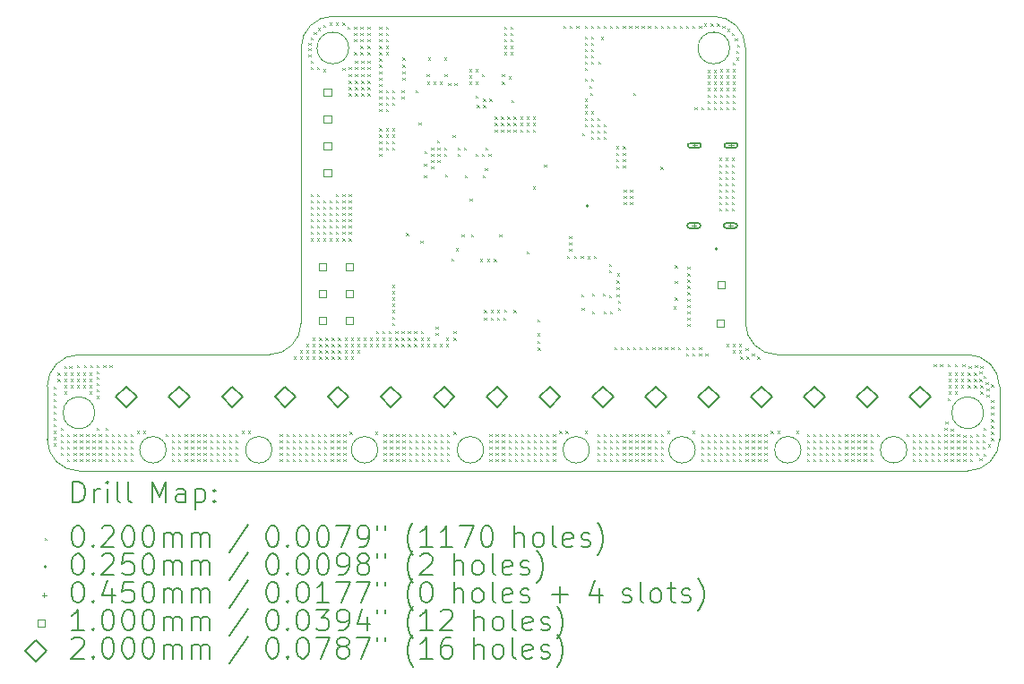
<source format=gbr>
%TF.GenerationSoftware,KiCad,Pcbnew,(7.0.0)*%
%TF.CreationDate,2024-08-27T08:05:36+05:30*%
%TF.ProjectId,Temperature Thing With Thermocouple 3V3,54656d70-6572-4617-9475-726520546869,v2.0.1*%
%TF.SameCoordinates,Original*%
%TF.FileFunction,Drillmap*%
%TF.FilePolarity,Positive*%
%FSLAX45Y45*%
G04 Gerber Fmt 4.5, Leading zero omitted, Abs format (unit mm)*
G04 Created by KiCad (PCBNEW (7.0.0)) date 2024-08-27 08:05:36*
%MOMM*%
%LPD*%
G01*
G04 APERTURE LIST*
%ADD10C,0.100000*%
%ADD11C,0.200000*%
%ADD12C,0.020000*%
%ADD13C,0.025000*%
%ADD14C,0.045000*%
G04 APERTURE END LIST*
D10*
X16525000Y-12100000D02*
G75*
G03*
X16525000Y-12100000I-125000J0D01*
G01*
X9400000Y-12000000D02*
G75*
G03*
X9700000Y-12300000I300000J0D01*
G01*
X18100000Y-12300000D02*
G75*
G03*
X18400000Y-12000000I0J300000D01*
G01*
X11500000Y-11200000D02*
X9700000Y-11200000D01*
X12250000Y-8300000D02*
G75*
G03*
X12250000Y-8300000I-150000J0D01*
G01*
X11500000Y-11200000D02*
G75*
G03*
X11800000Y-10900000I0J300000D01*
G01*
X9850000Y-11750000D02*
G75*
G03*
X9850000Y-11750000I-150000J0D01*
G01*
X16000000Y-8300000D02*
G75*
G03*
X15700000Y-8000000I-300000J0D01*
G01*
X15525000Y-12100000D02*
G75*
G03*
X15525000Y-12100000I-125000J0D01*
G01*
X11525000Y-12100000D02*
G75*
G03*
X11525000Y-12100000I-125000J0D01*
G01*
X9700000Y-11200000D02*
G75*
G03*
X9400000Y-11500000I0J-300000D01*
G01*
X9700000Y-12300000D02*
X18100000Y-12300000D01*
X12100000Y-8000000D02*
G75*
G03*
X11800000Y-8300000I0J-300000D01*
G01*
X10525000Y-12100000D02*
G75*
G03*
X10525000Y-12100000I-125000J0D01*
G01*
X12100000Y-8000000D02*
X15700000Y-8000000D01*
X12525000Y-12100000D02*
G75*
G03*
X12525000Y-12100000I-125000J0D01*
G01*
X13525000Y-12100000D02*
G75*
G03*
X13525000Y-12100000I-125000J0D01*
G01*
X15850000Y-8300000D02*
G75*
G03*
X15850000Y-8300000I-150000J0D01*
G01*
X18400000Y-11500000D02*
G75*
G03*
X18100000Y-11200000I-300000J0D01*
G01*
X18100000Y-11200000D02*
X16300000Y-11200000D01*
X9400000Y-11500000D02*
X9400000Y-12000000D01*
X16000000Y-10900000D02*
G75*
G03*
X16300000Y-11200000I300000J0D01*
G01*
X16000000Y-8300000D02*
X16000000Y-10900000D01*
X18250000Y-11750000D02*
G75*
G03*
X18250000Y-11750000I-150000J0D01*
G01*
X11800000Y-10900000D02*
X11800000Y-8300000D01*
X17525000Y-12100000D02*
G75*
G03*
X17525000Y-12100000I-125000J0D01*
G01*
X18400000Y-12000000D02*
X18400000Y-11500000D01*
X14525000Y-12100000D02*
G75*
G03*
X14525000Y-12100000I-125000J0D01*
G01*
D11*
D12*
X9460000Y-11500000D02*
X9480000Y-11520000D01*
X9480000Y-11500000D02*
X9460000Y-11520000D01*
X9460000Y-11560000D02*
X9480000Y-11580000D01*
X9480000Y-11560000D02*
X9460000Y-11580000D01*
X9460000Y-11620000D02*
X9480000Y-11640000D01*
X9480000Y-11620000D02*
X9460000Y-11640000D01*
X9460000Y-11680000D02*
X9480000Y-11700000D01*
X9480000Y-11680000D02*
X9460000Y-11700000D01*
X9460000Y-11740000D02*
X9480000Y-11760000D01*
X9480000Y-11740000D02*
X9460000Y-11760000D01*
X9460000Y-11800000D02*
X9480000Y-11820000D01*
X9480000Y-11800000D02*
X9460000Y-11820000D01*
X9460000Y-11860000D02*
X9480000Y-11880000D01*
X9480000Y-11860000D02*
X9460000Y-11880000D01*
X9460000Y-11920000D02*
X9480000Y-11940000D01*
X9480000Y-11920000D02*
X9460000Y-11940000D01*
X9460000Y-11980000D02*
X9480000Y-12000000D01*
X9480000Y-11980000D02*
X9460000Y-12000000D01*
X9460000Y-12040000D02*
X9480000Y-12060000D01*
X9480000Y-12040000D02*
X9460000Y-12060000D01*
X9500000Y-11370000D02*
X9520000Y-11390000D01*
X9520000Y-11370000D02*
X9500000Y-11390000D01*
X9500000Y-11430000D02*
X9520000Y-11450000D01*
X9520000Y-11430000D02*
X9500000Y-11450000D01*
X9530000Y-11890000D02*
X9550000Y-11910000D01*
X9550000Y-11890000D02*
X9530000Y-11910000D01*
X9530000Y-11950000D02*
X9550000Y-11970000D01*
X9550000Y-11950000D02*
X9530000Y-11970000D01*
X9530000Y-12010000D02*
X9550000Y-12030000D01*
X9550000Y-12010000D02*
X9530000Y-12030000D01*
X9530000Y-12070000D02*
X9550000Y-12090000D01*
X9550000Y-12070000D02*
X9530000Y-12090000D01*
X9530000Y-12130000D02*
X9550000Y-12150000D01*
X9550000Y-12130000D02*
X9530000Y-12150000D01*
X9560000Y-11310000D02*
X9580000Y-11330000D01*
X9580000Y-11310000D02*
X9560000Y-11330000D01*
X9560000Y-11370000D02*
X9580000Y-11390000D01*
X9580000Y-11370000D02*
X9560000Y-11390000D01*
X9560000Y-11430000D02*
X9580000Y-11450000D01*
X9580000Y-11430000D02*
X9560000Y-11450000D01*
X9560000Y-11490000D02*
X9580000Y-11510000D01*
X9580000Y-11490000D02*
X9560000Y-11510000D01*
X9560000Y-11550000D02*
X9580000Y-11570000D01*
X9580000Y-11550000D02*
X9560000Y-11570000D01*
X9590000Y-11950000D02*
X9610000Y-11970000D01*
X9610000Y-11950000D02*
X9590000Y-11970000D01*
X9590000Y-12010000D02*
X9610000Y-12030000D01*
X9610000Y-12010000D02*
X9590000Y-12030000D01*
X9590000Y-12070000D02*
X9610000Y-12090000D01*
X9610000Y-12070000D02*
X9590000Y-12090000D01*
X9590000Y-12130000D02*
X9610000Y-12150000D01*
X9610000Y-12130000D02*
X9590000Y-12150000D01*
X9590000Y-12190000D02*
X9610000Y-12210000D01*
X9610000Y-12190000D02*
X9590000Y-12210000D01*
X9610000Y-11310000D02*
X9630000Y-11330000D01*
X9630000Y-11310000D02*
X9610000Y-11330000D01*
X9620000Y-11370000D02*
X9640000Y-11390000D01*
X9640000Y-11370000D02*
X9620000Y-11390000D01*
X9620000Y-11430000D02*
X9640000Y-11450000D01*
X9640000Y-11430000D02*
X9620000Y-11450000D01*
X9620000Y-11490000D02*
X9640000Y-11510000D01*
X9640000Y-11490000D02*
X9620000Y-11510000D01*
X9650000Y-11950000D02*
X9670000Y-11970000D01*
X9670000Y-11950000D02*
X9650000Y-11970000D01*
X9650000Y-12010000D02*
X9670000Y-12030000D01*
X9670000Y-12010000D02*
X9650000Y-12030000D01*
X9650000Y-12070000D02*
X9670000Y-12090000D01*
X9670000Y-12070000D02*
X9650000Y-12090000D01*
X9650000Y-12130000D02*
X9670000Y-12150000D01*
X9670000Y-12130000D02*
X9650000Y-12150000D01*
X9650000Y-12190000D02*
X9670000Y-12210000D01*
X9670000Y-12190000D02*
X9650000Y-12210000D01*
X9680000Y-11300000D02*
X9700000Y-11320000D01*
X9700000Y-11300000D02*
X9680000Y-11320000D01*
X9680000Y-11370000D02*
X9700000Y-11390000D01*
X9700000Y-11370000D02*
X9680000Y-11390000D01*
X9680000Y-11430000D02*
X9700000Y-11450000D01*
X9700000Y-11430000D02*
X9680000Y-11450000D01*
X9680000Y-11490000D02*
X9700000Y-11510000D01*
X9700000Y-11490000D02*
X9680000Y-11510000D01*
X9710000Y-11950000D02*
X9730000Y-11970000D01*
X9730000Y-11950000D02*
X9710000Y-11970000D01*
X9710000Y-12010000D02*
X9730000Y-12030000D01*
X9730000Y-12010000D02*
X9710000Y-12030000D01*
X9710000Y-12070000D02*
X9730000Y-12090000D01*
X9730000Y-12070000D02*
X9710000Y-12090000D01*
X9710000Y-12130000D02*
X9730000Y-12150000D01*
X9730000Y-12130000D02*
X9710000Y-12150000D01*
X9710000Y-12190000D02*
X9730000Y-12210000D01*
X9730000Y-12190000D02*
X9710000Y-12210000D01*
X9740000Y-11370000D02*
X9760000Y-11390000D01*
X9760000Y-11370000D02*
X9740000Y-11390000D01*
X9740000Y-11430000D02*
X9760000Y-11450000D01*
X9760000Y-11430000D02*
X9740000Y-11450000D01*
X9740000Y-11490000D02*
X9760000Y-11510000D01*
X9760000Y-11490000D02*
X9740000Y-11510000D01*
X9750000Y-11300000D02*
X9770000Y-11320000D01*
X9770000Y-11300000D02*
X9750000Y-11320000D01*
X9770000Y-11950000D02*
X9790000Y-11970000D01*
X9790000Y-11950000D02*
X9770000Y-11970000D01*
X9770000Y-12010000D02*
X9790000Y-12030000D01*
X9790000Y-12010000D02*
X9770000Y-12030000D01*
X9770000Y-12070000D02*
X9790000Y-12090000D01*
X9790000Y-12070000D02*
X9770000Y-12090000D01*
X9770000Y-12130000D02*
X9790000Y-12150000D01*
X9790000Y-12130000D02*
X9770000Y-12150000D01*
X9770000Y-12190000D02*
X9790000Y-12210000D01*
X9790000Y-12190000D02*
X9770000Y-12210000D01*
X9800000Y-11370000D02*
X9820000Y-11390000D01*
X9820000Y-11370000D02*
X9800000Y-11390000D01*
X9800000Y-11430000D02*
X9820000Y-11450000D01*
X9820000Y-11430000D02*
X9800000Y-11450000D01*
X9800000Y-11490000D02*
X9820000Y-11510000D01*
X9820000Y-11490000D02*
X9800000Y-11510000D01*
X9800000Y-11550000D02*
X9820000Y-11570000D01*
X9820000Y-11550000D02*
X9800000Y-11570000D01*
X9810000Y-11300000D02*
X9830000Y-11320000D01*
X9830000Y-11300000D02*
X9810000Y-11320000D01*
X9830000Y-11950000D02*
X9850000Y-11970000D01*
X9850000Y-11950000D02*
X9830000Y-11970000D01*
X9830000Y-12010000D02*
X9850000Y-12030000D01*
X9850000Y-12010000D02*
X9830000Y-12030000D01*
X9830000Y-12070000D02*
X9850000Y-12090000D01*
X9850000Y-12070000D02*
X9830000Y-12090000D01*
X9830000Y-12130000D02*
X9850000Y-12150000D01*
X9850000Y-12130000D02*
X9830000Y-12150000D01*
X9830000Y-12190000D02*
X9850000Y-12210000D01*
X9850000Y-12190000D02*
X9830000Y-12210000D01*
X9870000Y-11300000D02*
X9890000Y-11320000D01*
X9890000Y-11300000D02*
X9870000Y-11320000D01*
X9870000Y-11360000D02*
X9890000Y-11380000D01*
X9890000Y-11360000D02*
X9870000Y-11380000D01*
X9870000Y-11410000D02*
X9890000Y-11430000D01*
X9890000Y-11410000D02*
X9870000Y-11430000D01*
X9870000Y-11470000D02*
X9890000Y-11490000D01*
X9890000Y-11470000D02*
X9870000Y-11490000D01*
X9870000Y-11530000D02*
X9890000Y-11550000D01*
X9890000Y-11530000D02*
X9870000Y-11550000D01*
X9870000Y-11590000D02*
X9890000Y-11610000D01*
X9890000Y-11590000D02*
X9870000Y-11610000D01*
X9870000Y-11890000D02*
X9890000Y-11910000D01*
X9890000Y-11890000D02*
X9870000Y-11910000D01*
X9890000Y-11950000D02*
X9910000Y-11970000D01*
X9910000Y-11950000D02*
X9890000Y-11970000D01*
X9890000Y-12010000D02*
X9910000Y-12030000D01*
X9910000Y-12010000D02*
X9890000Y-12030000D01*
X9890000Y-12070000D02*
X9910000Y-12090000D01*
X9910000Y-12070000D02*
X9890000Y-12090000D01*
X9890000Y-12130000D02*
X9910000Y-12150000D01*
X9910000Y-12130000D02*
X9890000Y-12150000D01*
X9890000Y-12190000D02*
X9910000Y-12210000D01*
X9910000Y-12190000D02*
X9890000Y-12210000D01*
X9930000Y-11300000D02*
X9950000Y-11320000D01*
X9950000Y-11300000D02*
X9930000Y-11320000D01*
X9950000Y-11890000D02*
X9970000Y-11910000D01*
X9970000Y-11890000D02*
X9950000Y-11910000D01*
X9950000Y-11950000D02*
X9970000Y-11970000D01*
X9970000Y-11950000D02*
X9950000Y-11970000D01*
X9950000Y-12010000D02*
X9970000Y-12030000D01*
X9970000Y-12010000D02*
X9950000Y-12030000D01*
X9950000Y-12070000D02*
X9970000Y-12090000D01*
X9970000Y-12070000D02*
X9950000Y-12090000D01*
X9950000Y-12130000D02*
X9970000Y-12150000D01*
X9970000Y-12130000D02*
X9950000Y-12150000D01*
X9950000Y-12190000D02*
X9970000Y-12210000D01*
X9970000Y-12190000D02*
X9950000Y-12210000D01*
X9990000Y-11300000D02*
X10010000Y-11320000D01*
X10010000Y-11300000D02*
X9990000Y-11320000D01*
X10010000Y-11950000D02*
X10030000Y-11970000D01*
X10030000Y-11950000D02*
X10010000Y-11970000D01*
X10010000Y-12010000D02*
X10030000Y-12030000D01*
X10030000Y-12010000D02*
X10010000Y-12030000D01*
X10010000Y-12070000D02*
X10030000Y-12090000D01*
X10030000Y-12070000D02*
X10010000Y-12090000D01*
X10010000Y-12130000D02*
X10030000Y-12150000D01*
X10030000Y-12130000D02*
X10010000Y-12150000D01*
X10010000Y-12190000D02*
X10030000Y-12210000D01*
X10030000Y-12190000D02*
X10010000Y-12210000D01*
X10070000Y-11950000D02*
X10090000Y-11970000D01*
X10090000Y-11950000D02*
X10070000Y-11970000D01*
X10070000Y-12010000D02*
X10090000Y-12030000D01*
X10090000Y-12010000D02*
X10070000Y-12030000D01*
X10070000Y-12070000D02*
X10090000Y-12090000D01*
X10090000Y-12070000D02*
X10070000Y-12090000D01*
X10070000Y-12130000D02*
X10090000Y-12150000D01*
X10090000Y-12130000D02*
X10070000Y-12150000D01*
X10070000Y-12190000D02*
X10090000Y-12210000D01*
X10090000Y-12190000D02*
X10070000Y-12210000D01*
X10130000Y-11950000D02*
X10150000Y-11970000D01*
X10150000Y-11950000D02*
X10130000Y-11970000D01*
X10130000Y-12010000D02*
X10150000Y-12030000D01*
X10150000Y-12010000D02*
X10130000Y-12030000D01*
X10130000Y-12070000D02*
X10150000Y-12090000D01*
X10150000Y-12070000D02*
X10130000Y-12090000D01*
X10130000Y-12130000D02*
X10150000Y-12150000D01*
X10150000Y-12130000D02*
X10130000Y-12150000D01*
X10130000Y-12190000D02*
X10150000Y-12210000D01*
X10150000Y-12190000D02*
X10130000Y-12210000D01*
X10190000Y-11950000D02*
X10210000Y-11970000D01*
X10210000Y-11950000D02*
X10190000Y-11970000D01*
X10190000Y-12010000D02*
X10210000Y-12030000D01*
X10210000Y-12010000D02*
X10190000Y-12030000D01*
X10190000Y-12070000D02*
X10210000Y-12090000D01*
X10210000Y-12070000D02*
X10190000Y-12090000D01*
X10190000Y-12130000D02*
X10210000Y-12150000D01*
X10210000Y-12130000D02*
X10190000Y-12150000D01*
X10190000Y-12190000D02*
X10210000Y-12210000D01*
X10210000Y-12190000D02*
X10190000Y-12210000D01*
X10250000Y-11920000D02*
X10270000Y-11940000D01*
X10270000Y-11920000D02*
X10250000Y-11940000D01*
X10310000Y-11920000D02*
X10330000Y-11940000D01*
X10330000Y-11920000D02*
X10310000Y-11940000D01*
X10520000Y-11950000D02*
X10540000Y-11970000D01*
X10540000Y-11950000D02*
X10520000Y-11970000D01*
X10580000Y-11950000D02*
X10600000Y-11970000D01*
X10600000Y-11950000D02*
X10580000Y-11970000D01*
X10580000Y-12010000D02*
X10600000Y-12030000D01*
X10600000Y-12010000D02*
X10580000Y-12030000D01*
X10580000Y-12070000D02*
X10600000Y-12090000D01*
X10600000Y-12070000D02*
X10580000Y-12090000D01*
X10580000Y-12130000D02*
X10600000Y-12150000D01*
X10600000Y-12130000D02*
X10580000Y-12150000D01*
X10580000Y-12190000D02*
X10600000Y-12210000D01*
X10600000Y-12190000D02*
X10580000Y-12210000D01*
X10640000Y-11950000D02*
X10660000Y-11970000D01*
X10660000Y-11950000D02*
X10640000Y-11970000D01*
X10640000Y-12010000D02*
X10660000Y-12030000D01*
X10660000Y-12010000D02*
X10640000Y-12030000D01*
X10640000Y-12070000D02*
X10660000Y-12090000D01*
X10660000Y-12070000D02*
X10640000Y-12090000D01*
X10640000Y-12130000D02*
X10660000Y-12150000D01*
X10660000Y-12130000D02*
X10640000Y-12150000D01*
X10640000Y-12190000D02*
X10660000Y-12210000D01*
X10660000Y-12190000D02*
X10640000Y-12210000D01*
X10700000Y-11950000D02*
X10720000Y-11970000D01*
X10720000Y-11950000D02*
X10700000Y-11970000D01*
X10700000Y-12010000D02*
X10720000Y-12030000D01*
X10720000Y-12010000D02*
X10700000Y-12030000D01*
X10700000Y-12070000D02*
X10720000Y-12090000D01*
X10720000Y-12070000D02*
X10700000Y-12090000D01*
X10700000Y-12130000D02*
X10720000Y-12150000D01*
X10720000Y-12130000D02*
X10700000Y-12150000D01*
X10700000Y-12190000D02*
X10720000Y-12210000D01*
X10720000Y-12190000D02*
X10700000Y-12210000D01*
X10760000Y-11950000D02*
X10780000Y-11970000D01*
X10780000Y-11950000D02*
X10760000Y-11970000D01*
X10760000Y-12010000D02*
X10780000Y-12030000D01*
X10780000Y-12010000D02*
X10760000Y-12030000D01*
X10760000Y-12070000D02*
X10780000Y-12090000D01*
X10780000Y-12070000D02*
X10760000Y-12090000D01*
X10760000Y-12130000D02*
X10780000Y-12150000D01*
X10780000Y-12130000D02*
X10760000Y-12150000D01*
X10760000Y-12190000D02*
X10780000Y-12210000D01*
X10780000Y-12190000D02*
X10760000Y-12210000D01*
X10820000Y-11950000D02*
X10840000Y-11970000D01*
X10840000Y-11950000D02*
X10820000Y-11970000D01*
X10820000Y-12010000D02*
X10840000Y-12030000D01*
X10840000Y-12010000D02*
X10820000Y-12030000D01*
X10820000Y-12070000D02*
X10840000Y-12090000D01*
X10840000Y-12070000D02*
X10820000Y-12090000D01*
X10820000Y-12130000D02*
X10840000Y-12150000D01*
X10840000Y-12130000D02*
X10820000Y-12150000D01*
X10820000Y-12190000D02*
X10840000Y-12210000D01*
X10840000Y-12190000D02*
X10820000Y-12210000D01*
X10880000Y-11950000D02*
X10900000Y-11970000D01*
X10900000Y-11950000D02*
X10880000Y-11970000D01*
X10880000Y-12010000D02*
X10900000Y-12030000D01*
X10900000Y-12010000D02*
X10880000Y-12030000D01*
X10880000Y-12070000D02*
X10900000Y-12090000D01*
X10900000Y-12070000D02*
X10880000Y-12090000D01*
X10880000Y-12130000D02*
X10900000Y-12150000D01*
X10900000Y-12130000D02*
X10880000Y-12150000D01*
X10880000Y-12190000D02*
X10900000Y-12210000D01*
X10900000Y-12190000D02*
X10880000Y-12210000D01*
X10940000Y-11950000D02*
X10960000Y-11970000D01*
X10960000Y-11950000D02*
X10940000Y-11970000D01*
X10940000Y-12010000D02*
X10960000Y-12030000D01*
X10960000Y-12010000D02*
X10940000Y-12030000D01*
X10940000Y-12070000D02*
X10960000Y-12090000D01*
X10960000Y-12070000D02*
X10940000Y-12090000D01*
X10940000Y-12130000D02*
X10960000Y-12150000D01*
X10960000Y-12130000D02*
X10940000Y-12150000D01*
X10940000Y-12190000D02*
X10960000Y-12210000D01*
X10960000Y-12190000D02*
X10940000Y-12210000D01*
X11000000Y-11950000D02*
X11020000Y-11970000D01*
X11020000Y-11950000D02*
X11000000Y-11970000D01*
X11000000Y-12010000D02*
X11020000Y-12030000D01*
X11020000Y-12010000D02*
X11000000Y-12030000D01*
X11000000Y-12070000D02*
X11020000Y-12090000D01*
X11020000Y-12070000D02*
X11000000Y-12090000D01*
X11000000Y-12130000D02*
X11020000Y-12150000D01*
X11020000Y-12130000D02*
X11000000Y-12150000D01*
X11000000Y-12190000D02*
X11020000Y-12210000D01*
X11020000Y-12190000D02*
X11000000Y-12210000D01*
X11060000Y-11950000D02*
X11080000Y-11970000D01*
X11080000Y-11950000D02*
X11060000Y-11970000D01*
X11060000Y-12010000D02*
X11080000Y-12030000D01*
X11080000Y-12010000D02*
X11060000Y-12030000D01*
X11060000Y-12070000D02*
X11080000Y-12090000D01*
X11080000Y-12070000D02*
X11060000Y-12090000D01*
X11060000Y-12130000D02*
X11080000Y-12150000D01*
X11080000Y-12130000D02*
X11060000Y-12150000D01*
X11060000Y-12190000D02*
X11080000Y-12210000D01*
X11080000Y-12190000D02*
X11060000Y-12210000D01*
X11120000Y-11950000D02*
X11140000Y-11970000D01*
X11140000Y-11950000D02*
X11120000Y-11970000D01*
X11120000Y-12010000D02*
X11140000Y-12030000D01*
X11140000Y-12010000D02*
X11120000Y-12030000D01*
X11120000Y-12070000D02*
X11140000Y-12090000D01*
X11140000Y-12070000D02*
X11120000Y-12090000D01*
X11120000Y-12130000D02*
X11140000Y-12150000D01*
X11140000Y-12130000D02*
X11120000Y-12150000D01*
X11120000Y-12190000D02*
X11140000Y-12210000D01*
X11140000Y-12190000D02*
X11120000Y-12210000D01*
X11180000Y-11950000D02*
X11200000Y-11970000D01*
X11200000Y-11950000D02*
X11180000Y-11970000D01*
X11180000Y-12010000D02*
X11200000Y-12030000D01*
X11200000Y-12010000D02*
X11180000Y-12030000D01*
X11180000Y-12070000D02*
X11200000Y-12090000D01*
X11200000Y-12070000D02*
X11180000Y-12090000D01*
X11180000Y-12130000D02*
X11200000Y-12150000D01*
X11200000Y-12130000D02*
X11180000Y-12150000D01*
X11180000Y-12190000D02*
X11200000Y-12210000D01*
X11200000Y-12190000D02*
X11180000Y-12210000D01*
X11240000Y-11920000D02*
X11260000Y-11940000D01*
X11260000Y-11920000D02*
X11240000Y-11940000D01*
X11300000Y-11920000D02*
X11320000Y-11940000D01*
X11320000Y-11920000D02*
X11300000Y-11940000D01*
X11600000Y-11950000D02*
X11620000Y-11970000D01*
X11620000Y-11950000D02*
X11600000Y-11970000D01*
X11600000Y-12010000D02*
X11620000Y-12030000D01*
X11620000Y-12010000D02*
X11600000Y-12030000D01*
X11600000Y-12070000D02*
X11620000Y-12090000D01*
X11620000Y-12070000D02*
X11600000Y-12090000D01*
X11600000Y-12130000D02*
X11620000Y-12150000D01*
X11620000Y-12130000D02*
X11600000Y-12150000D01*
X11600000Y-12190000D02*
X11620000Y-12210000D01*
X11620000Y-12190000D02*
X11600000Y-12210000D01*
X11660000Y-11950000D02*
X11680000Y-11970000D01*
X11680000Y-11950000D02*
X11660000Y-11970000D01*
X11660000Y-12010000D02*
X11680000Y-12030000D01*
X11680000Y-12010000D02*
X11660000Y-12030000D01*
X11660000Y-12070000D02*
X11680000Y-12090000D01*
X11680000Y-12070000D02*
X11660000Y-12090000D01*
X11660000Y-12130000D02*
X11680000Y-12150000D01*
X11680000Y-12130000D02*
X11660000Y-12150000D01*
X11660000Y-12190000D02*
X11680000Y-12210000D01*
X11680000Y-12190000D02*
X11660000Y-12210000D01*
X11720000Y-11950000D02*
X11740000Y-11970000D01*
X11740000Y-11950000D02*
X11720000Y-11970000D01*
X11720000Y-12010000D02*
X11740000Y-12030000D01*
X11740000Y-12010000D02*
X11720000Y-12030000D01*
X11720000Y-12070000D02*
X11740000Y-12090000D01*
X11740000Y-12070000D02*
X11720000Y-12090000D01*
X11720000Y-12130000D02*
X11740000Y-12150000D01*
X11740000Y-12130000D02*
X11720000Y-12150000D01*
X11720000Y-12190000D02*
X11740000Y-12210000D01*
X11740000Y-12190000D02*
X11720000Y-12210000D01*
X11730000Y-11220000D02*
X11750000Y-11240000D01*
X11750000Y-11220000D02*
X11730000Y-11240000D01*
X11780000Y-11950000D02*
X11800000Y-11970000D01*
X11800000Y-11950000D02*
X11780000Y-11970000D01*
X11780000Y-12010000D02*
X11800000Y-12030000D01*
X11800000Y-12010000D02*
X11780000Y-12030000D01*
X11780000Y-12070000D02*
X11800000Y-12090000D01*
X11800000Y-12070000D02*
X11780000Y-12090000D01*
X11780000Y-12130000D02*
X11800000Y-12150000D01*
X11800000Y-12130000D02*
X11780000Y-12150000D01*
X11780000Y-12190000D02*
X11800000Y-12210000D01*
X11800000Y-12190000D02*
X11780000Y-12210000D01*
X11790000Y-11160000D02*
X11810000Y-11180000D01*
X11810000Y-11160000D02*
X11790000Y-11180000D01*
X11790000Y-11220000D02*
X11810000Y-11240000D01*
X11810000Y-11220000D02*
X11790000Y-11240000D01*
X11840000Y-11950000D02*
X11860000Y-11970000D01*
X11860000Y-11950000D02*
X11840000Y-11970000D01*
X11840000Y-12010000D02*
X11860000Y-12030000D01*
X11860000Y-12010000D02*
X11840000Y-12030000D01*
X11840000Y-12070000D02*
X11860000Y-12090000D01*
X11860000Y-12070000D02*
X11840000Y-12090000D01*
X11840000Y-12130000D02*
X11860000Y-12150000D01*
X11860000Y-12130000D02*
X11840000Y-12150000D01*
X11840000Y-12190000D02*
X11860000Y-12210000D01*
X11860000Y-12190000D02*
X11840000Y-12210000D01*
X11850000Y-11100000D02*
X11870000Y-11120000D01*
X11870000Y-11100000D02*
X11850000Y-11120000D01*
X11850000Y-11160000D02*
X11870000Y-11180000D01*
X11870000Y-11160000D02*
X11850000Y-11180000D01*
X11850000Y-11220000D02*
X11870000Y-11240000D01*
X11870000Y-11220000D02*
X11850000Y-11240000D01*
X11870000Y-8250000D02*
X11890000Y-8270000D01*
X11890000Y-8250000D02*
X11870000Y-8270000D01*
X11870000Y-8300000D02*
X11890000Y-8320000D01*
X11890000Y-8300000D02*
X11870000Y-8320000D01*
X11870000Y-8360000D02*
X11890000Y-8380000D01*
X11890000Y-8360000D02*
X11870000Y-8380000D01*
X11890000Y-8200000D02*
X11910000Y-8220000D01*
X11910000Y-8200000D02*
X11890000Y-8220000D01*
X11890000Y-8420000D02*
X11910000Y-8440000D01*
X11910000Y-8420000D02*
X11890000Y-8440000D01*
X11890000Y-8480000D02*
X11910000Y-8500000D01*
X11910000Y-8480000D02*
X11890000Y-8500000D01*
X11890000Y-9680000D02*
X11910000Y-9700000D01*
X11910000Y-9680000D02*
X11890000Y-9700000D01*
X11890000Y-9740000D02*
X11910000Y-9760000D01*
X11910000Y-9740000D02*
X11890000Y-9760000D01*
X11890000Y-9800000D02*
X11910000Y-9820000D01*
X11910000Y-9800000D02*
X11890000Y-9820000D01*
X11890000Y-9860000D02*
X11910000Y-9880000D01*
X11910000Y-9860000D02*
X11890000Y-9880000D01*
X11890000Y-9920000D02*
X11910000Y-9940000D01*
X11910000Y-9920000D02*
X11890000Y-9940000D01*
X11890000Y-9980000D02*
X11910000Y-10000000D01*
X11910000Y-9980000D02*
X11890000Y-10000000D01*
X11890000Y-10040000D02*
X11910000Y-10060000D01*
X11910000Y-10040000D02*
X11890000Y-10060000D01*
X11890000Y-10100000D02*
X11910000Y-10120000D01*
X11910000Y-10100000D02*
X11890000Y-10120000D01*
X11900000Y-11950000D02*
X11920000Y-11970000D01*
X11920000Y-11950000D02*
X11900000Y-11970000D01*
X11900000Y-12010000D02*
X11920000Y-12030000D01*
X11920000Y-12010000D02*
X11900000Y-12030000D01*
X11900000Y-12070000D02*
X11920000Y-12090000D01*
X11920000Y-12070000D02*
X11900000Y-12090000D01*
X11900000Y-12130000D02*
X11920000Y-12150000D01*
X11920000Y-12130000D02*
X11900000Y-12150000D01*
X11900000Y-12190000D02*
X11920000Y-12210000D01*
X11920000Y-12190000D02*
X11900000Y-12210000D01*
X11910000Y-11040000D02*
X11930000Y-11060000D01*
X11930000Y-11040000D02*
X11910000Y-11060000D01*
X11910000Y-11100000D02*
X11930000Y-11120000D01*
X11930000Y-11100000D02*
X11910000Y-11120000D01*
X11910000Y-11160000D02*
X11930000Y-11180000D01*
X11930000Y-11160000D02*
X11910000Y-11180000D01*
X11910000Y-11220000D02*
X11930000Y-11240000D01*
X11930000Y-11220000D02*
X11910000Y-11240000D01*
X11920000Y-8150000D02*
X11940000Y-8170000D01*
X11940000Y-8150000D02*
X11920000Y-8170000D01*
X11950000Y-8480000D02*
X11970000Y-8500000D01*
X11970000Y-8480000D02*
X11950000Y-8500000D01*
X11950000Y-9680000D02*
X11970000Y-9700000D01*
X11970000Y-9680000D02*
X11950000Y-9700000D01*
X11950000Y-9740000D02*
X11970000Y-9760000D01*
X11970000Y-9740000D02*
X11950000Y-9760000D01*
X11950000Y-9800000D02*
X11970000Y-9820000D01*
X11970000Y-9800000D02*
X11950000Y-9820000D01*
X11950000Y-9860000D02*
X11970000Y-9880000D01*
X11970000Y-9860000D02*
X11950000Y-9880000D01*
X11950000Y-9920000D02*
X11970000Y-9940000D01*
X11970000Y-9920000D02*
X11950000Y-9940000D01*
X11950000Y-9980000D02*
X11970000Y-10000000D01*
X11970000Y-9980000D02*
X11950000Y-10000000D01*
X11950000Y-10040000D02*
X11970000Y-10060000D01*
X11970000Y-10040000D02*
X11950000Y-10060000D01*
X11950000Y-10100000D02*
X11970000Y-10120000D01*
X11970000Y-10100000D02*
X11950000Y-10120000D01*
X11960000Y-8110000D02*
X11980000Y-8130000D01*
X11980000Y-8110000D02*
X11960000Y-8130000D01*
X11960000Y-11950000D02*
X11980000Y-11970000D01*
X11980000Y-11950000D02*
X11960000Y-11970000D01*
X11960000Y-12010000D02*
X11980000Y-12030000D01*
X11980000Y-12010000D02*
X11960000Y-12030000D01*
X11960000Y-12070000D02*
X11980000Y-12090000D01*
X11980000Y-12070000D02*
X11960000Y-12090000D01*
X11960000Y-12130000D02*
X11980000Y-12150000D01*
X11980000Y-12130000D02*
X11960000Y-12150000D01*
X11960000Y-12190000D02*
X11980000Y-12210000D01*
X11980000Y-12190000D02*
X11960000Y-12210000D01*
X11970000Y-11040000D02*
X11990000Y-11060000D01*
X11990000Y-11040000D02*
X11970000Y-11060000D01*
X11970000Y-11100000D02*
X11990000Y-11120000D01*
X11990000Y-11100000D02*
X11970000Y-11120000D01*
X11970000Y-11160000D02*
X11990000Y-11180000D01*
X11990000Y-11160000D02*
X11970000Y-11180000D01*
X11970000Y-11220000D02*
X11990000Y-11240000D01*
X11990000Y-11220000D02*
X11970000Y-11240000D01*
X12010000Y-8080000D02*
X12030000Y-8100000D01*
X12030000Y-8080000D02*
X12010000Y-8100000D01*
X12010000Y-8500000D02*
X12030000Y-8520000D01*
X12030000Y-8500000D02*
X12010000Y-8520000D01*
X12010000Y-9740000D02*
X12030000Y-9760000D01*
X12030000Y-9740000D02*
X12010000Y-9760000D01*
X12010000Y-9800000D02*
X12030000Y-9820000D01*
X12030000Y-9800000D02*
X12010000Y-9820000D01*
X12010000Y-9860000D02*
X12030000Y-9880000D01*
X12030000Y-9860000D02*
X12010000Y-9880000D01*
X12010000Y-9920000D02*
X12030000Y-9940000D01*
X12030000Y-9920000D02*
X12010000Y-9940000D01*
X12010000Y-9980000D02*
X12030000Y-10000000D01*
X12030000Y-9980000D02*
X12010000Y-10000000D01*
X12010000Y-10040000D02*
X12030000Y-10060000D01*
X12030000Y-10040000D02*
X12010000Y-10060000D01*
X12010000Y-10100000D02*
X12030000Y-10120000D01*
X12030000Y-10100000D02*
X12010000Y-10120000D01*
X12020000Y-11950000D02*
X12040000Y-11970000D01*
X12040000Y-11950000D02*
X12020000Y-11970000D01*
X12020000Y-12010000D02*
X12040000Y-12030000D01*
X12040000Y-12010000D02*
X12020000Y-12030000D01*
X12020000Y-12070000D02*
X12040000Y-12090000D01*
X12040000Y-12070000D02*
X12020000Y-12090000D01*
X12020000Y-12130000D02*
X12040000Y-12150000D01*
X12040000Y-12130000D02*
X12020000Y-12150000D01*
X12020000Y-12190000D02*
X12040000Y-12210000D01*
X12040000Y-12190000D02*
X12020000Y-12210000D01*
X12030000Y-11040000D02*
X12050000Y-11060000D01*
X12050000Y-11040000D02*
X12030000Y-11060000D01*
X12030000Y-11100000D02*
X12050000Y-11120000D01*
X12050000Y-11100000D02*
X12030000Y-11120000D01*
X12030000Y-11160000D02*
X12050000Y-11180000D01*
X12050000Y-11160000D02*
X12030000Y-11180000D01*
X12030000Y-11220000D02*
X12050000Y-11240000D01*
X12050000Y-11220000D02*
X12030000Y-11240000D01*
X12070000Y-8060000D02*
X12090000Y-8080000D01*
X12090000Y-8060000D02*
X12070000Y-8080000D01*
X12070000Y-9740000D02*
X12090000Y-9760000D01*
X12090000Y-9740000D02*
X12070000Y-9760000D01*
X12070000Y-9800000D02*
X12090000Y-9820000D01*
X12090000Y-9800000D02*
X12070000Y-9820000D01*
X12070000Y-9860000D02*
X12090000Y-9880000D01*
X12090000Y-9860000D02*
X12070000Y-9880000D01*
X12070000Y-9920000D02*
X12090000Y-9940000D01*
X12090000Y-9920000D02*
X12070000Y-9940000D01*
X12070000Y-9980000D02*
X12090000Y-10000000D01*
X12090000Y-9980000D02*
X12070000Y-10000000D01*
X12070000Y-10040000D02*
X12090000Y-10060000D01*
X12090000Y-10040000D02*
X12070000Y-10060000D01*
X12070000Y-10100000D02*
X12090000Y-10120000D01*
X12090000Y-10100000D02*
X12070000Y-10120000D01*
X12080000Y-11950000D02*
X12100000Y-11970000D01*
X12100000Y-11950000D02*
X12080000Y-11970000D01*
X12080000Y-12010000D02*
X12100000Y-12030000D01*
X12100000Y-12010000D02*
X12080000Y-12030000D01*
X12080000Y-12070000D02*
X12100000Y-12090000D01*
X12100000Y-12070000D02*
X12080000Y-12090000D01*
X12080000Y-12130000D02*
X12100000Y-12150000D01*
X12100000Y-12130000D02*
X12080000Y-12150000D01*
X12080000Y-12190000D02*
X12100000Y-12210000D01*
X12100000Y-12190000D02*
X12080000Y-12210000D01*
X12090000Y-11040000D02*
X12110000Y-11060000D01*
X12110000Y-11040000D02*
X12090000Y-11060000D01*
X12090000Y-11100000D02*
X12110000Y-11120000D01*
X12110000Y-11100000D02*
X12090000Y-11120000D01*
X12090000Y-11160000D02*
X12110000Y-11180000D01*
X12110000Y-11160000D02*
X12090000Y-11180000D01*
X12090000Y-11220000D02*
X12110000Y-11240000D01*
X12110000Y-11220000D02*
X12090000Y-11240000D01*
X12130000Y-8060000D02*
X12150000Y-8080000D01*
X12150000Y-8060000D02*
X12130000Y-8080000D01*
X12130000Y-9680000D02*
X12150000Y-9700000D01*
X12150000Y-9680000D02*
X12130000Y-9700000D01*
X12130000Y-9740000D02*
X12150000Y-9760000D01*
X12150000Y-9740000D02*
X12130000Y-9760000D01*
X12130000Y-9800000D02*
X12150000Y-9820000D01*
X12150000Y-9800000D02*
X12130000Y-9820000D01*
X12130000Y-9860000D02*
X12150000Y-9880000D01*
X12150000Y-9860000D02*
X12130000Y-9880000D01*
X12130000Y-9920000D02*
X12150000Y-9940000D01*
X12150000Y-9920000D02*
X12130000Y-9940000D01*
X12130000Y-9980000D02*
X12150000Y-10000000D01*
X12150000Y-9980000D02*
X12130000Y-10000000D01*
X12130000Y-10040000D02*
X12150000Y-10060000D01*
X12150000Y-10040000D02*
X12130000Y-10060000D01*
X12130000Y-10100000D02*
X12150000Y-10120000D01*
X12150000Y-10100000D02*
X12130000Y-10120000D01*
X12140000Y-11950000D02*
X12160000Y-11970000D01*
X12160000Y-11950000D02*
X12140000Y-11970000D01*
X12140000Y-12010000D02*
X12160000Y-12030000D01*
X12160000Y-12010000D02*
X12140000Y-12030000D01*
X12140000Y-12070000D02*
X12160000Y-12090000D01*
X12160000Y-12070000D02*
X12140000Y-12090000D01*
X12140000Y-12130000D02*
X12160000Y-12150000D01*
X12160000Y-12130000D02*
X12140000Y-12150000D01*
X12140000Y-12190000D02*
X12160000Y-12210000D01*
X12160000Y-12190000D02*
X12140000Y-12210000D01*
X12150000Y-11040000D02*
X12170000Y-11060000D01*
X12170000Y-11040000D02*
X12150000Y-11060000D01*
X12150000Y-11100000D02*
X12170000Y-11120000D01*
X12170000Y-11100000D02*
X12150000Y-11120000D01*
X12150000Y-11160000D02*
X12170000Y-11180000D01*
X12170000Y-11160000D02*
X12150000Y-11180000D01*
X12150000Y-11220000D02*
X12170000Y-11240000D01*
X12170000Y-11220000D02*
X12150000Y-11240000D01*
X12190000Y-8060000D02*
X12210000Y-8080000D01*
X12210000Y-8060000D02*
X12190000Y-8080000D01*
X12190000Y-8490000D02*
X12210000Y-8510000D01*
X12210000Y-8490000D02*
X12190000Y-8510000D01*
X12190000Y-9680000D02*
X12210000Y-9700000D01*
X12210000Y-9680000D02*
X12190000Y-9700000D01*
X12190000Y-9740000D02*
X12210000Y-9760000D01*
X12210000Y-9740000D02*
X12190000Y-9760000D01*
X12190000Y-9800000D02*
X12210000Y-9820000D01*
X12210000Y-9800000D02*
X12190000Y-9820000D01*
X12190000Y-9860000D02*
X12210000Y-9880000D01*
X12210000Y-9860000D02*
X12190000Y-9880000D01*
X12190000Y-9920000D02*
X12210000Y-9940000D01*
X12210000Y-9920000D02*
X12190000Y-9940000D01*
X12190000Y-9980000D02*
X12210000Y-10000000D01*
X12210000Y-9980000D02*
X12190000Y-10000000D01*
X12190000Y-10040000D02*
X12210000Y-10060000D01*
X12210000Y-10040000D02*
X12190000Y-10060000D01*
X12190000Y-10100000D02*
X12210000Y-10120000D01*
X12210000Y-10100000D02*
X12190000Y-10120000D01*
X12200000Y-11950000D02*
X12220000Y-11970000D01*
X12220000Y-11950000D02*
X12200000Y-11970000D01*
X12200000Y-12010000D02*
X12220000Y-12030000D01*
X12220000Y-12010000D02*
X12200000Y-12030000D01*
X12200000Y-12070000D02*
X12220000Y-12090000D01*
X12220000Y-12070000D02*
X12200000Y-12090000D01*
X12200000Y-12130000D02*
X12220000Y-12150000D01*
X12220000Y-12130000D02*
X12200000Y-12150000D01*
X12200000Y-12190000D02*
X12220000Y-12210000D01*
X12220000Y-12190000D02*
X12200000Y-12210000D01*
X12210000Y-11040000D02*
X12230000Y-11060000D01*
X12230000Y-11040000D02*
X12210000Y-11060000D01*
X12210000Y-11100000D02*
X12230000Y-11120000D01*
X12230000Y-11100000D02*
X12210000Y-11120000D01*
X12210000Y-11160000D02*
X12230000Y-11180000D01*
X12230000Y-11160000D02*
X12210000Y-11180000D01*
X12210000Y-11220000D02*
X12230000Y-11240000D01*
X12230000Y-11220000D02*
X12210000Y-11240000D01*
X12240000Y-8100000D02*
X12260000Y-8120000D01*
X12260000Y-8100000D02*
X12240000Y-8120000D01*
X12250000Y-8480000D02*
X12270000Y-8500000D01*
X12270000Y-8480000D02*
X12250000Y-8500000D01*
X12250000Y-8550000D02*
X12270000Y-8570000D01*
X12270000Y-8550000D02*
X12250000Y-8570000D01*
X12250000Y-8610000D02*
X12270000Y-8630000D01*
X12270000Y-8610000D02*
X12250000Y-8630000D01*
X12250000Y-8670000D02*
X12270000Y-8690000D01*
X12270000Y-8670000D02*
X12250000Y-8690000D01*
X12250000Y-8730000D02*
X12270000Y-8750000D01*
X12270000Y-8730000D02*
X12250000Y-8750000D01*
X12250000Y-9680000D02*
X12270000Y-9700000D01*
X12270000Y-9680000D02*
X12250000Y-9700000D01*
X12250000Y-9740000D02*
X12270000Y-9760000D01*
X12270000Y-9740000D02*
X12250000Y-9760000D01*
X12250000Y-9800000D02*
X12270000Y-9820000D01*
X12270000Y-9800000D02*
X12250000Y-9820000D01*
X12250000Y-9860000D02*
X12270000Y-9880000D01*
X12270000Y-9860000D02*
X12250000Y-9880000D01*
X12250000Y-9920000D02*
X12270000Y-9940000D01*
X12270000Y-9920000D02*
X12250000Y-9940000D01*
X12250000Y-9980000D02*
X12270000Y-10000000D01*
X12270000Y-9980000D02*
X12250000Y-10000000D01*
X12250000Y-10040000D02*
X12270000Y-10060000D01*
X12270000Y-10040000D02*
X12250000Y-10060000D01*
X12250000Y-10100000D02*
X12270000Y-10120000D01*
X12270000Y-10100000D02*
X12250000Y-10120000D01*
X12260000Y-11930000D02*
X12280000Y-11950000D01*
X12280000Y-11930000D02*
X12260000Y-11950000D01*
X12270000Y-11040000D02*
X12290000Y-11060000D01*
X12290000Y-11040000D02*
X12270000Y-11060000D01*
X12270000Y-11100000D02*
X12290000Y-11120000D01*
X12290000Y-11100000D02*
X12270000Y-11120000D01*
X12270000Y-11160000D02*
X12290000Y-11180000D01*
X12290000Y-11160000D02*
X12270000Y-11180000D01*
X12270000Y-11220000D02*
X12290000Y-11240000D01*
X12290000Y-11220000D02*
X12270000Y-11240000D01*
X12300000Y-8100000D02*
X12320000Y-8120000D01*
X12320000Y-8100000D02*
X12300000Y-8120000D01*
X12300000Y-8160000D02*
X12320000Y-8180000D01*
X12320000Y-8160000D02*
X12300000Y-8180000D01*
X12300000Y-8220000D02*
X12320000Y-8240000D01*
X12320000Y-8220000D02*
X12300000Y-8240000D01*
X12300000Y-8340000D02*
X12320000Y-8360000D01*
X12320000Y-8340000D02*
X12300000Y-8360000D01*
X12310000Y-8420000D02*
X12330000Y-8440000D01*
X12330000Y-8420000D02*
X12310000Y-8440000D01*
X12310000Y-8480000D02*
X12330000Y-8500000D01*
X12330000Y-8480000D02*
X12310000Y-8500000D01*
X12310000Y-8550000D02*
X12330000Y-8570000D01*
X12330000Y-8550000D02*
X12310000Y-8570000D01*
X12310000Y-8610000D02*
X12330000Y-8630000D01*
X12330000Y-8610000D02*
X12310000Y-8630000D01*
X12310000Y-8670000D02*
X12330000Y-8690000D01*
X12330000Y-8670000D02*
X12310000Y-8690000D01*
X12310000Y-8730000D02*
X12330000Y-8750000D01*
X12330000Y-8730000D02*
X12310000Y-8750000D01*
X12330000Y-11040000D02*
X12350000Y-11060000D01*
X12350000Y-11040000D02*
X12330000Y-11060000D01*
X12330000Y-11100000D02*
X12350000Y-11120000D01*
X12350000Y-11100000D02*
X12330000Y-11120000D01*
X12330000Y-11160000D02*
X12350000Y-11180000D01*
X12350000Y-11160000D02*
X12330000Y-11180000D01*
X12360000Y-8100000D02*
X12380000Y-8120000D01*
X12380000Y-8100000D02*
X12360000Y-8120000D01*
X12360000Y-8160000D02*
X12380000Y-8180000D01*
X12380000Y-8160000D02*
X12360000Y-8180000D01*
X12360000Y-8220000D02*
X12380000Y-8240000D01*
X12380000Y-8220000D02*
X12360000Y-8240000D01*
X12360000Y-8280000D02*
X12380000Y-8300000D01*
X12380000Y-8280000D02*
X12360000Y-8300000D01*
X12360000Y-8340000D02*
X12380000Y-8360000D01*
X12380000Y-8340000D02*
X12360000Y-8360000D01*
X12370000Y-8420000D02*
X12390000Y-8440000D01*
X12390000Y-8420000D02*
X12370000Y-8440000D01*
X12370000Y-8480000D02*
X12390000Y-8500000D01*
X12390000Y-8480000D02*
X12370000Y-8500000D01*
X12370000Y-8550000D02*
X12390000Y-8570000D01*
X12390000Y-8550000D02*
X12370000Y-8570000D01*
X12370000Y-8610000D02*
X12390000Y-8630000D01*
X12390000Y-8610000D02*
X12370000Y-8630000D01*
X12370000Y-8670000D02*
X12390000Y-8690000D01*
X12390000Y-8670000D02*
X12370000Y-8690000D01*
X12370000Y-8730000D02*
X12390000Y-8750000D01*
X12390000Y-8730000D02*
X12370000Y-8750000D01*
X12390000Y-11040000D02*
X12410000Y-11060000D01*
X12410000Y-11040000D02*
X12390000Y-11060000D01*
X12390000Y-11100000D02*
X12410000Y-11120000D01*
X12410000Y-11100000D02*
X12390000Y-11120000D01*
X12430000Y-8100000D02*
X12450000Y-8120000D01*
X12450000Y-8100000D02*
X12430000Y-8120000D01*
X12430000Y-8160000D02*
X12450000Y-8180000D01*
X12450000Y-8160000D02*
X12430000Y-8180000D01*
X12430000Y-8220000D02*
X12450000Y-8240000D01*
X12450000Y-8220000D02*
X12430000Y-8240000D01*
X12430000Y-8280000D02*
X12450000Y-8300000D01*
X12450000Y-8280000D02*
X12430000Y-8300000D01*
X12430000Y-8340000D02*
X12450000Y-8360000D01*
X12450000Y-8340000D02*
X12430000Y-8360000D01*
X12430000Y-8420000D02*
X12450000Y-8440000D01*
X12450000Y-8420000D02*
X12430000Y-8440000D01*
X12430000Y-8480000D02*
X12450000Y-8500000D01*
X12450000Y-8480000D02*
X12430000Y-8500000D01*
X12430000Y-8550000D02*
X12450000Y-8570000D01*
X12450000Y-8550000D02*
X12430000Y-8570000D01*
X12430000Y-8610000D02*
X12450000Y-8630000D01*
X12450000Y-8610000D02*
X12430000Y-8630000D01*
X12430000Y-8670000D02*
X12450000Y-8690000D01*
X12450000Y-8670000D02*
X12430000Y-8690000D01*
X12430000Y-8730000D02*
X12450000Y-8750000D01*
X12450000Y-8730000D02*
X12430000Y-8750000D01*
X12450000Y-11040000D02*
X12470000Y-11060000D01*
X12470000Y-11040000D02*
X12450000Y-11060000D01*
X12450000Y-11100000D02*
X12470000Y-11120000D01*
X12470000Y-11100000D02*
X12450000Y-11120000D01*
X12500000Y-11930000D02*
X12520000Y-11950000D01*
X12520000Y-11930000D02*
X12500000Y-11950000D01*
X12510000Y-10980000D02*
X12530000Y-11000000D01*
X12530000Y-10980000D02*
X12510000Y-11000000D01*
X12510000Y-11040000D02*
X12530000Y-11060000D01*
X12530000Y-11040000D02*
X12510000Y-11060000D01*
X12510000Y-11100000D02*
X12530000Y-11120000D01*
X12530000Y-11100000D02*
X12510000Y-11120000D01*
X12540000Y-8100000D02*
X12560000Y-8120000D01*
X12560000Y-8100000D02*
X12540000Y-8120000D01*
X12540000Y-8160000D02*
X12560000Y-8180000D01*
X12560000Y-8160000D02*
X12540000Y-8180000D01*
X12540000Y-8220000D02*
X12560000Y-8240000D01*
X12560000Y-8220000D02*
X12540000Y-8240000D01*
X12540000Y-8280000D02*
X12560000Y-8300000D01*
X12560000Y-8280000D02*
X12540000Y-8300000D01*
X12540000Y-8340000D02*
X12560000Y-8360000D01*
X12560000Y-8340000D02*
X12540000Y-8360000D01*
X12540000Y-8400000D02*
X12560000Y-8420000D01*
X12560000Y-8400000D02*
X12540000Y-8420000D01*
X12540000Y-8460000D02*
X12560000Y-8480000D01*
X12560000Y-8460000D02*
X12540000Y-8480000D01*
X12540000Y-8520000D02*
X12560000Y-8540000D01*
X12560000Y-8520000D02*
X12540000Y-8540000D01*
X12540000Y-8580000D02*
X12560000Y-8600000D01*
X12560000Y-8580000D02*
X12540000Y-8600000D01*
X12540000Y-8640000D02*
X12560000Y-8660000D01*
X12560000Y-8640000D02*
X12540000Y-8660000D01*
X12540000Y-8700000D02*
X12560000Y-8720000D01*
X12560000Y-8700000D02*
X12540000Y-8720000D01*
X12540000Y-8760000D02*
X12560000Y-8780000D01*
X12560000Y-8760000D02*
X12540000Y-8780000D01*
X12540000Y-8820000D02*
X12560000Y-8840000D01*
X12560000Y-8820000D02*
X12540000Y-8840000D01*
X12540000Y-8880000D02*
X12560000Y-8900000D01*
X12560000Y-8880000D02*
X12540000Y-8900000D01*
X12540000Y-9060000D02*
X12560000Y-9080000D01*
X12560000Y-9060000D02*
X12540000Y-9080000D01*
X12540000Y-9120000D02*
X12560000Y-9140000D01*
X12560000Y-9120000D02*
X12540000Y-9140000D01*
X12540000Y-9180000D02*
X12560000Y-9200000D01*
X12560000Y-9180000D02*
X12540000Y-9200000D01*
X12540000Y-9240000D02*
X12560000Y-9260000D01*
X12560000Y-9240000D02*
X12540000Y-9260000D01*
X12540000Y-9300000D02*
X12560000Y-9320000D01*
X12560000Y-9300000D02*
X12540000Y-9320000D01*
X12570000Y-10980000D02*
X12590000Y-11000000D01*
X12590000Y-10980000D02*
X12570000Y-11000000D01*
X12570000Y-11040000D02*
X12590000Y-11060000D01*
X12590000Y-11040000D02*
X12570000Y-11060000D01*
X12570000Y-11100000D02*
X12590000Y-11120000D01*
X12590000Y-11100000D02*
X12570000Y-11120000D01*
X12580000Y-11950000D02*
X12600000Y-11970000D01*
X12600000Y-11950000D02*
X12580000Y-11970000D01*
X12580000Y-12010000D02*
X12600000Y-12030000D01*
X12600000Y-12010000D02*
X12580000Y-12030000D01*
X12580000Y-12070000D02*
X12600000Y-12090000D01*
X12600000Y-12070000D02*
X12580000Y-12090000D01*
X12580000Y-12130000D02*
X12600000Y-12150000D01*
X12600000Y-12130000D02*
X12580000Y-12150000D01*
X12580000Y-12190000D02*
X12600000Y-12210000D01*
X12600000Y-12190000D02*
X12580000Y-12210000D01*
X12600000Y-8100000D02*
X12620000Y-8120000D01*
X12620000Y-8100000D02*
X12600000Y-8120000D01*
X12600000Y-8160000D02*
X12620000Y-8180000D01*
X12620000Y-8160000D02*
X12600000Y-8180000D01*
X12600000Y-8220000D02*
X12620000Y-8240000D01*
X12620000Y-8220000D02*
X12600000Y-8240000D01*
X12600000Y-8280000D02*
X12620000Y-8300000D01*
X12620000Y-8280000D02*
X12600000Y-8300000D01*
X12600000Y-8340000D02*
X12620000Y-8360000D01*
X12620000Y-8340000D02*
X12600000Y-8360000D01*
X12600000Y-8700000D02*
X12620000Y-8720000D01*
X12620000Y-8700000D02*
X12600000Y-8720000D01*
X12600000Y-8760000D02*
X12620000Y-8780000D01*
X12620000Y-8760000D02*
X12600000Y-8780000D01*
X12600000Y-8820000D02*
X12620000Y-8840000D01*
X12620000Y-8820000D02*
X12600000Y-8840000D01*
X12600000Y-8880000D02*
X12620000Y-8900000D01*
X12620000Y-8880000D02*
X12600000Y-8900000D01*
X12600000Y-9060000D02*
X12620000Y-9080000D01*
X12620000Y-9060000D02*
X12600000Y-9080000D01*
X12600000Y-9120000D02*
X12620000Y-9140000D01*
X12620000Y-9120000D02*
X12600000Y-9140000D01*
X12600000Y-9180000D02*
X12620000Y-9200000D01*
X12620000Y-9180000D02*
X12600000Y-9200000D01*
X12600000Y-9240000D02*
X12620000Y-9260000D01*
X12620000Y-9240000D02*
X12600000Y-9260000D01*
X12630000Y-10980000D02*
X12650000Y-11000000D01*
X12650000Y-10980000D02*
X12630000Y-11000000D01*
X12630000Y-11040000D02*
X12650000Y-11060000D01*
X12650000Y-11040000D02*
X12630000Y-11060000D01*
X12630000Y-11100000D02*
X12650000Y-11120000D01*
X12650000Y-11100000D02*
X12630000Y-11120000D01*
X12640000Y-11950000D02*
X12660000Y-11970000D01*
X12660000Y-11950000D02*
X12640000Y-11970000D01*
X12640000Y-12010000D02*
X12660000Y-12030000D01*
X12660000Y-12010000D02*
X12640000Y-12030000D01*
X12640000Y-12070000D02*
X12660000Y-12090000D01*
X12660000Y-12070000D02*
X12640000Y-12090000D01*
X12640000Y-12130000D02*
X12660000Y-12150000D01*
X12660000Y-12130000D02*
X12640000Y-12150000D01*
X12640000Y-12190000D02*
X12660000Y-12210000D01*
X12660000Y-12190000D02*
X12640000Y-12210000D01*
X12660000Y-8700000D02*
X12680000Y-8720000D01*
X12680000Y-8700000D02*
X12660000Y-8720000D01*
X12660000Y-8760000D02*
X12680000Y-8780000D01*
X12680000Y-8760000D02*
X12660000Y-8780000D01*
X12660000Y-8820000D02*
X12680000Y-8840000D01*
X12680000Y-8820000D02*
X12660000Y-8840000D01*
X12660000Y-9060000D02*
X12680000Y-9080000D01*
X12680000Y-9060000D02*
X12660000Y-9080000D01*
X12660000Y-9120000D02*
X12680000Y-9140000D01*
X12680000Y-9120000D02*
X12660000Y-9140000D01*
X12660000Y-9180000D02*
X12680000Y-9200000D01*
X12680000Y-9180000D02*
X12660000Y-9200000D01*
X12660000Y-9240000D02*
X12680000Y-9260000D01*
X12680000Y-9240000D02*
X12660000Y-9260000D01*
X12660000Y-10540000D02*
X12680000Y-10560000D01*
X12680000Y-10540000D02*
X12660000Y-10560000D01*
X12660000Y-10600000D02*
X12680000Y-10620000D01*
X12680000Y-10600000D02*
X12660000Y-10620000D01*
X12660000Y-10660000D02*
X12680000Y-10680000D01*
X12680000Y-10660000D02*
X12660000Y-10680000D01*
X12660000Y-10720000D02*
X12680000Y-10740000D01*
X12680000Y-10720000D02*
X12660000Y-10740000D01*
X12660000Y-10780000D02*
X12680000Y-10800000D01*
X12680000Y-10780000D02*
X12660000Y-10800000D01*
X12660000Y-10840000D02*
X12680000Y-10860000D01*
X12680000Y-10840000D02*
X12660000Y-10860000D01*
X12660000Y-10900000D02*
X12680000Y-10920000D01*
X12680000Y-10900000D02*
X12660000Y-10920000D01*
X12690000Y-10980000D02*
X12710000Y-11000000D01*
X12710000Y-10980000D02*
X12690000Y-11000000D01*
X12690000Y-11040000D02*
X12710000Y-11060000D01*
X12710000Y-11040000D02*
X12690000Y-11060000D01*
X12690000Y-11100000D02*
X12710000Y-11120000D01*
X12710000Y-11100000D02*
X12690000Y-11120000D01*
X12700000Y-11950000D02*
X12720000Y-11970000D01*
X12720000Y-11950000D02*
X12700000Y-11970000D01*
X12700000Y-12010000D02*
X12720000Y-12030000D01*
X12720000Y-12010000D02*
X12700000Y-12030000D01*
X12700000Y-12070000D02*
X12720000Y-12090000D01*
X12720000Y-12070000D02*
X12700000Y-12090000D01*
X12700000Y-12130000D02*
X12720000Y-12150000D01*
X12720000Y-12130000D02*
X12700000Y-12150000D01*
X12700000Y-12190000D02*
X12720000Y-12210000D01*
X12720000Y-12190000D02*
X12700000Y-12210000D01*
X12750000Y-8700000D02*
X12770000Y-8720000D01*
X12770000Y-8700000D02*
X12750000Y-8720000D01*
X12750000Y-8760000D02*
X12770000Y-8780000D01*
X12770000Y-8760000D02*
X12750000Y-8780000D01*
X12750000Y-10980000D02*
X12770000Y-11000000D01*
X12770000Y-10980000D02*
X12750000Y-11000000D01*
X12750000Y-11040000D02*
X12770000Y-11060000D01*
X12770000Y-11040000D02*
X12750000Y-11060000D01*
X12750000Y-11100000D02*
X12770000Y-11120000D01*
X12770000Y-11100000D02*
X12750000Y-11120000D01*
X12760000Y-8390000D02*
X12780000Y-8410000D01*
X12780000Y-8390000D02*
X12760000Y-8410000D01*
X12760000Y-8460000D02*
X12780000Y-8480000D01*
X12780000Y-8460000D02*
X12760000Y-8480000D01*
X12760000Y-8520000D02*
X12780000Y-8540000D01*
X12780000Y-8520000D02*
X12760000Y-8540000D01*
X12760000Y-8580000D02*
X12780000Y-8600000D01*
X12780000Y-8580000D02*
X12760000Y-8600000D01*
X12760000Y-11950000D02*
X12780000Y-11970000D01*
X12780000Y-11950000D02*
X12760000Y-11970000D01*
X12760000Y-12010000D02*
X12780000Y-12030000D01*
X12780000Y-12010000D02*
X12760000Y-12030000D01*
X12760000Y-12070000D02*
X12780000Y-12090000D01*
X12780000Y-12070000D02*
X12760000Y-12090000D01*
X12760000Y-12130000D02*
X12780000Y-12150000D01*
X12780000Y-12130000D02*
X12760000Y-12150000D01*
X12760000Y-12190000D02*
X12780000Y-12210000D01*
X12780000Y-12190000D02*
X12760000Y-12210000D01*
X12792500Y-10050000D02*
X12812500Y-10070000D01*
X12812500Y-10050000D02*
X12792500Y-10070000D01*
X12810000Y-10980000D02*
X12830000Y-11000000D01*
X12830000Y-10980000D02*
X12810000Y-11000000D01*
X12810000Y-11040000D02*
X12830000Y-11060000D01*
X12830000Y-11040000D02*
X12810000Y-11060000D01*
X12810000Y-11100000D02*
X12830000Y-11120000D01*
X12830000Y-11100000D02*
X12810000Y-11120000D01*
X12820000Y-11950000D02*
X12840000Y-11970000D01*
X12840000Y-11950000D02*
X12820000Y-11970000D01*
X12820000Y-12010000D02*
X12840000Y-12030000D01*
X12840000Y-12010000D02*
X12820000Y-12030000D01*
X12820000Y-12070000D02*
X12840000Y-12090000D01*
X12840000Y-12070000D02*
X12820000Y-12090000D01*
X12820000Y-12130000D02*
X12840000Y-12150000D01*
X12840000Y-12130000D02*
X12820000Y-12150000D01*
X12820000Y-12190000D02*
X12840000Y-12210000D01*
X12840000Y-12190000D02*
X12820000Y-12210000D01*
X12870000Y-10980000D02*
X12890000Y-11000000D01*
X12890000Y-10980000D02*
X12870000Y-11000000D01*
X12870000Y-11040000D02*
X12890000Y-11060000D01*
X12890000Y-11040000D02*
X12870000Y-11060000D01*
X12870000Y-11100000D02*
X12890000Y-11120000D01*
X12890000Y-11100000D02*
X12870000Y-11120000D01*
X12880000Y-8702500D02*
X12900000Y-8722500D01*
X12900000Y-8702500D02*
X12880000Y-8722500D01*
X12880000Y-11950000D02*
X12900000Y-11970000D01*
X12900000Y-11950000D02*
X12880000Y-11970000D01*
X12880000Y-12010000D02*
X12900000Y-12030000D01*
X12900000Y-12010000D02*
X12880000Y-12030000D01*
X12880000Y-12070000D02*
X12900000Y-12090000D01*
X12900000Y-12070000D02*
X12880000Y-12090000D01*
X12880000Y-12130000D02*
X12900000Y-12150000D01*
X12900000Y-12130000D02*
X12880000Y-12150000D01*
X12880000Y-12190000D02*
X12900000Y-12210000D01*
X12900000Y-12190000D02*
X12880000Y-12210000D01*
X12912500Y-9005000D02*
X12932500Y-9025000D01*
X12932500Y-9005000D02*
X12912500Y-9025000D01*
X12927500Y-10125000D02*
X12947500Y-10145000D01*
X12947500Y-10125000D02*
X12927500Y-10145000D01*
X12930000Y-10980000D02*
X12950000Y-11000000D01*
X12950000Y-10980000D02*
X12930000Y-11000000D01*
X12930000Y-11040000D02*
X12950000Y-11060000D01*
X12950000Y-11040000D02*
X12930000Y-11060000D01*
X12930000Y-11100000D02*
X12950000Y-11120000D01*
X12950000Y-11100000D02*
X12930000Y-11120000D01*
X12940000Y-11950000D02*
X12960000Y-11970000D01*
X12960000Y-11950000D02*
X12940000Y-11970000D01*
X12940000Y-12010000D02*
X12960000Y-12030000D01*
X12960000Y-12010000D02*
X12940000Y-12030000D01*
X12940000Y-12070000D02*
X12960000Y-12090000D01*
X12960000Y-12070000D02*
X12940000Y-12090000D01*
X12940000Y-12130000D02*
X12960000Y-12150000D01*
X12960000Y-12130000D02*
X12940000Y-12150000D01*
X12940000Y-12190000D02*
X12960000Y-12210000D01*
X12960000Y-12190000D02*
X12940000Y-12210000D01*
X12962500Y-9395000D02*
X12982500Y-9415000D01*
X12982500Y-9395000D02*
X12962500Y-9415000D01*
X12962500Y-9505000D02*
X12982500Y-9525000D01*
X12982500Y-9505000D02*
X12962500Y-9525000D01*
X12967500Y-9275000D02*
X12987500Y-9295000D01*
X12987500Y-9275000D02*
X12967500Y-9295000D01*
X12987500Y-8545000D02*
X13007500Y-8565000D01*
X13007500Y-8545000D02*
X12987500Y-8565000D01*
X12990000Y-8620000D02*
X13010000Y-8640000D01*
X13010000Y-8620000D02*
X12990000Y-8640000D01*
X12990000Y-11040000D02*
X13010000Y-11060000D01*
X13010000Y-11040000D02*
X12990000Y-11060000D01*
X12990000Y-11100000D02*
X13010000Y-11120000D01*
X13010000Y-11100000D02*
X12990000Y-11120000D01*
X13000000Y-8390000D02*
X13020000Y-8410000D01*
X13020000Y-8390000D02*
X13000000Y-8410000D01*
X13000000Y-11950000D02*
X13020000Y-11970000D01*
X13020000Y-11950000D02*
X13000000Y-11970000D01*
X13000000Y-12010000D02*
X13020000Y-12030000D01*
X13020000Y-12010000D02*
X13000000Y-12030000D01*
X13000000Y-12070000D02*
X13020000Y-12090000D01*
X13020000Y-12070000D02*
X13000000Y-12090000D01*
X13000000Y-12130000D02*
X13020000Y-12150000D01*
X13020000Y-12130000D02*
X13000000Y-12150000D01*
X13000000Y-12190000D02*
X13020000Y-12210000D01*
X13020000Y-12190000D02*
X13000000Y-12210000D01*
X13030000Y-9240000D02*
X13050000Y-9260000D01*
X13050000Y-9240000D02*
X13030000Y-9260000D01*
X13030000Y-9300000D02*
X13050000Y-9320000D01*
X13050000Y-9300000D02*
X13030000Y-9320000D01*
X13030000Y-9360000D02*
X13050000Y-9380000D01*
X13050000Y-9360000D02*
X13030000Y-9380000D01*
X13030000Y-9420000D02*
X13050000Y-9440000D01*
X13050000Y-9420000D02*
X13030000Y-9440000D01*
X13050000Y-8620000D02*
X13070000Y-8640000D01*
X13070000Y-8620000D02*
X13050000Y-8640000D01*
X13050000Y-11100000D02*
X13070000Y-11120000D01*
X13070000Y-11100000D02*
X13050000Y-11120000D01*
X13060000Y-11950000D02*
X13080000Y-11970000D01*
X13080000Y-11950000D02*
X13060000Y-11970000D01*
X13060000Y-12010000D02*
X13080000Y-12030000D01*
X13080000Y-12010000D02*
X13060000Y-12030000D01*
X13060000Y-12070000D02*
X13080000Y-12090000D01*
X13080000Y-12070000D02*
X13060000Y-12090000D01*
X13060000Y-12130000D02*
X13080000Y-12150000D01*
X13080000Y-12130000D02*
X13060000Y-12150000D01*
X13060000Y-12190000D02*
X13080000Y-12210000D01*
X13080000Y-12190000D02*
X13060000Y-12210000D01*
X13072500Y-10935000D02*
X13092500Y-10955000D01*
X13092500Y-10935000D02*
X13072500Y-10955000D01*
X13072500Y-10994950D02*
X13092500Y-11014950D01*
X13092500Y-10994950D02*
X13072500Y-11014950D01*
X13082500Y-9172500D02*
X13102500Y-9192500D01*
X13102500Y-9172500D02*
X13082500Y-9192500D01*
X13090000Y-9240000D02*
X13110000Y-9260000D01*
X13110000Y-9240000D02*
X13090000Y-9260000D01*
X13090000Y-9300000D02*
X13110000Y-9320000D01*
X13110000Y-9300000D02*
X13090000Y-9320000D01*
X13090000Y-9360000D02*
X13110000Y-9380000D01*
X13110000Y-9360000D02*
X13090000Y-9380000D01*
X13110000Y-8620000D02*
X13130000Y-8640000D01*
X13130000Y-8620000D02*
X13110000Y-8640000D01*
X13110000Y-11100000D02*
X13130000Y-11120000D01*
X13130000Y-11100000D02*
X13110000Y-11120000D01*
X13120000Y-11950000D02*
X13140000Y-11970000D01*
X13140000Y-11950000D02*
X13120000Y-11970000D01*
X13120000Y-12010000D02*
X13140000Y-12030000D01*
X13140000Y-12010000D02*
X13120000Y-12030000D01*
X13120000Y-12070000D02*
X13140000Y-12090000D01*
X13140000Y-12070000D02*
X13120000Y-12090000D01*
X13120000Y-12130000D02*
X13140000Y-12150000D01*
X13140000Y-12130000D02*
X13120000Y-12150000D01*
X13120000Y-12190000D02*
X13140000Y-12210000D01*
X13140000Y-12190000D02*
X13120000Y-12210000D01*
X13150000Y-8390000D02*
X13170000Y-8410000D01*
X13170000Y-8390000D02*
X13150000Y-8410000D01*
X13150000Y-9240000D02*
X13170000Y-9260000D01*
X13170000Y-9240000D02*
X13150000Y-9260000D01*
X13150000Y-9300000D02*
X13170000Y-9320000D01*
X13170000Y-9300000D02*
X13150000Y-9320000D01*
X13157500Y-8545000D02*
X13177500Y-8565000D01*
X13177500Y-8545000D02*
X13157500Y-8565000D01*
X13159302Y-9496802D02*
X13179302Y-9516802D01*
X13179302Y-9496802D02*
X13159302Y-9516802D01*
X13170000Y-11040000D02*
X13190000Y-11060000D01*
X13190000Y-11040000D02*
X13170000Y-11060000D01*
X13170000Y-11100000D02*
X13190000Y-11120000D01*
X13190000Y-11100000D02*
X13170000Y-11120000D01*
X13180000Y-11950000D02*
X13200000Y-11970000D01*
X13200000Y-11950000D02*
X13180000Y-11970000D01*
X13180000Y-12010000D02*
X13200000Y-12030000D01*
X13200000Y-12010000D02*
X13180000Y-12030000D01*
X13180000Y-12070000D02*
X13200000Y-12090000D01*
X13200000Y-12070000D02*
X13180000Y-12090000D01*
X13180000Y-12130000D02*
X13200000Y-12150000D01*
X13200000Y-12130000D02*
X13180000Y-12150000D01*
X13180000Y-12190000D02*
X13200000Y-12210000D01*
X13200000Y-12190000D02*
X13180000Y-12210000D01*
X13190000Y-8630000D02*
X13210000Y-8650000D01*
X13210000Y-8630000D02*
X13190000Y-8650000D01*
X13217500Y-10290000D02*
X13237500Y-10310000D01*
X13237500Y-10290000D02*
X13217500Y-10310000D01*
X13232500Y-9125000D02*
X13252500Y-9145000D01*
X13252500Y-9125000D02*
X13232500Y-9145000D01*
X13240000Y-10980000D02*
X13260000Y-11000000D01*
X13260000Y-10980000D02*
X13240000Y-11000000D01*
X13240000Y-11040000D02*
X13260000Y-11060000D01*
X13260000Y-11040000D02*
X13240000Y-11060000D01*
X13240000Y-11930000D02*
X13260000Y-11950000D01*
X13260000Y-11930000D02*
X13240000Y-11950000D01*
X13250000Y-8630000D02*
X13270000Y-8650000D01*
X13270000Y-8630000D02*
X13250000Y-8650000D01*
X13262500Y-10195000D02*
X13282500Y-10215000D01*
X13282500Y-10195000D02*
X13262500Y-10215000D01*
X13280000Y-9240000D02*
X13300000Y-9260000D01*
X13300000Y-9240000D02*
X13280000Y-9260000D01*
X13280000Y-9300000D02*
X13300000Y-9320000D01*
X13300000Y-9300000D02*
X13280000Y-9320000D01*
X13317500Y-10065000D02*
X13337500Y-10085000D01*
X13337500Y-10065000D02*
X13317500Y-10085000D01*
X13340000Y-9240000D02*
X13360000Y-9260000D01*
X13360000Y-9240000D02*
X13340000Y-9260000D01*
X13347500Y-9505000D02*
X13367500Y-9525000D01*
X13367500Y-9505000D02*
X13347500Y-9525000D01*
X13390000Y-8500000D02*
X13410000Y-8520000D01*
X13410000Y-8500000D02*
X13390000Y-8520000D01*
X13390000Y-8560000D02*
X13410000Y-8580000D01*
X13410000Y-8560000D02*
X13390000Y-8580000D01*
X13390000Y-8620000D02*
X13410000Y-8640000D01*
X13410000Y-8620000D02*
X13390000Y-8640000D01*
X13392950Y-9725000D02*
X13412950Y-9745000D01*
X13412950Y-9725000D02*
X13392950Y-9745000D01*
X13407500Y-10065000D02*
X13427500Y-10085000D01*
X13427500Y-10065000D02*
X13407500Y-10085000D01*
X13447450Y-8750000D02*
X13467450Y-8770000D01*
X13467450Y-8750000D02*
X13447450Y-8770000D01*
X13450000Y-8500000D02*
X13470000Y-8520000D01*
X13470000Y-8500000D02*
X13450000Y-8520000D01*
X13450000Y-8620000D02*
X13470000Y-8640000D01*
X13470000Y-8620000D02*
X13450000Y-8640000D01*
X13450000Y-9300000D02*
X13470000Y-9320000D01*
X13470000Y-9300000D02*
X13450000Y-9320000D01*
X13460000Y-8840000D02*
X13480000Y-8860000D01*
X13480000Y-8840000D02*
X13460000Y-8860000D01*
X13492500Y-10295000D02*
X13512500Y-10315000D01*
X13512500Y-10295000D02*
X13492500Y-10315000D01*
X13507500Y-8545000D02*
X13527500Y-8565000D01*
X13527500Y-8545000D02*
X13507500Y-8565000D01*
X13510000Y-9300000D02*
X13530000Y-9320000D01*
X13530000Y-9300000D02*
X13510000Y-9320000D01*
X13518050Y-9502808D02*
X13538050Y-9522808D01*
X13538050Y-9502808D02*
X13518050Y-9522808D01*
X13520000Y-8780000D02*
X13540000Y-8800000D01*
X13540000Y-8780000D02*
X13520000Y-8800000D01*
X13520000Y-8840000D02*
X13540000Y-8860000D01*
X13540000Y-8840000D02*
X13520000Y-8860000D01*
X13530000Y-10780000D02*
X13550000Y-10800000D01*
X13550000Y-10780000D02*
X13530000Y-10800000D01*
X13530000Y-10850000D02*
X13550000Y-10870000D01*
X13550000Y-10850000D02*
X13530000Y-10870000D01*
X13537500Y-9435000D02*
X13557500Y-9455000D01*
X13557500Y-9435000D02*
X13537500Y-9455000D01*
X13542500Y-9240000D02*
X13562500Y-9260000D01*
X13562500Y-9240000D02*
X13542500Y-9260000D01*
X13557500Y-10295000D02*
X13577500Y-10315000D01*
X13577500Y-10295000D02*
X13557500Y-10315000D01*
X13570000Y-9300000D02*
X13590000Y-9320000D01*
X13590000Y-9300000D02*
X13570000Y-9320000D01*
X13580000Y-8780000D02*
X13600000Y-8800000D01*
X13600000Y-8780000D02*
X13580000Y-8800000D01*
X13580000Y-11950000D02*
X13600000Y-11970000D01*
X13600000Y-11950000D02*
X13580000Y-11970000D01*
X13580000Y-12010000D02*
X13600000Y-12030000D01*
X13600000Y-12010000D02*
X13580000Y-12030000D01*
X13580000Y-12070000D02*
X13600000Y-12090000D01*
X13600000Y-12070000D02*
X13580000Y-12090000D01*
X13580000Y-12130000D02*
X13600000Y-12150000D01*
X13600000Y-12130000D02*
X13580000Y-12150000D01*
X13580000Y-12190000D02*
X13600000Y-12210000D01*
X13600000Y-12190000D02*
X13580000Y-12210000D01*
X13590000Y-10780000D02*
X13610000Y-10800000D01*
X13610000Y-10780000D02*
X13590000Y-10800000D01*
X13590000Y-10850000D02*
X13610000Y-10870000D01*
X13610000Y-10850000D02*
X13590000Y-10870000D01*
X13622500Y-10295000D02*
X13642500Y-10315000D01*
X13642500Y-10295000D02*
X13622500Y-10315000D01*
X13630000Y-8950000D02*
X13650000Y-8970000D01*
X13650000Y-8950000D02*
X13630000Y-8970000D01*
X13630000Y-9010000D02*
X13650000Y-9030000D01*
X13650000Y-9010000D02*
X13630000Y-9030000D01*
X13630000Y-9070000D02*
X13650000Y-9090000D01*
X13650000Y-9070000D02*
X13630000Y-9090000D01*
X13640000Y-11950000D02*
X13660000Y-11970000D01*
X13660000Y-11950000D02*
X13640000Y-11970000D01*
X13640000Y-12010000D02*
X13660000Y-12030000D01*
X13660000Y-12010000D02*
X13640000Y-12030000D01*
X13640000Y-12070000D02*
X13660000Y-12090000D01*
X13660000Y-12070000D02*
X13640000Y-12090000D01*
X13640000Y-12130000D02*
X13660000Y-12150000D01*
X13660000Y-12130000D02*
X13640000Y-12150000D01*
X13640000Y-12190000D02*
X13660000Y-12210000D01*
X13660000Y-12190000D02*
X13640000Y-12210000D01*
X13650000Y-10780000D02*
X13670000Y-10800000D01*
X13670000Y-10780000D02*
X13650000Y-10800000D01*
X13650000Y-10850000D02*
X13670000Y-10870000D01*
X13670000Y-10850000D02*
X13650000Y-10870000D01*
X13672500Y-10065000D02*
X13692500Y-10085000D01*
X13692500Y-10065000D02*
X13672500Y-10085000D01*
X13690000Y-8950000D02*
X13710000Y-8970000D01*
X13710000Y-8950000D02*
X13690000Y-8970000D01*
X13690000Y-9010000D02*
X13710000Y-9030000D01*
X13710000Y-9010000D02*
X13690000Y-9030000D01*
X13690000Y-9070000D02*
X13710000Y-9090000D01*
X13710000Y-9070000D02*
X13690000Y-9090000D01*
X13700000Y-8550000D02*
X13720000Y-8570000D01*
X13720000Y-8550000D02*
X13700000Y-8570000D01*
X13700000Y-8620000D02*
X13720000Y-8640000D01*
X13720000Y-8620000D02*
X13700000Y-8640000D01*
X13700000Y-11950000D02*
X13720000Y-11970000D01*
X13720000Y-11950000D02*
X13700000Y-11970000D01*
X13700000Y-12010000D02*
X13720000Y-12030000D01*
X13720000Y-12010000D02*
X13700000Y-12030000D01*
X13700000Y-12070000D02*
X13720000Y-12090000D01*
X13720000Y-12070000D02*
X13700000Y-12090000D01*
X13700000Y-12130000D02*
X13720000Y-12150000D01*
X13720000Y-12130000D02*
X13700000Y-12150000D01*
X13700000Y-12190000D02*
X13720000Y-12210000D01*
X13720000Y-12190000D02*
X13700000Y-12210000D01*
X13710000Y-10850000D02*
X13730000Y-10870000D01*
X13730000Y-10850000D02*
X13710000Y-10870000D01*
X13717500Y-10775000D02*
X13737500Y-10795000D01*
X13737500Y-10775000D02*
X13717500Y-10795000D01*
X13720000Y-8100000D02*
X13740000Y-8120000D01*
X13740000Y-8100000D02*
X13720000Y-8120000D01*
X13720000Y-8160000D02*
X13740000Y-8180000D01*
X13740000Y-8160000D02*
X13720000Y-8180000D01*
X13720000Y-8220000D02*
X13740000Y-8240000D01*
X13740000Y-8220000D02*
X13720000Y-8240000D01*
X13720000Y-8280000D02*
X13740000Y-8300000D01*
X13740000Y-8280000D02*
X13720000Y-8300000D01*
X13720000Y-8340000D02*
X13740000Y-8360000D01*
X13740000Y-8340000D02*
X13720000Y-8360000D01*
X13750000Y-8950000D02*
X13770000Y-8970000D01*
X13770000Y-8950000D02*
X13750000Y-8970000D01*
X13750000Y-9010000D02*
X13770000Y-9030000D01*
X13770000Y-9010000D02*
X13750000Y-9030000D01*
X13750000Y-9070000D02*
X13770000Y-9090000D01*
X13770000Y-9070000D02*
X13750000Y-9090000D01*
X13760000Y-8570000D02*
X13780000Y-8590000D01*
X13780000Y-8570000D02*
X13760000Y-8590000D01*
X13760000Y-11950000D02*
X13780000Y-11970000D01*
X13780000Y-11950000D02*
X13760000Y-11970000D01*
X13760000Y-12010000D02*
X13780000Y-12030000D01*
X13780000Y-12010000D02*
X13760000Y-12030000D01*
X13760000Y-12070000D02*
X13780000Y-12090000D01*
X13780000Y-12070000D02*
X13760000Y-12090000D01*
X13760000Y-12130000D02*
X13780000Y-12150000D01*
X13780000Y-12130000D02*
X13760000Y-12150000D01*
X13760000Y-12190000D02*
X13780000Y-12210000D01*
X13780000Y-12190000D02*
X13760000Y-12210000D01*
X13780000Y-8100000D02*
X13800000Y-8120000D01*
X13800000Y-8100000D02*
X13780000Y-8120000D01*
X13780000Y-8160000D02*
X13800000Y-8180000D01*
X13800000Y-8160000D02*
X13780000Y-8180000D01*
X13780000Y-8220000D02*
X13800000Y-8240000D01*
X13800000Y-8220000D02*
X13780000Y-8240000D01*
X13780000Y-8280000D02*
X13800000Y-8300000D01*
X13800000Y-8280000D02*
X13780000Y-8300000D01*
X13780000Y-8340000D02*
X13800000Y-8360000D01*
X13800000Y-8340000D02*
X13780000Y-8360000D01*
X13787500Y-8795000D02*
X13807500Y-8815000D01*
X13807500Y-8795000D02*
X13787500Y-8815000D01*
X13810000Y-8950000D02*
X13830000Y-8970000D01*
X13830000Y-8950000D02*
X13810000Y-8970000D01*
X13810000Y-9010000D02*
X13830000Y-9030000D01*
X13830000Y-9010000D02*
X13810000Y-9030000D01*
X13810000Y-9070000D02*
X13830000Y-9090000D01*
X13830000Y-9070000D02*
X13810000Y-9090000D01*
X13810000Y-10780000D02*
X13830000Y-10800000D01*
X13830000Y-10780000D02*
X13810000Y-10800000D01*
X13820000Y-11950000D02*
X13840000Y-11970000D01*
X13840000Y-11950000D02*
X13820000Y-11970000D01*
X13820000Y-12010000D02*
X13840000Y-12030000D01*
X13840000Y-12010000D02*
X13820000Y-12030000D01*
X13820000Y-12070000D02*
X13840000Y-12090000D01*
X13840000Y-12070000D02*
X13820000Y-12090000D01*
X13820000Y-12130000D02*
X13840000Y-12150000D01*
X13840000Y-12130000D02*
X13820000Y-12150000D01*
X13820000Y-12190000D02*
X13840000Y-12210000D01*
X13840000Y-12190000D02*
X13820000Y-12210000D01*
X13870000Y-8950000D02*
X13890000Y-8970000D01*
X13890000Y-8950000D02*
X13870000Y-8970000D01*
X13870000Y-9010000D02*
X13890000Y-9030000D01*
X13890000Y-9010000D02*
X13870000Y-9030000D01*
X13870000Y-9070000D02*
X13890000Y-9090000D01*
X13890000Y-9070000D02*
X13870000Y-9090000D01*
X13880000Y-11950000D02*
X13900000Y-11970000D01*
X13900000Y-11950000D02*
X13880000Y-11970000D01*
X13880000Y-12010000D02*
X13900000Y-12030000D01*
X13900000Y-12010000D02*
X13880000Y-12030000D01*
X13880000Y-12070000D02*
X13900000Y-12090000D01*
X13900000Y-12070000D02*
X13880000Y-12090000D01*
X13880000Y-12130000D02*
X13900000Y-12150000D01*
X13900000Y-12130000D02*
X13880000Y-12150000D01*
X13880000Y-12190000D02*
X13900000Y-12210000D01*
X13900000Y-12190000D02*
X13880000Y-12210000D01*
X13930000Y-8950000D02*
X13950000Y-8970000D01*
X13950000Y-8950000D02*
X13930000Y-8970000D01*
X13930000Y-9010000D02*
X13950000Y-9030000D01*
X13950000Y-9010000D02*
X13930000Y-9030000D01*
X13930000Y-9070000D02*
X13950000Y-9090000D01*
X13950000Y-9070000D02*
X13930000Y-9090000D01*
X13932500Y-10225000D02*
X13952500Y-10245000D01*
X13952500Y-10225000D02*
X13932500Y-10245000D01*
X13940000Y-11950000D02*
X13960000Y-11970000D01*
X13960000Y-11950000D02*
X13940000Y-11970000D01*
X13940000Y-12010000D02*
X13960000Y-12030000D01*
X13960000Y-12010000D02*
X13940000Y-12030000D01*
X13940000Y-12070000D02*
X13960000Y-12090000D01*
X13960000Y-12070000D02*
X13940000Y-12090000D01*
X13940000Y-12130000D02*
X13960000Y-12150000D01*
X13960000Y-12130000D02*
X13940000Y-12150000D01*
X13940000Y-12190000D02*
X13960000Y-12210000D01*
X13960000Y-12190000D02*
X13940000Y-12210000D01*
X13990000Y-8950000D02*
X14010000Y-8970000D01*
X14010000Y-8950000D02*
X13990000Y-8970000D01*
X13990000Y-9010000D02*
X14010000Y-9030000D01*
X14010000Y-9010000D02*
X13990000Y-9030000D01*
X13990000Y-9070000D02*
X14010000Y-9090000D01*
X14010000Y-9070000D02*
X13990000Y-9090000D01*
X13992500Y-9610000D02*
X14012500Y-9630000D01*
X14012500Y-9610000D02*
X13992500Y-9630000D01*
X14000000Y-11950000D02*
X14020000Y-11970000D01*
X14020000Y-11950000D02*
X14000000Y-11970000D01*
X14000000Y-12010000D02*
X14020000Y-12030000D01*
X14020000Y-12010000D02*
X14000000Y-12030000D01*
X14000000Y-12070000D02*
X14020000Y-12090000D01*
X14020000Y-12070000D02*
X14000000Y-12090000D01*
X14000000Y-12130000D02*
X14020000Y-12150000D01*
X14020000Y-12130000D02*
X14000000Y-12150000D01*
X14000000Y-12190000D02*
X14020000Y-12210000D01*
X14020000Y-12190000D02*
X14000000Y-12210000D01*
X14032500Y-10870000D02*
X14052500Y-10890000D01*
X14052500Y-10870000D02*
X14032500Y-10890000D01*
X14032500Y-11000000D02*
X14052500Y-11020000D01*
X14052500Y-11000000D02*
X14032500Y-11020000D01*
X14032500Y-11070000D02*
X14052500Y-11090000D01*
X14052500Y-11070000D02*
X14032500Y-11090000D01*
X14037500Y-11135000D02*
X14057500Y-11155000D01*
X14057500Y-11135000D02*
X14037500Y-11155000D01*
X14060000Y-11950000D02*
X14080000Y-11970000D01*
X14080000Y-11950000D02*
X14060000Y-11970000D01*
X14060000Y-12010000D02*
X14080000Y-12030000D01*
X14080000Y-12010000D02*
X14060000Y-12030000D01*
X14060000Y-12070000D02*
X14080000Y-12090000D01*
X14080000Y-12070000D02*
X14060000Y-12090000D01*
X14060000Y-12130000D02*
X14080000Y-12150000D01*
X14080000Y-12130000D02*
X14060000Y-12150000D01*
X14060000Y-12190000D02*
X14080000Y-12210000D01*
X14080000Y-12190000D02*
X14060000Y-12210000D01*
X14097500Y-9405000D02*
X14117500Y-9425000D01*
X14117500Y-9405000D02*
X14097500Y-9425000D01*
X14120000Y-11950000D02*
X14140000Y-11970000D01*
X14140000Y-11950000D02*
X14120000Y-11970000D01*
X14120000Y-12010000D02*
X14140000Y-12030000D01*
X14140000Y-12010000D02*
X14120000Y-12030000D01*
X14120000Y-12070000D02*
X14140000Y-12090000D01*
X14140000Y-12070000D02*
X14120000Y-12090000D01*
X14120000Y-12130000D02*
X14140000Y-12150000D01*
X14140000Y-12130000D02*
X14120000Y-12150000D01*
X14120000Y-12190000D02*
X14140000Y-12210000D01*
X14140000Y-12190000D02*
X14120000Y-12210000D01*
X14180000Y-11950000D02*
X14200000Y-11970000D01*
X14200000Y-11950000D02*
X14180000Y-11970000D01*
X14180000Y-12010000D02*
X14200000Y-12030000D01*
X14200000Y-12010000D02*
X14180000Y-12030000D01*
X14180000Y-12070000D02*
X14200000Y-12090000D01*
X14200000Y-12070000D02*
X14180000Y-12090000D01*
X14180000Y-12130000D02*
X14200000Y-12150000D01*
X14200000Y-12130000D02*
X14180000Y-12150000D01*
X14180000Y-12190000D02*
X14200000Y-12210000D01*
X14200000Y-12190000D02*
X14180000Y-12210000D01*
X14240000Y-11920000D02*
X14260000Y-11940000D01*
X14260000Y-11920000D02*
X14240000Y-11940000D01*
X14280000Y-8090000D02*
X14300000Y-8110000D01*
X14300000Y-8090000D02*
X14280000Y-8110000D01*
X14300000Y-11920000D02*
X14320000Y-11940000D01*
X14320000Y-11920000D02*
X14300000Y-11940000D01*
X14310000Y-10267500D02*
X14330000Y-10287500D01*
X14330000Y-10267500D02*
X14310000Y-10287500D01*
X14332500Y-10080050D02*
X14352500Y-10100050D01*
X14352500Y-10080050D02*
X14332500Y-10100050D01*
X14332500Y-10140000D02*
X14352500Y-10160000D01*
X14352500Y-10140000D02*
X14332500Y-10160000D01*
X14332500Y-10200000D02*
X14352500Y-10220000D01*
X14352500Y-10200000D02*
X14332500Y-10220000D01*
X14340000Y-8090000D02*
X14360000Y-8110000D01*
X14360000Y-8090000D02*
X14340000Y-8110000D01*
X14382550Y-10265000D02*
X14402550Y-10285000D01*
X14402550Y-10265000D02*
X14382550Y-10285000D01*
X14400000Y-8090000D02*
X14420000Y-8110000D01*
X14420000Y-8090000D02*
X14400000Y-8110000D01*
X14442500Y-10265000D02*
X14462500Y-10285000D01*
X14462500Y-10265000D02*
X14442500Y-10285000D01*
X14447500Y-10630000D02*
X14467500Y-10650000D01*
X14467500Y-10630000D02*
X14447500Y-10650000D01*
X14452500Y-10760000D02*
X14472500Y-10780000D01*
X14472500Y-10760000D02*
X14452500Y-10780000D01*
X14457500Y-9105000D02*
X14477500Y-9125000D01*
X14477500Y-9105000D02*
X14457500Y-9125000D01*
X14480000Y-8090000D02*
X14500000Y-8110000D01*
X14500000Y-8090000D02*
X14480000Y-8110000D01*
X14480000Y-8190000D02*
X14500000Y-8210000D01*
X14500000Y-8190000D02*
X14480000Y-8210000D01*
X14480000Y-8250000D02*
X14500000Y-8270000D01*
X14500000Y-8250000D02*
X14480000Y-8270000D01*
X14480000Y-8310000D02*
X14500000Y-8330000D01*
X14500000Y-8310000D02*
X14480000Y-8330000D01*
X14480000Y-8370000D02*
X14500000Y-8390000D01*
X14500000Y-8370000D02*
X14480000Y-8390000D01*
X14480000Y-8430000D02*
X14500000Y-8450000D01*
X14500000Y-8430000D02*
X14480000Y-8450000D01*
X14480000Y-8490000D02*
X14500000Y-8510000D01*
X14500000Y-8490000D02*
X14480000Y-8510000D01*
X14480000Y-8590000D02*
X14500000Y-8610000D01*
X14500000Y-8590000D02*
X14480000Y-8610000D01*
X14480000Y-8780000D02*
X14500000Y-8800000D01*
X14500000Y-8780000D02*
X14480000Y-8800000D01*
X14480000Y-8840000D02*
X14500000Y-8860000D01*
X14500000Y-8840000D02*
X14480000Y-8860000D01*
X14480000Y-8900000D02*
X14500000Y-8920000D01*
X14500000Y-8900000D02*
X14480000Y-8920000D01*
X14480000Y-8960000D02*
X14500000Y-8980000D01*
X14500000Y-8960000D02*
X14480000Y-8980000D01*
X14480000Y-9020000D02*
X14500000Y-9040000D01*
X14500000Y-9020000D02*
X14480000Y-9040000D01*
X14480000Y-11920000D02*
X14500000Y-11940000D01*
X14500000Y-11920000D02*
X14480000Y-11940000D01*
X14505000Y-10270000D02*
X14525000Y-10290000D01*
X14525000Y-10270000D02*
X14505000Y-10290000D01*
X14522500Y-8660000D02*
X14542500Y-8680000D01*
X14542500Y-8660000D02*
X14522500Y-8680000D01*
X14532500Y-8725000D02*
X14552500Y-8745000D01*
X14552500Y-8725000D02*
X14532500Y-8745000D01*
X14540000Y-8090000D02*
X14560000Y-8110000D01*
X14560000Y-8090000D02*
X14540000Y-8110000D01*
X14540000Y-8190000D02*
X14560000Y-8210000D01*
X14560000Y-8190000D02*
X14540000Y-8210000D01*
X14540000Y-8250000D02*
X14560000Y-8270000D01*
X14560000Y-8250000D02*
X14540000Y-8270000D01*
X14540000Y-8310000D02*
X14560000Y-8330000D01*
X14560000Y-8310000D02*
X14540000Y-8330000D01*
X14540000Y-8370000D02*
X14560000Y-8390000D01*
X14560000Y-8370000D02*
X14540000Y-8390000D01*
X14540000Y-8430000D02*
X14560000Y-8450000D01*
X14560000Y-8430000D02*
X14540000Y-8450000D01*
X14540000Y-8590000D02*
X14560000Y-8610000D01*
X14560000Y-8590000D02*
X14540000Y-8610000D01*
X14540000Y-8900000D02*
X14560000Y-8920000D01*
X14560000Y-8900000D02*
X14540000Y-8920000D01*
X14540000Y-8960000D02*
X14560000Y-8980000D01*
X14560000Y-8960000D02*
X14540000Y-8980000D01*
X14540000Y-9020000D02*
X14560000Y-9040000D01*
X14560000Y-9020000D02*
X14540000Y-9040000D01*
X14540000Y-9080000D02*
X14560000Y-9100000D01*
X14560000Y-9080000D02*
X14540000Y-9100000D01*
X14540000Y-9140000D02*
X14560000Y-9160000D01*
X14560000Y-9140000D02*
X14540000Y-9160000D01*
X14550000Y-10620000D02*
X14570000Y-10640000D01*
X14570000Y-10620000D02*
X14550000Y-10640000D01*
X14550000Y-10790000D02*
X14570000Y-10810000D01*
X14570000Y-10790000D02*
X14550000Y-10810000D01*
X14567500Y-10265000D02*
X14587500Y-10285000D01*
X14587500Y-10265000D02*
X14567500Y-10285000D01*
X14600000Y-8090000D02*
X14620000Y-8110000D01*
X14620000Y-8090000D02*
X14600000Y-8110000D01*
X14600000Y-8960000D02*
X14620000Y-8980000D01*
X14620000Y-8960000D02*
X14600000Y-8980000D01*
X14600000Y-9020000D02*
X14620000Y-9040000D01*
X14620000Y-9020000D02*
X14600000Y-9040000D01*
X14600000Y-9080000D02*
X14620000Y-9100000D01*
X14620000Y-9080000D02*
X14600000Y-9100000D01*
X14600000Y-9140000D02*
X14620000Y-9160000D01*
X14620000Y-9140000D02*
X14600000Y-9160000D01*
X14600000Y-11950000D02*
X14620000Y-11970000D01*
X14620000Y-11950000D02*
X14600000Y-11970000D01*
X14600000Y-12010000D02*
X14620000Y-12030000D01*
X14620000Y-12010000D02*
X14600000Y-12030000D01*
X14600000Y-12070000D02*
X14620000Y-12090000D01*
X14620000Y-12070000D02*
X14600000Y-12090000D01*
X14600000Y-12130000D02*
X14620000Y-12150000D01*
X14620000Y-12130000D02*
X14600000Y-12150000D01*
X14600000Y-12190000D02*
X14620000Y-12210000D01*
X14620000Y-12190000D02*
X14600000Y-12210000D01*
X14607500Y-8430000D02*
X14627500Y-8450000D01*
X14627500Y-8430000D02*
X14607500Y-8450000D01*
X14632500Y-8195000D02*
X14652500Y-8215000D01*
X14652500Y-8195000D02*
X14632500Y-8215000D01*
X14650000Y-10620000D02*
X14670000Y-10640000D01*
X14670000Y-10620000D02*
X14650000Y-10640000D01*
X14660000Y-8090000D02*
X14680000Y-8110000D01*
X14680000Y-8090000D02*
X14660000Y-8110000D01*
X14660000Y-9020000D02*
X14680000Y-9040000D01*
X14680000Y-9020000D02*
X14660000Y-9040000D01*
X14660000Y-9080000D02*
X14680000Y-9100000D01*
X14680000Y-9080000D02*
X14660000Y-9100000D01*
X14660000Y-9140000D02*
X14680000Y-9160000D01*
X14680000Y-9140000D02*
X14660000Y-9160000D01*
X14660000Y-10790000D02*
X14680000Y-10810000D01*
X14680000Y-10790000D02*
X14660000Y-10810000D01*
X14660000Y-11950000D02*
X14680000Y-11970000D01*
X14680000Y-11950000D02*
X14660000Y-11970000D01*
X14660000Y-12010000D02*
X14680000Y-12030000D01*
X14680000Y-12010000D02*
X14660000Y-12030000D01*
X14660000Y-12070000D02*
X14680000Y-12090000D01*
X14680000Y-12070000D02*
X14660000Y-12090000D01*
X14660000Y-12130000D02*
X14680000Y-12150000D01*
X14680000Y-12130000D02*
X14660000Y-12150000D01*
X14660000Y-12190000D02*
X14680000Y-12210000D01*
X14680000Y-12190000D02*
X14660000Y-12210000D01*
X14710000Y-10340000D02*
X14730000Y-10360000D01*
X14730000Y-10340000D02*
X14710000Y-10360000D01*
X14710000Y-10400000D02*
X14730000Y-10420000D01*
X14730000Y-10400000D02*
X14710000Y-10420000D01*
X14710000Y-10640000D02*
X14730000Y-10660000D01*
X14730000Y-10640000D02*
X14710000Y-10660000D01*
X14720000Y-8090000D02*
X14740000Y-8110000D01*
X14740000Y-8090000D02*
X14720000Y-8110000D01*
X14720000Y-10790000D02*
X14740000Y-10810000D01*
X14740000Y-10790000D02*
X14720000Y-10810000D01*
X14720000Y-11950000D02*
X14740000Y-11970000D01*
X14740000Y-11950000D02*
X14720000Y-11970000D01*
X14720000Y-12010000D02*
X14740000Y-12030000D01*
X14740000Y-12010000D02*
X14720000Y-12030000D01*
X14720000Y-12070000D02*
X14740000Y-12090000D01*
X14740000Y-12070000D02*
X14720000Y-12090000D01*
X14720000Y-12130000D02*
X14740000Y-12150000D01*
X14740000Y-12130000D02*
X14720000Y-12150000D01*
X14720000Y-12190000D02*
X14740000Y-12210000D01*
X14740000Y-12190000D02*
X14720000Y-12210000D01*
X14760000Y-11130000D02*
X14780000Y-11150000D01*
X14780000Y-11130000D02*
X14760000Y-11150000D01*
X14780000Y-8090000D02*
X14800000Y-8110000D01*
X14800000Y-8090000D02*
X14780000Y-8110000D01*
X14780000Y-9230000D02*
X14800000Y-9250000D01*
X14800000Y-9230000D02*
X14780000Y-9250000D01*
X14780000Y-9290000D02*
X14800000Y-9310000D01*
X14800000Y-9290000D02*
X14780000Y-9310000D01*
X14780000Y-9350000D02*
X14800000Y-9370000D01*
X14800000Y-9350000D02*
X14780000Y-9370000D01*
X14780000Y-9410000D02*
X14800000Y-9430000D01*
X14800000Y-9410000D02*
X14780000Y-9430000D01*
X14780000Y-11950000D02*
X14800000Y-11970000D01*
X14800000Y-11950000D02*
X14780000Y-11970000D01*
X14780000Y-12010000D02*
X14800000Y-12030000D01*
X14800000Y-12010000D02*
X14780000Y-12030000D01*
X14780000Y-12070000D02*
X14800000Y-12090000D01*
X14800000Y-12070000D02*
X14780000Y-12090000D01*
X14780000Y-12130000D02*
X14800000Y-12150000D01*
X14800000Y-12130000D02*
X14780000Y-12150000D01*
X14780000Y-12190000D02*
X14800000Y-12210000D01*
X14800000Y-12190000D02*
X14780000Y-12210000D01*
X14782500Y-10500000D02*
X14802500Y-10520000D01*
X14802500Y-10500000D02*
X14782500Y-10520000D01*
X14782500Y-10560000D02*
X14802500Y-10580000D01*
X14802500Y-10560000D02*
X14782500Y-10580000D01*
X14782500Y-10630000D02*
X14802500Y-10650000D01*
X14802500Y-10630000D02*
X14782500Y-10650000D01*
X14787500Y-10430000D02*
X14807500Y-10450000D01*
X14807500Y-10430000D02*
X14787500Y-10450000D01*
X14797500Y-10690000D02*
X14817500Y-10710000D01*
X14817500Y-10690000D02*
X14797500Y-10710000D01*
X14797500Y-10755000D02*
X14817500Y-10775000D01*
X14817500Y-10755000D02*
X14797500Y-10775000D01*
X14820000Y-11130000D02*
X14840000Y-11150000D01*
X14840000Y-11130000D02*
X14820000Y-11150000D01*
X14840000Y-8090000D02*
X14860000Y-8110000D01*
X14860000Y-8090000D02*
X14840000Y-8110000D01*
X14840000Y-9230000D02*
X14860000Y-9250000D01*
X14860000Y-9230000D02*
X14840000Y-9250000D01*
X14840000Y-9290000D02*
X14860000Y-9310000D01*
X14860000Y-9290000D02*
X14840000Y-9310000D01*
X14840000Y-9350000D02*
X14860000Y-9370000D01*
X14860000Y-9350000D02*
X14840000Y-9370000D01*
X14840000Y-9410000D02*
X14860000Y-9430000D01*
X14860000Y-9410000D02*
X14840000Y-9430000D01*
X14840000Y-11950000D02*
X14860000Y-11970000D01*
X14860000Y-11950000D02*
X14840000Y-11970000D01*
X14840000Y-12010000D02*
X14860000Y-12030000D01*
X14860000Y-12010000D02*
X14840000Y-12030000D01*
X14840000Y-12070000D02*
X14860000Y-12090000D01*
X14860000Y-12070000D02*
X14840000Y-12090000D01*
X14840000Y-12130000D02*
X14860000Y-12150000D01*
X14860000Y-12130000D02*
X14840000Y-12150000D01*
X14840000Y-12190000D02*
X14860000Y-12210000D01*
X14860000Y-12190000D02*
X14840000Y-12210000D01*
X14850000Y-9640000D02*
X14870000Y-9660000D01*
X14870000Y-9640000D02*
X14850000Y-9660000D01*
X14850000Y-9700000D02*
X14870000Y-9720000D01*
X14870000Y-9700000D02*
X14850000Y-9720000D01*
X14850000Y-9760000D02*
X14870000Y-9780000D01*
X14870000Y-9760000D02*
X14850000Y-9780000D01*
X14880000Y-11130000D02*
X14900000Y-11150000D01*
X14900000Y-11130000D02*
X14880000Y-11150000D01*
X14900000Y-8090000D02*
X14920000Y-8110000D01*
X14920000Y-8090000D02*
X14900000Y-8110000D01*
X14900000Y-11950000D02*
X14920000Y-11970000D01*
X14920000Y-11950000D02*
X14900000Y-11970000D01*
X14900000Y-12010000D02*
X14920000Y-12030000D01*
X14920000Y-12010000D02*
X14900000Y-12030000D01*
X14900000Y-12070000D02*
X14920000Y-12090000D01*
X14920000Y-12070000D02*
X14900000Y-12090000D01*
X14900000Y-12130000D02*
X14920000Y-12150000D01*
X14920000Y-12130000D02*
X14900000Y-12150000D01*
X14900000Y-12190000D02*
X14920000Y-12210000D01*
X14920000Y-12190000D02*
X14900000Y-12210000D01*
X14910000Y-9640000D02*
X14930000Y-9660000D01*
X14930000Y-9640000D02*
X14910000Y-9660000D01*
X14910000Y-9700000D02*
X14930000Y-9720000D01*
X14930000Y-9700000D02*
X14910000Y-9720000D01*
X14910000Y-9760000D02*
X14930000Y-9780000D01*
X14930000Y-9760000D02*
X14910000Y-9780000D01*
X14937500Y-8725000D02*
X14957500Y-8745000D01*
X14957500Y-8725000D02*
X14937500Y-8745000D01*
X14940000Y-11130000D02*
X14960000Y-11150000D01*
X14960000Y-11130000D02*
X14940000Y-11150000D01*
X14960000Y-8090000D02*
X14980000Y-8110000D01*
X14980000Y-8090000D02*
X14960000Y-8110000D01*
X14960000Y-11950000D02*
X14980000Y-11970000D01*
X14980000Y-11950000D02*
X14960000Y-11970000D01*
X14960000Y-12010000D02*
X14980000Y-12030000D01*
X14980000Y-12010000D02*
X14960000Y-12030000D01*
X14960000Y-12070000D02*
X14980000Y-12090000D01*
X14980000Y-12070000D02*
X14960000Y-12090000D01*
X14960000Y-12130000D02*
X14980000Y-12150000D01*
X14980000Y-12130000D02*
X14960000Y-12150000D01*
X14960000Y-12190000D02*
X14980000Y-12210000D01*
X14980000Y-12190000D02*
X14960000Y-12210000D01*
X15000000Y-11130000D02*
X15020000Y-11150000D01*
X15020000Y-11130000D02*
X15000000Y-11150000D01*
X15020000Y-8090000D02*
X15040000Y-8110000D01*
X15040000Y-8090000D02*
X15020000Y-8110000D01*
X15020000Y-11950000D02*
X15040000Y-11970000D01*
X15040000Y-11950000D02*
X15020000Y-11970000D01*
X15020000Y-12010000D02*
X15040000Y-12030000D01*
X15040000Y-12010000D02*
X15020000Y-12030000D01*
X15020000Y-12070000D02*
X15040000Y-12090000D01*
X15040000Y-12070000D02*
X15020000Y-12090000D01*
X15020000Y-12130000D02*
X15040000Y-12150000D01*
X15040000Y-12130000D02*
X15020000Y-12150000D01*
X15020000Y-12190000D02*
X15040000Y-12210000D01*
X15040000Y-12190000D02*
X15020000Y-12210000D01*
X15060000Y-11130000D02*
X15080000Y-11150000D01*
X15080000Y-11130000D02*
X15060000Y-11150000D01*
X15080000Y-8090000D02*
X15100000Y-8110000D01*
X15100000Y-8090000D02*
X15080000Y-8110000D01*
X15080000Y-11950000D02*
X15100000Y-11970000D01*
X15100000Y-11950000D02*
X15080000Y-11970000D01*
X15080000Y-12010000D02*
X15100000Y-12030000D01*
X15100000Y-12010000D02*
X15080000Y-12030000D01*
X15080000Y-12070000D02*
X15100000Y-12090000D01*
X15100000Y-12070000D02*
X15080000Y-12090000D01*
X15080000Y-12130000D02*
X15100000Y-12150000D01*
X15100000Y-12130000D02*
X15080000Y-12150000D01*
X15080000Y-12190000D02*
X15100000Y-12210000D01*
X15100000Y-12190000D02*
X15080000Y-12210000D01*
X15120000Y-11130000D02*
X15140000Y-11150000D01*
X15140000Y-11130000D02*
X15120000Y-11150000D01*
X15140000Y-8090000D02*
X15160000Y-8110000D01*
X15160000Y-8090000D02*
X15140000Y-8110000D01*
X15140000Y-11950000D02*
X15160000Y-11970000D01*
X15160000Y-11950000D02*
X15140000Y-11970000D01*
X15140000Y-12010000D02*
X15160000Y-12030000D01*
X15160000Y-12010000D02*
X15140000Y-12030000D01*
X15140000Y-12070000D02*
X15160000Y-12090000D01*
X15160000Y-12070000D02*
X15140000Y-12090000D01*
X15140000Y-12130000D02*
X15160000Y-12150000D01*
X15160000Y-12130000D02*
X15140000Y-12150000D01*
X15140000Y-12190000D02*
X15160000Y-12210000D01*
X15160000Y-12190000D02*
X15140000Y-12210000D01*
X15180000Y-11130000D02*
X15200000Y-11150000D01*
X15200000Y-11130000D02*
X15180000Y-11150000D01*
X15197500Y-9424950D02*
X15217500Y-9444950D01*
X15217500Y-9424950D02*
X15197500Y-9444950D01*
X15200000Y-8090000D02*
X15220000Y-8110000D01*
X15220000Y-8090000D02*
X15200000Y-8110000D01*
X15200000Y-11950000D02*
X15220000Y-11970000D01*
X15220000Y-11950000D02*
X15200000Y-11970000D01*
X15200000Y-12010000D02*
X15220000Y-12030000D01*
X15220000Y-12010000D02*
X15200000Y-12030000D01*
X15200000Y-12070000D02*
X15220000Y-12090000D01*
X15220000Y-12070000D02*
X15200000Y-12090000D01*
X15200000Y-12130000D02*
X15220000Y-12150000D01*
X15220000Y-12130000D02*
X15200000Y-12150000D01*
X15200000Y-12190000D02*
X15220000Y-12210000D01*
X15220000Y-12190000D02*
X15200000Y-12210000D01*
X15240000Y-11130000D02*
X15260000Y-11150000D01*
X15260000Y-11130000D02*
X15240000Y-11150000D01*
X15260000Y-8090000D02*
X15280000Y-8110000D01*
X15280000Y-8090000D02*
X15260000Y-8110000D01*
X15260000Y-11920000D02*
X15280000Y-11940000D01*
X15280000Y-11920000D02*
X15260000Y-11940000D01*
X15300000Y-11130000D02*
X15320000Y-11150000D01*
X15320000Y-11130000D02*
X15300000Y-11150000D01*
X15317500Y-10745000D02*
X15337500Y-10765000D01*
X15337500Y-10745000D02*
X15317500Y-10765000D01*
X15320000Y-8090000D02*
X15340000Y-8110000D01*
X15340000Y-8090000D02*
X15320000Y-8110000D01*
X15332500Y-10355000D02*
X15352500Y-10375000D01*
X15352500Y-10355000D02*
X15332500Y-10375000D01*
X15332500Y-10505000D02*
X15352500Y-10525000D01*
X15352500Y-10505000D02*
X15332500Y-10525000D01*
X15332500Y-10660000D02*
X15352500Y-10680000D01*
X15352500Y-10660000D02*
X15332500Y-10680000D01*
X15360000Y-11130000D02*
X15380000Y-11150000D01*
X15380000Y-11130000D02*
X15360000Y-11150000D01*
X15380000Y-8090000D02*
X15400000Y-8110000D01*
X15400000Y-8090000D02*
X15380000Y-8110000D01*
X15440000Y-8090000D02*
X15460000Y-8110000D01*
X15460000Y-8090000D02*
X15440000Y-8110000D01*
X15440000Y-11130000D02*
X15460000Y-11150000D01*
X15460000Y-11130000D02*
X15440000Y-11150000D01*
X15440000Y-11190000D02*
X15460000Y-11210000D01*
X15460000Y-11190000D02*
X15440000Y-11210000D01*
X15450000Y-10370000D02*
X15470000Y-10390000D01*
X15470000Y-10370000D02*
X15450000Y-10390000D01*
X15450000Y-10430000D02*
X15470000Y-10450000D01*
X15470000Y-10430000D02*
X15450000Y-10450000D01*
X15450000Y-10490000D02*
X15470000Y-10510000D01*
X15470000Y-10490000D02*
X15450000Y-10510000D01*
X15450000Y-10550000D02*
X15470000Y-10570000D01*
X15470000Y-10550000D02*
X15450000Y-10570000D01*
X15450000Y-10610000D02*
X15470000Y-10630000D01*
X15470000Y-10610000D02*
X15450000Y-10630000D01*
X15450000Y-10670000D02*
X15470000Y-10690000D01*
X15470000Y-10670000D02*
X15450000Y-10690000D01*
X15450000Y-10730000D02*
X15470000Y-10750000D01*
X15470000Y-10730000D02*
X15450000Y-10750000D01*
X15450000Y-10790000D02*
X15470000Y-10810000D01*
X15470000Y-10790000D02*
X15450000Y-10810000D01*
X15450000Y-10850000D02*
X15470000Y-10870000D01*
X15470000Y-10850000D02*
X15450000Y-10870000D01*
X15450000Y-10910000D02*
X15470000Y-10930000D01*
X15470000Y-10910000D02*
X15450000Y-10930000D01*
X15500000Y-8090000D02*
X15520000Y-8110000D01*
X15520000Y-8090000D02*
X15500000Y-8110000D01*
X15500000Y-11130000D02*
X15520000Y-11150000D01*
X15520000Y-11130000D02*
X15500000Y-11150000D01*
X15500000Y-11190000D02*
X15520000Y-11210000D01*
X15520000Y-11190000D02*
X15500000Y-11210000D01*
X15500000Y-11920000D02*
X15520000Y-11940000D01*
X15520000Y-11920000D02*
X15500000Y-11940000D01*
X15520000Y-8860000D02*
X15540000Y-8880000D01*
X15540000Y-8860000D02*
X15520000Y-8880000D01*
X15560000Y-8090000D02*
X15580000Y-8110000D01*
X15580000Y-8090000D02*
X15560000Y-8110000D01*
X15560000Y-11130000D02*
X15580000Y-11150000D01*
X15580000Y-11130000D02*
X15560000Y-11150000D01*
X15560000Y-11190000D02*
X15580000Y-11210000D01*
X15580000Y-11190000D02*
X15560000Y-11210000D01*
X15580000Y-8860000D02*
X15600000Y-8880000D01*
X15600000Y-8860000D02*
X15580000Y-8880000D01*
X15580000Y-11950000D02*
X15600000Y-11970000D01*
X15600000Y-11950000D02*
X15580000Y-11970000D01*
X15580000Y-12010000D02*
X15600000Y-12030000D01*
X15600000Y-12010000D02*
X15580000Y-12030000D01*
X15580000Y-12070000D02*
X15600000Y-12090000D01*
X15600000Y-12070000D02*
X15580000Y-12090000D01*
X15580000Y-12130000D02*
X15600000Y-12150000D01*
X15600000Y-12130000D02*
X15580000Y-12150000D01*
X15580000Y-12190000D02*
X15600000Y-12210000D01*
X15600000Y-12190000D02*
X15580000Y-12210000D01*
X15610000Y-8070000D02*
X15630000Y-8090000D01*
X15630000Y-8070000D02*
X15610000Y-8090000D01*
X15620000Y-11190000D02*
X15640000Y-11210000D01*
X15640000Y-11190000D02*
X15620000Y-11210000D01*
X15640000Y-8510000D02*
X15660000Y-8530000D01*
X15660000Y-8510000D02*
X15640000Y-8530000D01*
X15640000Y-8560000D02*
X15660000Y-8580000D01*
X15660000Y-8560000D02*
X15640000Y-8580000D01*
X15640000Y-8620000D02*
X15660000Y-8640000D01*
X15660000Y-8620000D02*
X15640000Y-8640000D01*
X15640000Y-8680000D02*
X15660000Y-8700000D01*
X15660000Y-8680000D02*
X15640000Y-8700000D01*
X15640000Y-8740000D02*
X15660000Y-8760000D01*
X15660000Y-8740000D02*
X15640000Y-8760000D01*
X15640000Y-8800000D02*
X15660000Y-8820000D01*
X15660000Y-8800000D02*
X15640000Y-8820000D01*
X15640000Y-8860000D02*
X15660000Y-8880000D01*
X15660000Y-8860000D02*
X15640000Y-8880000D01*
X15640000Y-11950000D02*
X15660000Y-11970000D01*
X15660000Y-11950000D02*
X15640000Y-11970000D01*
X15640000Y-12010000D02*
X15660000Y-12030000D01*
X15660000Y-12010000D02*
X15640000Y-12030000D01*
X15640000Y-12070000D02*
X15660000Y-12090000D01*
X15660000Y-12070000D02*
X15640000Y-12090000D01*
X15640000Y-12130000D02*
X15660000Y-12150000D01*
X15660000Y-12130000D02*
X15640000Y-12150000D01*
X15640000Y-12190000D02*
X15660000Y-12210000D01*
X15660000Y-12190000D02*
X15640000Y-12210000D01*
X15670000Y-8070000D02*
X15690000Y-8090000D01*
X15690000Y-8070000D02*
X15670000Y-8090000D01*
X15700000Y-8510000D02*
X15720000Y-8530000D01*
X15720000Y-8510000D02*
X15700000Y-8530000D01*
X15700000Y-8560000D02*
X15720000Y-8580000D01*
X15720000Y-8560000D02*
X15700000Y-8580000D01*
X15700000Y-8620000D02*
X15720000Y-8640000D01*
X15720000Y-8620000D02*
X15700000Y-8640000D01*
X15700000Y-8680000D02*
X15720000Y-8700000D01*
X15720000Y-8680000D02*
X15700000Y-8700000D01*
X15700000Y-8740000D02*
X15720000Y-8760000D01*
X15720000Y-8740000D02*
X15700000Y-8760000D01*
X15700000Y-8800000D02*
X15720000Y-8820000D01*
X15720000Y-8800000D02*
X15700000Y-8820000D01*
X15700000Y-8860000D02*
X15720000Y-8880000D01*
X15720000Y-8860000D02*
X15700000Y-8880000D01*
X15700000Y-11950000D02*
X15720000Y-11970000D01*
X15720000Y-11950000D02*
X15700000Y-11970000D01*
X15700000Y-12010000D02*
X15720000Y-12030000D01*
X15720000Y-12010000D02*
X15700000Y-12030000D01*
X15700000Y-12070000D02*
X15720000Y-12090000D01*
X15720000Y-12070000D02*
X15700000Y-12090000D01*
X15700000Y-12130000D02*
X15720000Y-12150000D01*
X15720000Y-12130000D02*
X15700000Y-12150000D01*
X15700000Y-12190000D02*
X15720000Y-12210000D01*
X15720000Y-12190000D02*
X15700000Y-12210000D01*
X15730000Y-8070000D02*
X15750000Y-8090000D01*
X15750000Y-8070000D02*
X15730000Y-8090000D01*
X15750000Y-9340000D02*
X15770000Y-9360000D01*
X15770000Y-9340000D02*
X15750000Y-9360000D01*
X15750000Y-9400000D02*
X15770000Y-9420000D01*
X15770000Y-9400000D02*
X15750000Y-9420000D01*
X15750000Y-9460000D02*
X15770000Y-9480000D01*
X15770000Y-9460000D02*
X15750000Y-9480000D01*
X15750000Y-9520000D02*
X15770000Y-9540000D01*
X15770000Y-9520000D02*
X15750000Y-9540000D01*
X15750000Y-9580000D02*
X15770000Y-9600000D01*
X15770000Y-9580000D02*
X15750000Y-9600000D01*
X15750000Y-9640000D02*
X15770000Y-9660000D01*
X15770000Y-9640000D02*
X15750000Y-9660000D01*
X15750000Y-9700000D02*
X15770000Y-9720000D01*
X15770000Y-9700000D02*
X15750000Y-9720000D01*
X15750000Y-9760000D02*
X15770000Y-9780000D01*
X15770000Y-9760000D02*
X15750000Y-9780000D01*
X15750000Y-9820000D02*
X15770000Y-9840000D01*
X15770000Y-9820000D02*
X15750000Y-9840000D01*
X15760000Y-8500000D02*
X15780000Y-8520000D01*
X15780000Y-8500000D02*
X15760000Y-8520000D01*
X15760000Y-8560000D02*
X15780000Y-8580000D01*
X15780000Y-8560000D02*
X15760000Y-8580000D01*
X15760000Y-8620000D02*
X15780000Y-8640000D01*
X15780000Y-8620000D02*
X15760000Y-8640000D01*
X15760000Y-8680000D02*
X15780000Y-8700000D01*
X15780000Y-8680000D02*
X15760000Y-8700000D01*
X15760000Y-8740000D02*
X15780000Y-8760000D01*
X15780000Y-8740000D02*
X15760000Y-8760000D01*
X15760000Y-8800000D02*
X15780000Y-8820000D01*
X15780000Y-8800000D02*
X15760000Y-8820000D01*
X15760000Y-8860000D02*
X15780000Y-8880000D01*
X15780000Y-8860000D02*
X15760000Y-8880000D01*
X15760000Y-11950000D02*
X15780000Y-11970000D01*
X15780000Y-11950000D02*
X15760000Y-11970000D01*
X15760000Y-12010000D02*
X15780000Y-12030000D01*
X15780000Y-12010000D02*
X15760000Y-12030000D01*
X15760000Y-12070000D02*
X15780000Y-12090000D01*
X15780000Y-12070000D02*
X15760000Y-12090000D01*
X15760000Y-12130000D02*
X15780000Y-12150000D01*
X15780000Y-12130000D02*
X15760000Y-12150000D01*
X15760000Y-12190000D02*
X15780000Y-12210000D01*
X15780000Y-12190000D02*
X15760000Y-12210000D01*
X15780000Y-8090000D02*
X15800000Y-8110000D01*
X15800000Y-8090000D02*
X15780000Y-8110000D01*
X15810000Y-9340000D02*
X15830000Y-9360000D01*
X15830000Y-9340000D02*
X15810000Y-9360000D01*
X15810000Y-9400000D02*
X15830000Y-9420000D01*
X15830000Y-9400000D02*
X15810000Y-9420000D01*
X15810000Y-9460000D02*
X15830000Y-9480000D01*
X15830000Y-9460000D02*
X15810000Y-9480000D01*
X15810000Y-9520000D02*
X15830000Y-9540000D01*
X15830000Y-9520000D02*
X15810000Y-9540000D01*
X15810000Y-9580000D02*
X15830000Y-9600000D01*
X15830000Y-9580000D02*
X15810000Y-9600000D01*
X15810000Y-9640000D02*
X15830000Y-9660000D01*
X15830000Y-9640000D02*
X15810000Y-9660000D01*
X15810000Y-9700000D02*
X15830000Y-9720000D01*
X15830000Y-9700000D02*
X15810000Y-9720000D01*
X15810000Y-9760000D02*
X15830000Y-9780000D01*
X15830000Y-9760000D02*
X15810000Y-9780000D01*
X15810000Y-9820000D02*
X15830000Y-9840000D01*
X15830000Y-9820000D02*
X15810000Y-9840000D01*
X15820000Y-8500000D02*
X15840000Y-8520000D01*
X15840000Y-8500000D02*
X15820000Y-8520000D01*
X15820000Y-8560000D02*
X15840000Y-8580000D01*
X15840000Y-8560000D02*
X15820000Y-8580000D01*
X15820000Y-8620000D02*
X15840000Y-8640000D01*
X15840000Y-8620000D02*
X15820000Y-8640000D01*
X15820000Y-8680000D02*
X15840000Y-8700000D01*
X15840000Y-8680000D02*
X15820000Y-8700000D01*
X15820000Y-8740000D02*
X15840000Y-8760000D01*
X15840000Y-8740000D02*
X15820000Y-8760000D01*
X15820000Y-8800000D02*
X15840000Y-8820000D01*
X15840000Y-8800000D02*
X15820000Y-8820000D01*
X15820000Y-8860000D02*
X15840000Y-8880000D01*
X15840000Y-8860000D02*
X15820000Y-8880000D01*
X15820000Y-11100000D02*
X15840000Y-11120000D01*
X15840000Y-11100000D02*
X15820000Y-11120000D01*
X15820000Y-11950000D02*
X15840000Y-11970000D01*
X15840000Y-11950000D02*
X15820000Y-11970000D01*
X15820000Y-12010000D02*
X15840000Y-12030000D01*
X15840000Y-12010000D02*
X15820000Y-12030000D01*
X15820000Y-12070000D02*
X15840000Y-12090000D01*
X15840000Y-12070000D02*
X15820000Y-12090000D01*
X15820000Y-12130000D02*
X15840000Y-12150000D01*
X15840000Y-12130000D02*
X15820000Y-12150000D01*
X15820000Y-12190000D02*
X15840000Y-12210000D01*
X15840000Y-12190000D02*
X15820000Y-12210000D01*
X15830000Y-8120000D02*
X15850000Y-8140000D01*
X15850000Y-8120000D02*
X15830000Y-8140000D01*
X15870000Y-8160000D02*
X15890000Y-8180000D01*
X15890000Y-8160000D02*
X15870000Y-8180000D01*
X15870000Y-9340000D02*
X15890000Y-9360000D01*
X15890000Y-9340000D02*
X15870000Y-9360000D01*
X15870000Y-9400000D02*
X15890000Y-9420000D01*
X15890000Y-9400000D02*
X15870000Y-9420000D01*
X15870000Y-9460000D02*
X15890000Y-9480000D01*
X15890000Y-9460000D02*
X15870000Y-9480000D01*
X15870000Y-9520000D02*
X15890000Y-9540000D01*
X15890000Y-9520000D02*
X15870000Y-9540000D01*
X15870000Y-9580000D02*
X15890000Y-9600000D01*
X15890000Y-9580000D02*
X15870000Y-9600000D01*
X15870000Y-9640000D02*
X15890000Y-9660000D01*
X15890000Y-9640000D02*
X15870000Y-9660000D01*
X15870000Y-9700000D02*
X15890000Y-9720000D01*
X15890000Y-9700000D02*
X15870000Y-9720000D01*
X15870000Y-9760000D02*
X15890000Y-9780000D01*
X15890000Y-9760000D02*
X15870000Y-9780000D01*
X15870000Y-9820000D02*
X15890000Y-9840000D01*
X15890000Y-9820000D02*
X15870000Y-9840000D01*
X15880000Y-8440000D02*
X15900000Y-8460000D01*
X15900000Y-8440000D02*
X15880000Y-8460000D01*
X15880000Y-8500000D02*
X15900000Y-8520000D01*
X15900000Y-8500000D02*
X15880000Y-8520000D01*
X15880000Y-8560000D02*
X15900000Y-8580000D01*
X15900000Y-8560000D02*
X15880000Y-8580000D01*
X15880000Y-8620000D02*
X15900000Y-8640000D01*
X15900000Y-8620000D02*
X15880000Y-8640000D01*
X15880000Y-8680000D02*
X15900000Y-8700000D01*
X15900000Y-8680000D02*
X15880000Y-8700000D01*
X15880000Y-8740000D02*
X15900000Y-8760000D01*
X15900000Y-8740000D02*
X15880000Y-8760000D01*
X15880000Y-8800000D02*
X15900000Y-8820000D01*
X15900000Y-8800000D02*
X15880000Y-8820000D01*
X15880000Y-8860000D02*
X15900000Y-8880000D01*
X15900000Y-8860000D02*
X15880000Y-8880000D01*
X15880000Y-11100000D02*
X15900000Y-11120000D01*
X15900000Y-11100000D02*
X15880000Y-11120000D01*
X15880000Y-11160000D02*
X15900000Y-11180000D01*
X15900000Y-11160000D02*
X15880000Y-11180000D01*
X15880000Y-11950000D02*
X15900000Y-11970000D01*
X15900000Y-11950000D02*
X15880000Y-11970000D01*
X15880000Y-12010000D02*
X15900000Y-12030000D01*
X15900000Y-12010000D02*
X15880000Y-12030000D01*
X15880000Y-12070000D02*
X15900000Y-12090000D01*
X15900000Y-12070000D02*
X15880000Y-12090000D01*
X15880000Y-12130000D02*
X15900000Y-12150000D01*
X15900000Y-12130000D02*
X15880000Y-12150000D01*
X15880000Y-12190000D02*
X15900000Y-12210000D01*
X15900000Y-12190000D02*
X15880000Y-12210000D01*
X15900000Y-8210000D02*
X15920000Y-8230000D01*
X15920000Y-8210000D02*
X15900000Y-8230000D01*
X15910000Y-8330000D02*
X15930000Y-8350000D01*
X15930000Y-8330000D02*
X15910000Y-8350000D01*
X15910000Y-8390000D02*
X15930000Y-8410000D01*
X15930000Y-8390000D02*
X15910000Y-8410000D01*
X15920000Y-8270000D02*
X15940000Y-8290000D01*
X15940000Y-8270000D02*
X15920000Y-8290000D01*
X15940000Y-11100000D02*
X15960000Y-11120000D01*
X15960000Y-11100000D02*
X15940000Y-11120000D01*
X15940000Y-11160000D02*
X15960000Y-11180000D01*
X15960000Y-11160000D02*
X15940000Y-11180000D01*
X15940000Y-11950000D02*
X15960000Y-11970000D01*
X15960000Y-11950000D02*
X15940000Y-11970000D01*
X15940000Y-12010000D02*
X15960000Y-12030000D01*
X15960000Y-12010000D02*
X15940000Y-12030000D01*
X15940000Y-12070000D02*
X15960000Y-12090000D01*
X15960000Y-12070000D02*
X15940000Y-12090000D01*
X15940000Y-12130000D02*
X15960000Y-12150000D01*
X15960000Y-12130000D02*
X15940000Y-12150000D01*
X15940000Y-12190000D02*
X15960000Y-12210000D01*
X15960000Y-12190000D02*
X15940000Y-12210000D01*
X15950000Y-11220000D02*
X15970000Y-11240000D01*
X15970000Y-11220000D02*
X15950000Y-11240000D01*
X16000000Y-11140000D02*
X16020000Y-11160000D01*
X16020000Y-11140000D02*
X16000000Y-11160000D01*
X16000000Y-11950000D02*
X16020000Y-11970000D01*
X16020000Y-11950000D02*
X16000000Y-11970000D01*
X16000000Y-12010000D02*
X16020000Y-12030000D01*
X16020000Y-12010000D02*
X16000000Y-12030000D01*
X16000000Y-12070000D02*
X16020000Y-12090000D01*
X16020000Y-12070000D02*
X16000000Y-12090000D01*
X16000000Y-12130000D02*
X16020000Y-12150000D01*
X16020000Y-12130000D02*
X16000000Y-12150000D01*
X16000000Y-12190000D02*
X16020000Y-12210000D01*
X16020000Y-12190000D02*
X16000000Y-12210000D01*
X16010000Y-11220000D02*
X16030000Y-11240000D01*
X16030000Y-11220000D02*
X16010000Y-11240000D01*
X16060000Y-11190000D02*
X16080000Y-11210000D01*
X16080000Y-11190000D02*
X16060000Y-11210000D01*
X16060000Y-11950000D02*
X16080000Y-11970000D01*
X16080000Y-11950000D02*
X16060000Y-11970000D01*
X16060000Y-12010000D02*
X16080000Y-12030000D01*
X16080000Y-12010000D02*
X16060000Y-12030000D01*
X16060000Y-12070000D02*
X16080000Y-12090000D01*
X16080000Y-12070000D02*
X16060000Y-12090000D01*
X16060000Y-12130000D02*
X16080000Y-12150000D01*
X16080000Y-12130000D02*
X16060000Y-12150000D01*
X16060000Y-12190000D02*
X16080000Y-12210000D01*
X16080000Y-12190000D02*
X16060000Y-12210000D01*
X16110000Y-11220000D02*
X16130000Y-11240000D01*
X16130000Y-11220000D02*
X16110000Y-11240000D01*
X16120000Y-11950000D02*
X16140000Y-11970000D01*
X16140000Y-11950000D02*
X16120000Y-11970000D01*
X16120000Y-12010000D02*
X16140000Y-12030000D01*
X16140000Y-12010000D02*
X16120000Y-12030000D01*
X16120000Y-12070000D02*
X16140000Y-12090000D01*
X16140000Y-12070000D02*
X16120000Y-12090000D01*
X16120000Y-12130000D02*
X16140000Y-12150000D01*
X16140000Y-12130000D02*
X16120000Y-12150000D01*
X16120000Y-12190000D02*
X16140000Y-12210000D01*
X16140000Y-12190000D02*
X16120000Y-12210000D01*
X16180000Y-11950000D02*
X16200000Y-11970000D01*
X16200000Y-11950000D02*
X16180000Y-11970000D01*
X16180000Y-12010000D02*
X16200000Y-12030000D01*
X16200000Y-12010000D02*
X16180000Y-12030000D01*
X16180000Y-12070000D02*
X16200000Y-12090000D01*
X16200000Y-12070000D02*
X16180000Y-12090000D01*
X16180000Y-12130000D02*
X16200000Y-12150000D01*
X16200000Y-12130000D02*
X16180000Y-12150000D01*
X16180000Y-12190000D02*
X16200000Y-12210000D01*
X16200000Y-12190000D02*
X16180000Y-12210000D01*
X16240000Y-11920000D02*
X16260000Y-11940000D01*
X16260000Y-11920000D02*
X16240000Y-11940000D01*
X16300000Y-11920000D02*
X16320000Y-11940000D01*
X16320000Y-11920000D02*
X16300000Y-11940000D01*
X16480000Y-11920000D02*
X16500000Y-11940000D01*
X16500000Y-11920000D02*
X16480000Y-11940000D01*
X16580000Y-11950000D02*
X16600000Y-11970000D01*
X16600000Y-11950000D02*
X16580000Y-11970000D01*
X16580000Y-12010000D02*
X16600000Y-12030000D01*
X16600000Y-12010000D02*
X16580000Y-12030000D01*
X16580000Y-12070000D02*
X16600000Y-12090000D01*
X16600000Y-12070000D02*
X16580000Y-12090000D01*
X16580000Y-12130000D02*
X16600000Y-12150000D01*
X16600000Y-12130000D02*
X16580000Y-12150000D01*
X16580000Y-12190000D02*
X16600000Y-12210000D01*
X16600000Y-12190000D02*
X16580000Y-12210000D01*
X16640000Y-11950000D02*
X16660000Y-11970000D01*
X16660000Y-11950000D02*
X16640000Y-11970000D01*
X16640000Y-12010000D02*
X16660000Y-12030000D01*
X16660000Y-12010000D02*
X16640000Y-12030000D01*
X16640000Y-12070000D02*
X16660000Y-12090000D01*
X16660000Y-12070000D02*
X16640000Y-12090000D01*
X16640000Y-12130000D02*
X16660000Y-12150000D01*
X16660000Y-12130000D02*
X16640000Y-12150000D01*
X16640000Y-12190000D02*
X16660000Y-12210000D01*
X16660000Y-12190000D02*
X16640000Y-12210000D01*
X16700000Y-11950000D02*
X16720000Y-11970000D01*
X16720000Y-11950000D02*
X16700000Y-11970000D01*
X16700000Y-12010000D02*
X16720000Y-12030000D01*
X16720000Y-12010000D02*
X16700000Y-12030000D01*
X16700000Y-12070000D02*
X16720000Y-12090000D01*
X16720000Y-12070000D02*
X16700000Y-12090000D01*
X16700000Y-12130000D02*
X16720000Y-12150000D01*
X16720000Y-12130000D02*
X16700000Y-12150000D01*
X16700000Y-12190000D02*
X16720000Y-12210000D01*
X16720000Y-12190000D02*
X16700000Y-12210000D01*
X16760000Y-11950000D02*
X16780000Y-11970000D01*
X16780000Y-11950000D02*
X16760000Y-11970000D01*
X16760000Y-12010000D02*
X16780000Y-12030000D01*
X16780000Y-12010000D02*
X16760000Y-12030000D01*
X16760000Y-12070000D02*
X16780000Y-12090000D01*
X16780000Y-12070000D02*
X16760000Y-12090000D01*
X16760000Y-12130000D02*
X16780000Y-12150000D01*
X16780000Y-12130000D02*
X16760000Y-12150000D01*
X16760000Y-12190000D02*
X16780000Y-12210000D01*
X16780000Y-12190000D02*
X16760000Y-12210000D01*
X16820000Y-11950000D02*
X16840000Y-11970000D01*
X16840000Y-11950000D02*
X16820000Y-11970000D01*
X16820000Y-12010000D02*
X16840000Y-12030000D01*
X16840000Y-12010000D02*
X16820000Y-12030000D01*
X16820000Y-12070000D02*
X16840000Y-12090000D01*
X16840000Y-12070000D02*
X16820000Y-12090000D01*
X16820000Y-12130000D02*
X16840000Y-12150000D01*
X16840000Y-12130000D02*
X16820000Y-12150000D01*
X16820000Y-12190000D02*
X16840000Y-12210000D01*
X16840000Y-12190000D02*
X16820000Y-12210000D01*
X16880000Y-11950000D02*
X16900000Y-11970000D01*
X16900000Y-11950000D02*
X16880000Y-11970000D01*
X16880000Y-12010000D02*
X16900000Y-12030000D01*
X16900000Y-12010000D02*
X16880000Y-12030000D01*
X16880000Y-12070000D02*
X16900000Y-12090000D01*
X16900000Y-12070000D02*
X16880000Y-12090000D01*
X16880000Y-12130000D02*
X16900000Y-12150000D01*
X16900000Y-12130000D02*
X16880000Y-12150000D01*
X16880000Y-12190000D02*
X16900000Y-12210000D01*
X16900000Y-12190000D02*
X16880000Y-12210000D01*
X16940000Y-11950000D02*
X16960000Y-11970000D01*
X16960000Y-11950000D02*
X16940000Y-11970000D01*
X16940000Y-12010000D02*
X16960000Y-12030000D01*
X16960000Y-12010000D02*
X16940000Y-12030000D01*
X16940000Y-12070000D02*
X16960000Y-12090000D01*
X16960000Y-12070000D02*
X16940000Y-12090000D01*
X16940000Y-12130000D02*
X16960000Y-12150000D01*
X16960000Y-12130000D02*
X16940000Y-12150000D01*
X16940000Y-12190000D02*
X16960000Y-12210000D01*
X16960000Y-12190000D02*
X16940000Y-12210000D01*
X17000000Y-11950000D02*
X17020000Y-11970000D01*
X17020000Y-11950000D02*
X17000000Y-11970000D01*
X17000000Y-12010000D02*
X17020000Y-12030000D01*
X17020000Y-12010000D02*
X17000000Y-12030000D01*
X17000000Y-12070000D02*
X17020000Y-12090000D01*
X17020000Y-12070000D02*
X17000000Y-12090000D01*
X17000000Y-12130000D02*
X17020000Y-12150000D01*
X17020000Y-12130000D02*
X17000000Y-12150000D01*
X17000000Y-12190000D02*
X17020000Y-12210000D01*
X17020000Y-12190000D02*
X17000000Y-12210000D01*
X17060000Y-11950000D02*
X17080000Y-11970000D01*
X17080000Y-11950000D02*
X17060000Y-11970000D01*
X17060000Y-12010000D02*
X17080000Y-12030000D01*
X17080000Y-12010000D02*
X17060000Y-12030000D01*
X17060000Y-12070000D02*
X17080000Y-12090000D01*
X17080000Y-12070000D02*
X17060000Y-12090000D01*
X17060000Y-12130000D02*
X17080000Y-12150000D01*
X17080000Y-12130000D02*
X17060000Y-12150000D01*
X17060000Y-12190000D02*
X17080000Y-12210000D01*
X17080000Y-12190000D02*
X17060000Y-12210000D01*
X17120000Y-11950000D02*
X17140000Y-11970000D01*
X17140000Y-11950000D02*
X17120000Y-11970000D01*
X17120000Y-12010000D02*
X17140000Y-12030000D01*
X17140000Y-12010000D02*
X17120000Y-12030000D01*
X17120000Y-12070000D02*
X17140000Y-12090000D01*
X17140000Y-12070000D02*
X17120000Y-12090000D01*
X17120000Y-12130000D02*
X17140000Y-12150000D01*
X17140000Y-12130000D02*
X17120000Y-12150000D01*
X17120000Y-12190000D02*
X17140000Y-12210000D01*
X17140000Y-12190000D02*
X17120000Y-12210000D01*
X17180000Y-11950000D02*
X17200000Y-11970000D01*
X17200000Y-11950000D02*
X17180000Y-11970000D01*
X17180000Y-12010000D02*
X17200000Y-12030000D01*
X17200000Y-12010000D02*
X17180000Y-12030000D01*
X17180000Y-12070000D02*
X17200000Y-12090000D01*
X17200000Y-12070000D02*
X17180000Y-12090000D01*
X17180000Y-12130000D02*
X17200000Y-12150000D01*
X17200000Y-12130000D02*
X17180000Y-12150000D01*
X17180000Y-12190000D02*
X17200000Y-12210000D01*
X17200000Y-12190000D02*
X17180000Y-12210000D01*
X17240000Y-11950000D02*
X17260000Y-11970000D01*
X17260000Y-11950000D02*
X17240000Y-11970000D01*
X17520000Y-11950000D02*
X17540000Y-11970000D01*
X17540000Y-11950000D02*
X17520000Y-11970000D01*
X17580000Y-11950000D02*
X17600000Y-11970000D01*
X17600000Y-11950000D02*
X17580000Y-11970000D01*
X17580000Y-12010000D02*
X17600000Y-12030000D01*
X17600000Y-12010000D02*
X17580000Y-12030000D01*
X17580000Y-12070000D02*
X17600000Y-12090000D01*
X17600000Y-12070000D02*
X17580000Y-12090000D01*
X17580000Y-12130000D02*
X17600000Y-12150000D01*
X17600000Y-12130000D02*
X17580000Y-12150000D01*
X17580000Y-12190000D02*
X17600000Y-12210000D01*
X17600000Y-12190000D02*
X17580000Y-12210000D01*
X17640000Y-11950000D02*
X17660000Y-11970000D01*
X17660000Y-11950000D02*
X17640000Y-11970000D01*
X17640000Y-12010000D02*
X17660000Y-12030000D01*
X17660000Y-12010000D02*
X17640000Y-12030000D01*
X17640000Y-12070000D02*
X17660000Y-12090000D01*
X17660000Y-12070000D02*
X17640000Y-12090000D01*
X17640000Y-12130000D02*
X17660000Y-12150000D01*
X17660000Y-12130000D02*
X17640000Y-12150000D01*
X17640000Y-12190000D02*
X17660000Y-12210000D01*
X17660000Y-12190000D02*
X17640000Y-12210000D01*
X17700000Y-11950000D02*
X17720000Y-11970000D01*
X17720000Y-11950000D02*
X17700000Y-11970000D01*
X17700000Y-12010000D02*
X17720000Y-12030000D01*
X17720000Y-12010000D02*
X17700000Y-12030000D01*
X17700000Y-12070000D02*
X17720000Y-12090000D01*
X17720000Y-12070000D02*
X17700000Y-12090000D01*
X17700000Y-12130000D02*
X17720000Y-12150000D01*
X17720000Y-12130000D02*
X17700000Y-12150000D01*
X17700000Y-12190000D02*
X17720000Y-12210000D01*
X17720000Y-12190000D02*
X17700000Y-12210000D01*
X17760000Y-11950000D02*
X17780000Y-11970000D01*
X17780000Y-11950000D02*
X17760000Y-11970000D01*
X17760000Y-12010000D02*
X17780000Y-12030000D01*
X17780000Y-12010000D02*
X17760000Y-12030000D01*
X17760000Y-12070000D02*
X17780000Y-12090000D01*
X17780000Y-12070000D02*
X17760000Y-12090000D01*
X17760000Y-12130000D02*
X17780000Y-12150000D01*
X17780000Y-12130000D02*
X17760000Y-12150000D01*
X17760000Y-12190000D02*
X17780000Y-12210000D01*
X17780000Y-12190000D02*
X17760000Y-12210000D01*
X17780000Y-11290000D02*
X17800000Y-11310000D01*
X17800000Y-11290000D02*
X17780000Y-11310000D01*
X17820000Y-11950000D02*
X17840000Y-11970000D01*
X17840000Y-11950000D02*
X17820000Y-11970000D01*
X17820000Y-12010000D02*
X17840000Y-12030000D01*
X17840000Y-12010000D02*
X17820000Y-12030000D01*
X17820000Y-12070000D02*
X17840000Y-12090000D01*
X17840000Y-12070000D02*
X17820000Y-12090000D01*
X17820000Y-12130000D02*
X17840000Y-12150000D01*
X17840000Y-12130000D02*
X17820000Y-12150000D01*
X17820000Y-12190000D02*
X17840000Y-12210000D01*
X17840000Y-12190000D02*
X17820000Y-12210000D01*
X17840000Y-11290000D02*
X17860000Y-11310000D01*
X17860000Y-11290000D02*
X17840000Y-11310000D01*
X17880000Y-11890000D02*
X17900000Y-11910000D01*
X17900000Y-11890000D02*
X17880000Y-11910000D01*
X17880000Y-11950000D02*
X17900000Y-11970000D01*
X17900000Y-11950000D02*
X17880000Y-11970000D01*
X17880000Y-12010000D02*
X17900000Y-12030000D01*
X17900000Y-12010000D02*
X17880000Y-12030000D01*
X17880000Y-12070000D02*
X17900000Y-12090000D01*
X17900000Y-12070000D02*
X17880000Y-12090000D01*
X17880000Y-12130000D02*
X17900000Y-12150000D01*
X17900000Y-12130000D02*
X17880000Y-12150000D01*
X17880000Y-12190000D02*
X17900000Y-12210000D01*
X17900000Y-12190000D02*
X17880000Y-12210000D01*
X17890000Y-11830000D02*
X17910000Y-11850000D01*
X17910000Y-11830000D02*
X17890000Y-11850000D01*
X17910000Y-11290000D02*
X17930000Y-11310000D01*
X17930000Y-11290000D02*
X17910000Y-11310000D01*
X17910000Y-11610000D02*
X17930000Y-11630000D01*
X17930000Y-11610000D02*
X17910000Y-11630000D01*
X17920000Y-11370000D02*
X17940000Y-11390000D01*
X17940000Y-11370000D02*
X17920000Y-11390000D01*
X17920000Y-11430000D02*
X17940000Y-11450000D01*
X17940000Y-11430000D02*
X17920000Y-11450000D01*
X17920000Y-11490000D02*
X17940000Y-11510000D01*
X17940000Y-11490000D02*
X17920000Y-11510000D01*
X17920000Y-11550000D02*
X17940000Y-11570000D01*
X17940000Y-11550000D02*
X17920000Y-11570000D01*
X17940000Y-11900000D02*
X17960000Y-11920000D01*
X17960000Y-11900000D02*
X17940000Y-11920000D01*
X17940000Y-11950000D02*
X17960000Y-11970000D01*
X17960000Y-11950000D02*
X17940000Y-11970000D01*
X17940000Y-12010000D02*
X17960000Y-12030000D01*
X17960000Y-12010000D02*
X17940000Y-12030000D01*
X17940000Y-12070000D02*
X17960000Y-12090000D01*
X17960000Y-12070000D02*
X17940000Y-12090000D01*
X17940000Y-12130000D02*
X17960000Y-12150000D01*
X17960000Y-12130000D02*
X17940000Y-12150000D01*
X17940000Y-12190000D02*
X17960000Y-12210000D01*
X17960000Y-12190000D02*
X17940000Y-12210000D01*
X17980000Y-11290000D02*
X18000000Y-11310000D01*
X18000000Y-11290000D02*
X17980000Y-11310000D01*
X17980000Y-11370000D02*
X18000000Y-11390000D01*
X18000000Y-11370000D02*
X17980000Y-11390000D01*
X17980000Y-11430000D02*
X18000000Y-11450000D01*
X18000000Y-11430000D02*
X17980000Y-11450000D01*
X17980000Y-11490000D02*
X18000000Y-11510000D01*
X18000000Y-11490000D02*
X17980000Y-11510000D01*
X17980000Y-11550000D02*
X18000000Y-11570000D01*
X18000000Y-11550000D02*
X17980000Y-11570000D01*
X18000000Y-11950000D02*
X18020000Y-11970000D01*
X18020000Y-11950000D02*
X18000000Y-11970000D01*
X18000000Y-12010000D02*
X18020000Y-12030000D01*
X18020000Y-12010000D02*
X18000000Y-12030000D01*
X18000000Y-12070000D02*
X18020000Y-12090000D01*
X18020000Y-12070000D02*
X18000000Y-12090000D01*
X18000000Y-12130000D02*
X18020000Y-12150000D01*
X18020000Y-12130000D02*
X18000000Y-12150000D01*
X18000000Y-12190000D02*
X18020000Y-12210000D01*
X18020000Y-12190000D02*
X18000000Y-12210000D01*
X18040000Y-11370000D02*
X18060000Y-11390000D01*
X18060000Y-11370000D02*
X18040000Y-11390000D01*
X18040000Y-11430000D02*
X18060000Y-11450000D01*
X18060000Y-11430000D02*
X18040000Y-11450000D01*
X18040000Y-11490000D02*
X18060000Y-11510000D01*
X18060000Y-11490000D02*
X18040000Y-11510000D01*
X18050000Y-11290000D02*
X18070000Y-11310000D01*
X18070000Y-11290000D02*
X18050000Y-11310000D01*
X18060000Y-11960000D02*
X18080000Y-11980000D01*
X18080000Y-11960000D02*
X18060000Y-11980000D01*
X18060000Y-12010000D02*
X18080000Y-12030000D01*
X18080000Y-12010000D02*
X18060000Y-12030000D01*
X18060000Y-12070000D02*
X18080000Y-12090000D01*
X18080000Y-12070000D02*
X18060000Y-12090000D01*
X18060000Y-12130000D02*
X18080000Y-12150000D01*
X18080000Y-12130000D02*
X18060000Y-12150000D01*
X18060000Y-12190000D02*
X18080000Y-12210000D01*
X18080000Y-12190000D02*
X18060000Y-12210000D01*
X18100000Y-11370000D02*
X18120000Y-11390000D01*
X18120000Y-11370000D02*
X18100000Y-11390000D01*
X18100000Y-11430000D02*
X18120000Y-11450000D01*
X18120000Y-11430000D02*
X18100000Y-11450000D01*
X18100000Y-11490000D02*
X18120000Y-11510000D01*
X18120000Y-11490000D02*
X18100000Y-11510000D01*
X18110000Y-11310000D02*
X18130000Y-11330000D01*
X18130000Y-11310000D02*
X18110000Y-11330000D01*
X18120000Y-11960000D02*
X18140000Y-11980000D01*
X18140000Y-11960000D02*
X18120000Y-11980000D01*
X18120000Y-12010000D02*
X18140000Y-12030000D01*
X18140000Y-12010000D02*
X18120000Y-12030000D01*
X18120000Y-12070000D02*
X18140000Y-12090000D01*
X18140000Y-12070000D02*
X18120000Y-12090000D01*
X18120000Y-12130000D02*
X18140000Y-12150000D01*
X18140000Y-12130000D02*
X18120000Y-12150000D01*
X18120000Y-12190000D02*
X18140000Y-12210000D01*
X18140000Y-12190000D02*
X18120000Y-12210000D01*
X18160000Y-11370000D02*
X18180000Y-11390000D01*
X18180000Y-11370000D02*
X18160000Y-11390000D01*
X18160000Y-11430000D02*
X18180000Y-11450000D01*
X18180000Y-11430000D02*
X18160000Y-11450000D01*
X18160000Y-11490000D02*
X18180000Y-11510000D01*
X18180000Y-11490000D02*
X18160000Y-11510000D01*
X18170000Y-11300000D02*
X18190000Y-11320000D01*
X18190000Y-11300000D02*
X18170000Y-11320000D01*
X18180000Y-11950000D02*
X18200000Y-11970000D01*
X18200000Y-11950000D02*
X18180000Y-11970000D01*
X18180000Y-12010000D02*
X18200000Y-12030000D01*
X18200000Y-12010000D02*
X18180000Y-12030000D01*
X18180000Y-12070000D02*
X18200000Y-12090000D01*
X18200000Y-12070000D02*
X18180000Y-12090000D01*
X18180000Y-12130000D02*
X18200000Y-12150000D01*
X18200000Y-12130000D02*
X18180000Y-12150000D01*
X18210000Y-11360000D02*
X18230000Y-11380000D01*
X18230000Y-11360000D02*
X18210000Y-11380000D01*
X18210000Y-11430000D02*
X18230000Y-11450000D01*
X18230000Y-11430000D02*
X18210000Y-11450000D01*
X18210000Y-12180000D02*
X18230000Y-12200000D01*
X18230000Y-12180000D02*
X18210000Y-12200000D01*
X18220000Y-11310000D02*
X18240000Y-11330000D01*
X18240000Y-11310000D02*
X18220000Y-11330000D01*
X18220000Y-11490000D02*
X18240000Y-11510000D01*
X18240000Y-11490000D02*
X18220000Y-11510000D01*
X18220000Y-11550000D02*
X18240000Y-11570000D01*
X18240000Y-11550000D02*
X18220000Y-11570000D01*
X18240000Y-11950000D02*
X18260000Y-11970000D01*
X18260000Y-11950000D02*
X18240000Y-11970000D01*
X18240000Y-12010000D02*
X18260000Y-12030000D01*
X18260000Y-12010000D02*
X18240000Y-12030000D01*
X18240000Y-12070000D02*
X18260000Y-12090000D01*
X18260000Y-12070000D02*
X18240000Y-12090000D01*
X18250000Y-11400000D02*
X18270000Y-11420000D01*
X18270000Y-11400000D02*
X18250000Y-11420000D01*
X18250000Y-11890000D02*
X18270000Y-11910000D01*
X18270000Y-11890000D02*
X18250000Y-11910000D01*
X18250000Y-12140000D02*
X18270000Y-12160000D01*
X18270000Y-12140000D02*
X18250000Y-12160000D01*
X18270000Y-11460000D02*
X18290000Y-11480000D01*
X18290000Y-11460000D02*
X18270000Y-11480000D01*
X18280000Y-11520000D02*
X18300000Y-11540000D01*
X18300000Y-11520000D02*
X18280000Y-11540000D01*
X18280000Y-11580000D02*
X18300000Y-11600000D01*
X18300000Y-11580000D02*
X18280000Y-11600000D01*
X18290000Y-12050000D02*
X18310000Y-12070000D01*
X18310000Y-12050000D02*
X18290000Y-12070000D01*
X18320000Y-11480000D02*
X18340000Y-11500000D01*
X18340000Y-11480000D02*
X18320000Y-11500000D01*
X18320000Y-11630000D02*
X18340000Y-11650000D01*
X18340000Y-11630000D02*
X18320000Y-11650000D01*
X18320000Y-11690000D02*
X18340000Y-11710000D01*
X18340000Y-11690000D02*
X18320000Y-11710000D01*
X18320000Y-11750000D02*
X18340000Y-11770000D01*
X18340000Y-11750000D02*
X18320000Y-11770000D01*
X18320000Y-11810000D02*
X18340000Y-11830000D01*
X18340000Y-11810000D02*
X18320000Y-11830000D01*
X18320000Y-11870000D02*
X18340000Y-11890000D01*
X18340000Y-11870000D02*
X18320000Y-11890000D01*
X18320000Y-11930000D02*
X18340000Y-11950000D01*
X18340000Y-11930000D02*
X18320000Y-11950000D01*
X18320000Y-11990000D02*
X18340000Y-12010000D01*
X18340000Y-11990000D02*
X18320000Y-12010000D01*
D13*
X14517500Y-9792500D02*
G75*
G03*
X14517500Y-9792500I-12500J0D01*
G01*
X15740000Y-10200000D02*
G75*
G03*
X15740000Y-10200000I-12500J0D01*
G01*
D14*
X15512500Y-9957500D02*
X15512500Y-10002500D01*
X15490000Y-9980000D02*
X15535000Y-9980000D01*
D11*
X15472500Y-10002500D02*
X15552500Y-10002500D01*
X15552500Y-10002500D02*
G75*
G03*
X15552500Y-9957500I0J22500D01*
G01*
X15552500Y-9957500D02*
X15472500Y-9957500D01*
X15472500Y-9957500D02*
G75*
G03*
X15472500Y-10002500I0J-22500D01*
G01*
D14*
X15517500Y-9197500D02*
X15517500Y-9242500D01*
X15495000Y-9220000D02*
X15540000Y-9220000D01*
D11*
X15477500Y-9242500D02*
X15557500Y-9242500D01*
X15557500Y-9242500D02*
G75*
G03*
X15557500Y-9197500I0J22500D01*
G01*
X15557500Y-9197500D02*
X15477500Y-9197500D01*
X15477500Y-9197500D02*
G75*
G03*
X15477500Y-9242500I0J-22500D01*
G01*
D14*
X15857500Y-9957500D02*
X15857500Y-10002500D01*
X15835000Y-9980000D02*
X15880000Y-9980000D01*
D11*
X15817500Y-10002500D02*
X15897500Y-10002500D01*
X15897500Y-10002500D02*
G75*
G03*
X15897500Y-9957500I0J22500D01*
G01*
X15897500Y-9957500D02*
X15817500Y-9957500D01*
X15817500Y-9957500D02*
G75*
G03*
X15817500Y-10002500I0J-22500D01*
G01*
D14*
X15862500Y-9197500D02*
X15862500Y-9242500D01*
X15840000Y-9220000D02*
X15885000Y-9220000D01*
D11*
X15822500Y-9242500D02*
X15902500Y-9242500D01*
X15902500Y-9242500D02*
G75*
G03*
X15902500Y-9197500I0J22500D01*
G01*
X15902500Y-9197500D02*
X15822500Y-9197500D01*
X15822500Y-9197500D02*
G75*
G03*
X15822500Y-9242500I0J-22500D01*
G01*
D10*
X12035356Y-10402856D02*
X12035356Y-10332144D01*
X11964644Y-10332144D01*
X11964644Y-10402856D01*
X12035356Y-10402856D01*
X12035356Y-10656856D02*
X12035356Y-10586144D01*
X11964644Y-10586144D01*
X11964644Y-10656856D01*
X12035356Y-10656856D01*
X12035356Y-10910856D02*
X12035356Y-10840144D01*
X11964644Y-10840144D01*
X11964644Y-10910856D01*
X12035356Y-10910856D01*
X12085356Y-8755356D02*
X12085356Y-8684644D01*
X12014644Y-8684644D01*
X12014644Y-8755356D01*
X12085356Y-8755356D01*
X12085356Y-9009356D02*
X12085356Y-8938644D01*
X12014644Y-8938644D01*
X12014644Y-9009356D01*
X12085356Y-9009356D01*
X12085356Y-9263356D02*
X12085356Y-9192644D01*
X12014644Y-9192644D01*
X12014644Y-9263356D01*
X12085356Y-9263356D01*
X12085356Y-9517356D02*
X12085356Y-9446644D01*
X12014644Y-9446644D01*
X12014644Y-9517356D01*
X12085356Y-9517356D01*
X12289356Y-10402856D02*
X12289356Y-10332144D01*
X12218644Y-10332144D01*
X12218644Y-10402856D01*
X12289356Y-10402856D01*
X12289356Y-10656856D02*
X12289356Y-10586144D01*
X12218644Y-10586144D01*
X12218644Y-10656856D01*
X12289356Y-10656856D01*
X12289356Y-10910856D02*
X12289356Y-10840144D01*
X12218644Y-10840144D01*
X12218644Y-10910856D01*
X12289356Y-10910856D01*
X15798356Y-10940356D02*
X15798356Y-10869644D01*
X15727644Y-10869644D01*
X15727644Y-10940356D01*
X15798356Y-10940356D01*
X15803356Y-10575356D02*
X15803356Y-10504644D01*
X15732644Y-10504644D01*
X15732644Y-10575356D01*
X15803356Y-10575356D01*
D11*
X10150000Y-11700000D02*
X10250000Y-11600000D01*
X10150000Y-11500000D01*
X10050000Y-11600000D01*
X10150000Y-11700000D01*
X10650000Y-11700000D02*
X10750000Y-11600000D01*
X10650000Y-11500000D01*
X10550000Y-11600000D01*
X10650000Y-11700000D01*
X11150000Y-11700000D02*
X11250000Y-11600000D01*
X11150000Y-11500000D01*
X11050000Y-11600000D01*
X11150000Y-11700000D01*
X11650000Y-11700000D02*
X11750000Y-11600000D01*
X11650000Y-11500000D01*
X11550000Y-11600000D01*
X11650000Y-11700000D01*
X12150000Y-11700000D02*
X12250000Y-11600000D01*
X12150000Y-11500000D01*
X12050000Y-11600000D01*
X12150000Y-11700000D01*
X12650000Y-11700000D02*
X12750000Y-11600000D01*
X12650000Y-11500000D01*
X12550000Y-11600000D01*
X12650000Y-11700000D01*
X13150000Y-11700000D02*
X13250000Y-11600000D01*
X13150000Y-11500000D01*
X13050000Y-11600000D01*
X13150000Y-11700000D01*
X13650000Y-11700000D02*
X13750000Y-11600000D01*
X13650000Y-11500000D01*
X13550000Y-11600000D01*
X13650000Y-11700000D01*
X14150000Y-11700000D02*
X14250000Y-11600000D01*
X14150000Y-11500000D01*
X14050000Y-11600000D01*
X14150000Y-11700000D01*
X14650000Y-11700000D02*
X14750000Y-11600000D01*
X14650000Y-11500000D01*
X14550000Y-11600000D01*
X14650000Y-11700000D01*
X15150000Y-11700000D02*
X15250000Y-11600000D01*
X15150000Y-11500000D01*
X15050000Y-11600000D01*
X15150000Y-11700000D01*
X15650000Y-11700000D02*
X15750000Y-11600000D01*
X15650000Y-11500000D01*
X15550000Y-11600000D01*
X15650000Y-11700000D01*
X16150000Y-11700000D02*
X16250000Y-11600000D01*
X16150000Y-11500000D01*
X16050000Y-11600000D01*
X16150000Y-11700000D01*
X16650000Y-11700000D02*
X16750000Y-11600000D01*
X16650000Y-11500000D01*
X16550000Y-11600000D01*
X16650000Y-11700000D01*
X17150000Y-11700000D02*
X17250000Y-11600000D01*
X17150000Y-11500000D01*
X17050000Y-11600000D01*
X17150000Y-11700000D01*
X17650000Y-11700000D02*
X17750000Y-11600000D01*
X17650000Y-11500000D01*
X17550000Y-11600000D01*
X17650000Y-11700000D01*
X9642619Y-12598476D02*
X9642619Y-12398476D01*
X9642619Y-12398476D02*
X9690238Y-12398476D01*
X9690238Y-12398476D02*
X9718810Y-12408000D01*
X9718810Y-12408000D02*
X9737857Y-12427048D01*
X9737857Y-12427048D02*
X9747381Y-12446095D01*
X9747381Y-12446095D02*
X9756905Y-12484190D01*
X9756905Y-12484190D02*
X9756905Y-12512762D01*
X9756905Y-12512762D02*
X9747381Y-12550857D01*
X9747381Y-12550857D02*
X9737857Y-12569905D01*
X9737857Y-12569905D02*
X9718810Y-12588952D01*
X9718810Y-12588952D02*
X9690238Y-12598476D01*
X9690238Y-12598476D02*
X9642619Y-12598476D01*
X9842619Y-12598476D02*
X9842619Y-12465143D01*
X9842619Y-12503238D02*
X9852143Y-12484190D01*
X9852143Y-12484190D02*
X9861667Y-12474667D01*
X9861667Y-12474667D02*
X9880714Y-12465143D01*
X9880714Y-12465143D02*
X9899762Y-12465143D01*
X9966429Y-12598476D02*
X9966429Y-12465143D01*
X9966429Y-12398476D02*
X9956905Y-12408000D01*
X9956905Y-12408000D02*
X9966429Y-12417524D01*
X9966429Y-12417524D02*
X9975952Y-12408000D01*
X9975952Y-12408000D02*
X9966429Y-12398476D01*
X9966429Y-12398476D02*
X9966429Y-12417524D01*
X10090238Y-12598476D02*
X10071190Y-12588952D01*
X10071190Y-12588952D02*
X10061667Y-12569905D01*
X10061667Y-12569905D02*
X10061667Y-12398476D01*
X10195000Y-12598476D02*
X10175952Y-12588952D01*
X10175952Y-12588952D02*
X10166429Y-12569905D01*
X10166429Y-12569905D02*
X10166429Y-12398476D01*
X10391190Y-12598476D02*
X10391190Y-12398476D01*
X10391190Y-12398476D02*
X10457857Y-12541333D01*
X10457857Y-12541333D02*
X10524524Y-12398476D01*
X10524524Y-12398476D02*
X10524524Y-12598476D01*
X10705476Y-12598476D02*
X10705476Y-12493714D01*
X10705476Y-12493714D02*
X10695952Y-12474667D01*
X10695952Y-12474667D02*
X10676905Y-12465143D01*
X10676905Y-12465143D02*
X10638809Y-12465143D01*
X10638809Y-12465143D02*
X10619762Y-12474667D01*
X10705476Y-12588952D02*
X10686429Y-12598476D01*
X10686429Y-12598476D02*
X10638809Y-12598476D01*
X10638809Y-12598476D02*
X10619762Y-12588952D01*
X10619762Y-12588952D02*
X10610238Y-12569905D01*
X10610238Y-12569905D02*
X10610238Y-12550857D01*
X10610238Y-12550857D02*
X10619762Y-12531809D01*
X10619762Y-12531809D02*
X10638809Y-12522286D01*
X10638809Y-12522286D02*
X10686429Y-12522286D01*
X10686429Y-12522286D02*
X10705476Y-12512762D01*
X10800714Y-12465143D02*
X10800714Y-12665143D01*
X10800714Y-12474667D02*
X10819762Y-12465143D01*
X10819762Y-12465143D02*
X10857857Y-12465143D01*
X10857857Y-12465143D02*
X10876905Y-12474667D01*
X10876905Y-12474667D02*
X10886429Y-12484190D01*
X10886429Y-12484190D02*
X10895952Y-12503238D01*
X10895952Y-12503238D02*
X10895952Y-12560381D01*
X10895952Y-12560381D02*
X10886429Y-12579428D01*
X10886429Y-12579428D02*
X10876905Y-12588952D01*
X10876905Y-12588952D02*
X10857857Y-12598476D01*
X10857857Y-12598476D02*
X10819762Y-12598476D01*
X10819762Y-12598476D02*
X10800714Y-12588952D01*
X10981667Y-12579428D02*
X10991190Y-12588952D01*
X10991190Y-12588952D02*
X10981667Y-12598476D01*
X10981667Y-12598476D02*
X10972143Y-12588952D01*
X10972143Y-12588952D02*
X10981667Y-12579428D01*
X10981667Y-12579428D02*
X10981667Y-12598476D01*
X10981667Y-12474667D02*
X10991190Y-12484190D01*
X10991190Y-12484190D02*
X10981667Y-12493714D01*
X10981667Y-12493714D02*
X10972143Y-12484190D01*
X10972143Y-12484190D02*
X10981667Y-12474667D01*
X10981667Y-12474667D02*
X10981667Y-12493714D01*
D12*
X9375000Y-12935000D02*
X9395000Y-12955000D01*
X9395000Y-12935000D02*
X9375000Y-12955000D01*
D11*
X9680714Y-12818476D02*
X9699762Y-12818476D01*
X9699762Y-12818476D02*
X9718810Y-12828000D01*
X9718810Y-12828000D02*
X9728333Y-12837524D01*
X9728333Y-12837524D02*
X9737857Y-12856571D01*
X9737857Y-12856571D02*
X9747381Y-12894667D01*
X9747381Y-12894667D02*
X9747381Y-12942286D01*
X9747381Y-12942286D02*
X9737857Y-12980381D01*
X9737857Y-12980381D02*
X9728333Y-12999428D01*
X9728333Y-12999428D02*
X9718810Y-13008952D01*
X9718810Y-13008952D02*
X9699762Y-13018476D01*
X9699762Y-13018476D02*
X9680714Y-13018476D01*
X9680714Y-13018476D02*
X9661667Y-13008952D01*
X9661667Y-13008952D02*
X9652143Y-12999428D01*
X9652143Y-12999428D02*
X9642619Y-12980381D01*
X9642619Y-12980381D02*
X9633095Y-12942286D01*
X9633095Y-12942286D02*
X9633095Y-12894667D01*
X9633095Y-12894667D02*
X9642619Y-12856571D01*
X9642619Y-12856571D02*
X9652143Y-12837524D01*
X9652143Y-12837524D02*
X9661667Y-12828000D01*
X9661667Y-12828000D02*
X9680714Y-12818476D01*
X9833095Y-12999428D02*
X9842619Y-13008952D01*
X9842619Y-13008952D02*
X9833095Y-13018476D01*
X9833095Y-13018476D02*
X9823571Y-13008952D01*
X9823571Y-13008952D02*
X9833095Y-12999428D01*
X9833095Y-12999428D02*
X9833095Y-13018476D01*
X9918810Y-12837524D02*
X9928333Y-12828000D01*
X9928333Y-12828000D02*
X9947381Y-12818476D01*
X9947381Y-12818476D02*
X9995000Y-12818476D01*
X9995000Y-12818476D02*
X10014048Y-12828000D01*
X10014048Y-12828000D02*
X10023571Y-12837524D01*
X10023571Y-12837524D02*
X10033095Y-12856571D01*
X10033095Y-12856571D02*
X10033095Y-12875619D01*
X10033095Y-12875619D02*
X10023571Y-12904190D01*
X10023571Y-12904190D02*
X9909286Y-13018476D01*
X9909286Y-13018476D02*
X10033095Y-13018476D01*
X10156905Y-12818476D02*
X10175952Y-12818476D01*
X10175952Y-12818476D02*
X10195000Y-12828000D01*
X10195000Y-12828000D02*
X10204524Y-12837524D01*
X10204524Y-12837524D02*
X10214048Y-12856571D01*
X10214048Y-12856571D02*
X10223571Y-12894667D01*
X10223571Y-12894667D02*
X10223571Y-12942286D01*
X10223571Y-12942286D02*
X10214048Y-12980381D01*
X10214048Y-12980381D02*
X10204524Y-12999428D01*
X10204524Y-12999428D02*
X10195000Y-13008952D01*
X10195000Y-13008952D02*
X10175952Y-13018476D01*
X10175952Y-13018476D02*
X10156905Y-13018476D01*
X10156905Y-13018476D02*
X10137857Y-13008952D01*
X10137857Y-13008952D02*
X10128333Y-12999428D01*
X10128333Y-12999428D02*
X10118810Y-12980381D01*
X10118810Y-12980381D02*
X10109286Y-12942286D01*
X10109286Y-12942286D02*
X10109286Y-12894667D01*
X10109286Y-12894667D02*
X10118810Y-12856571D01*
X10118810Y-12856571D02*
X10128333Y-12837524D01*
X10128333Y-12837524D02*
X10137857Y-12828000D01*
X10137857Y-12828000D02*
X10156905Y-12818476D01*
X10347381Y-12818476D02*
X10366429Y-12818476D01*
X10366429Y-12818476D02*
X10385476Y-12828000D01*
X10385476Y-12828000D02*
X10395000Y-12837524D01*
X10395000Y-12837524D02*
X10404524Y-12856571D01*
X10404524Y-12856571D02*
X10414048Y-12894667D01*
X10414048Y-12894667D02*
X10414048Y-12942286D01*
X10414048Y-12942286D02*
X10404524Y-12980381D01*
X10404524Y-12980381D02*
X10395000Y-12999428D01*
X10395000Y-12999428D02*
X10385476Y-13008952D01*
X10385476Y-13008952D02*
X10366429Y-13018476D01*
X10366429Y-13018476D02*
X10347381Y-13018476D01*
X10347381Y-13018476D02*
X10328333Y-13008952D01*
X10328333Y-13008952D02*
X10318810Y-12999428D01*
X10318810Y-12999428D02*
X10309286Y-12980381D01*
X10309286Y-12980381D02*
X10299762Y-12942286D01*
X10299762Y-12942286D02*
X10299762Y-12894667D01*
X10299762Y-12894667D02*
X10309286Y-12856571D01*
X10309286Y-12856571D02*
X10318810Y-12837524D01*
X10318810Y-12837524D02*
X10328333Y-12828000D01*
X10328333Y-12828000D02*
X10347381Y-12818476D01*
X10499762Y-13018476D02*
X10499762Y-12885143D01*
X10499762Y-12904190D02*
X10509286Y-12894667D01*
X10509286Y-12894667D02*
X10528333Y-12885143D01*
X10528333Y-12885143D02*
X10556905Y-12885143D01*
X10556905Y-12885143D02*
X10575952Y-12894667D01*
X10575952Y-12894667D02*
X10585476Y-12913714D01*
X10585476Y-12913714D02*
X10585476Y-13018476D01*
X10585476Y-12913714D02*
X10595000Y-12894667D01*
X10595000Y-12894667D02*
X10614048Y-12885143D01*
X10614048Y-12885143D02*
X10642619Y-12885143D01*
X10642619Y-12885143D02*
X10661667Y-12894667D01*
X10661667Y-12894667D02*
X10671191Y-12913714D01*
X10671191Y-12913714D02*
X10671191Y-13018476D01*
X10766429Y-13018476D02*
X10766429Y-12885143D01*
X10766429Y-12904190D02*
X10775952Y-12894667D01*
X10775952Y-12894667D02*
X10795000Y-12885143D01*
X10795000Y-12885143D02*
X10823572Y-12885143D01*
X10823572Y-12885143D02*
X10842619Y-12894667D01*
X10842619Y-12894667D02*
X10852143Y-12913714D01*
X10852143Y-12913714D02*
X10852143Y-13018476D01*
X10852143Y-12913714D02*
X10861667Y-12894667D01*
X10861667Y-12894667D02*
X10880714Y-12885143D01*
X10880714Y-12885143D02*
X10909286Y-12885143D01*
X10909286Y-12885143D02*
X10928333Y-12894667D01*
X10928333Y-12894667D02*
X10937857Y-12913714D01*
X10937857Y-12913714D02*
X10937857Y-13018476D01*
X11295952Y-12808952D02*
X11124524Y-13066095D01*
X11520714Y-12818476D02*
X11539762Y-12818476D01*
X11539762Y-12818476D02*
X11558810Y-12828000D01*
X11558810Y-12828000D02*
X11568333Y-12837524D01*
X11568333Y-12837524D02*
X11577857Y-12856571D01*
X11577857Y-12856571D02*
X11587381Y-12894667D01*
X11587381Y-12894667D02*
X11587381Y-12942286D01*
X11587381Y-12942286D02*
X11577857Y-12980381D01*
X11577857Y-12980381D02*
X11568333Y-12999428D01*
X11568333Y-12999428D02*
X11558810Y-13008952D01*
X11558810Y-13008952D02*
X11539762Y-13018476D01*
X11539762Y-13018476D02*
X11520714Y-13018476D01*
X11520714Y-13018476D02*
X11501667Y-13008952D01*
X11501667Y-13008952D02*
X11492143Y-12999428D01*
X11492143Y-12999428D02*
X11482619Y-12980381D01*
X11482619Y-12980381D02*
X11473095Y-12942286D01*
X11473095Y-12942286D02*
X11473095Y-12894667D01*
X11473095Y-12894667D02*
X11482619Y-12856571D01*
X11482619Y-12856571D02*
X11492143Y-12837524D01*
X11492143Y-12837524D02*
X11501667Y-12828000D01*
X11501667Y-12828000D02*
X11520714Y-12818476D01*
X11673095Y-12999428D02*
X11682619Y-13008952D01*
X11682619Y-13008952D02*
X11673095Y-13018476D01*
X11673095Y-13018476D02*
X11663571Y-13008952D01*
X11663571Y-13008952D02*
X11673095Y-12999428D01*
X11673095Y-12999428D02*
X11673095Y-13018476D01*
X11806429Y-12818476D02*
X11825476Y-12818476D01*
X11825476Y-12818476D02*
X11844524Y-12828000D01*
X11844524Y-12828000D02*
X11854048Y-12837524D01*
X11854048Y-12837524D02*
X11863571Y-12856571D01*
X11863571Y-12856571D02*
X11873095Y-12894667D01*
X11873095Y-12894667D02*
X11873095Y-12942286D01*
X11873095Y-12942286D02*
X11863571Y-12980381D01*
X11863571Y-12980381D02*
X11854048Y-12999428D01*
X11854048Y-12999428D02*
X11844524Y-13008952D01*
X11844524Y-13008952D02*
X11825476Y-13018476D01*
X11825476Y-13018476D02*
X11806429Y-13018476D01*
X11806429Y-13018476D02*
X11787381Y-13008952D01*
X11787381Y-13008952D02*
X11777857Y-12999428D01*
X11777857Y-12999428D02*
X11768333Y-12980381D01*
X11768333Y-12980381D02*
X11758810Y-12942286D01*
X11758810Y-12942286D02*
X11758810Y-12894667D01*
X11758810Y-12894667D02*
X11768333Y-12856571D01*
X11768333Y-12856571D02*
X11777857Y-12837524D01*
X11777857Y-12837524D02*
X11787381Y-12828000D01*
X11787381Y-12828000D02*
X11806429Y-12818476D01*
X11996905Y-12818476D02*
X12015952Y-12818476D01*
X12015952Y-12818476D02*
X12035000Y-12828000D01*
X12035000Y-12828000D02*
X12044524Y-12837524D01*
X12044524Y-12837524D02*
X12054048Y-12856571D01*
X12054048Y-12856571D02*
X12063571Y-12894667D01*
X12063571Y-12894667D02*
X12063571Y-12942286D01*
X12063571Y-12942286D02*
X12054048Y-12980381D01*
X12054048Y-12980381D02*
X12044524Y-12999428D01*
X12044524Y-12999428D02*
X12035000Y-13008952D01*
X12035000Y-13008952D02*
X12015952Y-13018476D01*
X12015952Y-13018476D02*
X11996905Y-13018476D01*
X11996905Y-13018476D02*
X11977857Y-13008952D01*
X11977857Y-13008952D02*
X11968333Y-12999428D01*
X11968333Y-12999428D02*
X11958810Y-12980381D01*
X11958810Y-12980381D02*
X11949286Y-12942286D01*
X11949286Y-12942286D02*
X11949286Y-12894667D01*
X11949286Y-12894667D02*
X11958810Y-12856571D01*
X11958810Y-12856571D02*
X11968333Y-12837524D01*
X11968333Y-12837524D02*
X11977857Y-12828000D01*
X11977857Y-12828000D02*
X11996905Y-12818476D01*
X12130238Y-12818476D02*
X12263571Y-12818476D01*
X12263571Y-12818476D02*
X12177857Y-13018476D01*
X12349286Y-13018476D02*
X12387381Y-13018476D01*
X12387381Y-13018476D02*
X12406429Y-13008952D01*
X12406429Y-13008952D02*
X12415952Y-12999428D01*
X12415952Y-12999428D02*
X12435000Y-12970857D01*
X12435000Y-12970857D02*
X12444524Y-12932762D01*
X12444524Y-12932762D02*
X12444524Y-12856571D01*
X12444524Y-12856571D02*
X12435000Y-12837524D01*
X12435000Y-12837524D02*
X12425476Y-12828000D01*
X12425476Y-12828000D02*
X12406429Y-12818476D01*
X12406429Y-12818476D02*
X12368333Y-12818476D01*
X12368333Y-12818476D02*
X12349286Y-12828000D01*
X12349286Y-12828000D02*
X12339762Y-12837524D01*
X12339762Y-12837524D02*
X12330238Y-12856571D01*
X12330238Y-12856571D02*
X12330238Y-12904190D01*
X12330238Y-12904190D02*
X12339762Y-12923238D01*
X12339762Y-12923238D02*
X12349286Y-12932762D01*
X12349286Y-12932762D02*
X12368333Y-12942286D01*
X12368333Y-12942286D02*
X12406429Y-12942286D01*
X12406429Y-12942286D02*
X12425476Y-12932762D01*
X12425476Y-12932762D02*
X12435000Y-12923238D01*
X12435000Y-12923238D02*
X12444524Y-12904190D01*
X12520714Y-12818476D02*
X12520714Y-12856571D01*
X12596905Y-12818476D02*
X12596905Y-12856571D01*
X12859762Y-13094667D02*
X12850238Y-13085143D01*
X12850238Y-13085143D02*
X12831191Y-13056571D01*
X12831191Y-13056571D02*
X12821667Y-13037524D01*
X12821667Y-13037524D02*
X12812143Y-13008952D01*
X12812143Y-13008952D02*
X12802619Y-12961333D01*
X12802619Y-12961333D02*
X12802619Y-12923238D01*
X12802619Y-12923238D02*
X12812143Y-12875619D01*
X12812143Y-12875619D02*
X12821667Y-12847048D01*
X12821667Y-12847048D02*
X12831191Y-12828000D01*
X12831191Y-12828000D02*
X12850238Y-12799428D01*
X12850238Y-12799428D02*
X12859762Y-12789905D01*
X13040714Y-13018476D02*
X12926429Y-13018476D01*
X12983571Y-13018476D02*
X12983571Y-12818476D01*
X12983571Y-12818476D02*
X12964524Y-12847048D01*
X12964524Y-12847048D02*
X12945476Y-12866095D01*
X12945476Y-12866095D02*
X12926429Y-12875619D01*
X13231191Y-13018476D02*
X13116905Y-13018476D01*
X13174048Y-13018476D02*
X13174048Y-12818476D01*
X13174048Y-12818476D02*
X13155000Y-12847048D01*
X13155000Y-12847048D02*
X13135952Y-12866095D01*
X13135952Y-12866095D02*
X13116905Y-12875619D01*
X13297857Y-12818476D02*
X13431191Y-12818476D01*
X13431191Y-12818476D02*
X13345476Y-13018476D01*
X13545476Y-12818476D02*
X13564524Y-12818476D01*
X13564524Y-12818476D02*
X13583572Y-12828000D01*
X13583572Y-12828000D02*
X13593095Y-12837524D01*
X13593095Y-12837524D02*
X13602619Y-12856571D01*
X13602619Y-12856571D02*
X13612143Y-12894667D01*
X13612143Y-12894667D02*
X13612143Y-12942286D01*
X13612143Y-12942286D02*
X13602619Y-12980381D01*
X13602619Y-12980381D02*
X13593095Y-12999428D01*
X13593095Y-12999428D02*
X13583572Y-13008952D01*
X13583572Y-13008952D02*
X13564524Y-13018476D01*
X13564524Y-13018476D02*
X13545476Y-13018476D01*
X13545476Y-13018476D02*
X13526429Y-13008952D01*
X13526429Y-13008952D02*
X13516905Y-12999428D01*
X13516905Y-12999428D02*
X13507381Y-12980381D01*
X13507381Y-12980381D02*
X13497857Y-12942286D01*
X13497857Y-12942286D02*
X13497857Y-12894667D01*
X13497857Y-12894667D02*
X13507381Y-12856571D01*
X13507381Y-12856571D02*
X13516905Y-12837524D01*
X13516905Y-12837524D02*
X13526429Y-12828000D01*
X13526429Y-12828000D02*
X13545476Y-12818476D01*
X13817857Y-13018476D02*
X13817857Y-12818476D01*
X13903572Y-13018476D02*
X13903572Y-12913714D01*
X13903572Y-12913714D02*
X13894048Y-12894667D01*
X13894048Y-12894667D02*
X13875000Y-12885143D01*
X13875000Y-12885143D02*
X13846429Y-12885143D01*
X13846429Y-12885143D02*
X13827381Y-12894667D01*
X13827381Y-12894667D02*
X13817857Y-12904190D01*
X14027381Y-13018476D02*
X14008333Y-13008952D01*
X14008333Y-13008952D02*
X13998810Y-12999428D01*
X13998810Y-12999428D02*
X13989286Y-12980381D01*
X13989286Y-12980381D02*
X13989286Y-12923238D01*
X13989286Y-12923238D02*
X13998810Y-12904190D01*
X13998810Y-12904190D02*
X14008333Y-12894667D01*
X14008333Y-12894667D02*
X14027381Y-12885143D01*
X14027381Y-12885143D02*
X14055953Y-12885143D01*
X14055953Y-12885143D02*
X14075000Y-12894667D01*
X14075000Y-12894667D02*
X14084524Y-12904190D01*
X14084524Y-12904190D02*
X14094048Y-12923238D01*
X14094048Y-12923238D02*
X14094048Y-12980381D01*
X14094048Y-12980381D02*
X14084524Y-12999428D01*
X14084524Y-12999428D02*
X14075000Y-13008952D01*
X14075000Y-13008952D02*
X14055953Y-13018476D01*
X14055953Y-13018476D02*
X14027381Y-13018476D01*
X14208333Y-13018476D02*
X14189286Y-13008952D01*
X14189286Y-13008952D02*
X14179762Y-12989905D01*
X14179762Y-12989905D02*
X14179762Y-12818476D01*
X14360714Y-13008952D02*
X14341667Y-13018476D01*
X14341667Y-13018476D02*
X14303572Y-13018476D01*
X14303572Y-13018476D02*
X14284524Y-13008952D01*
X14284524Y-13008952D02*
X14275000Y-12989905D01*
X14275000Y-12989905D02*
X14275000Y-12913714D01*
X14275000Y-12913714D02*
X14284524Y-12894667D01*
X14284524Y-12894667D02*
X14303572Y-12885143D01*
X14303572Y-12885143D02*
X14341667Y-12885143D01*
X14341667Y-12885143D02*
X14360714Y-12894667D01*
X14360714Y-12894667D02*
X14370238Y-12913714D01*
X14370238Y-12913714D02*
X14370238Y-12932762D01*
X14370238Y-12932762D02*
X14275000Y-12951809D01*
X14446429Y-13008952D02*
X14465476Y-13018476D01*
X14465476Y-13018476D02*
X14503572Y-13018476D01*
X14503572Y-13018476D02*
X14522619Y-13008952D01*
X14522619Y-13008952D02*
X14532143Y-12989905D01*
X14532143Y-12989905D02*
X14532143Y-12980381D01*
X14532143Y-12980381D02*
X14522619Y-12961333D01*
X14522619Y-12961333D02*
X14503572Y-12951809D01*
X14503572Y-12951809D02*
X14475000Y-12951809D01*
X14475000Y-12951809D02*
X14455953Y-12942286D01*
X14455953Y-12942286D02*
X14446429Y-12923238D01*
X14446429Y-12923238D02*
X14446429Y-12913714D01*
X14446429Y-12913714D02*
X14455953Y-12894667D01*
X14455953Y-12894667D02*
X14475000Y-12885143D01*
X14475000Y-12885143D02*
X14503572Y-12885143D01*
X14503572Y-12885143D02*
X14522619Y-12894667D01*
X14598810Y-13094667D02*
X14608334Y-13085143D01*
X14608334Y-13085143D02*
X14627381Y-13056571D01*
X14627381Y-13056571D02*
X14636905Y-13037524D01*
X14636905Y-13037524D02*
X14646429Y-13008952D01*
X14646429Y-13008952D02*
X14655953Y-12961333D01*
X14655953Y-12961333D02*
X14655953Y-12923238D01*
X14655953Y-12923238D02*
X14646429Y-12875619D01*
X14646429Y-12875619D02*
X14636905Y-12847048D01*
X14636905Y-12847048D02*
X14627381Y-12828000D01*
X14627381Y-12828000D02*
X14608334Y-12799428D01*
X14608334Y-12799428D02*
X14598810Y-12789905D01*
D13*
X9395000Y-13209000D02*
G75*
G03*
X9395000Y-13209000I-12500J0D01*
G01*
D11*
X9680714Y-13082476D02*
X9699762Y-13082476D01*
X9699762Y-13082476D02*
X9718810Y-13092000D01*
X9718810Y-13092000D02*
X9728333Y-13101524D01*
X9728333Y-13101524D02*
X9737857Y-13120571D01*
X9737857Y-13120571D02*
X9747381Y-13158667D01*
X9747381Y-13158667D02*
X9747381Y-13206286D01*
X9747381Y-13206286D02*
X9737857Y-13244381D01*
X9737857Y-13244381D02*
X9728333Y-13263428D01*
X9728333Y-13263428D02*
X9718810Y-13272952D01*
X9718810Y-13272952D02*
X9699762Y-13282476D01*
X9699762Y-13282476D02*
X9680714Y-13282476D01*
X9680714Y-13282476D02*
X9661667Y-13272952D01*
X9661667Y-13272952D02*
X9652143Y-13263428D01*
X9652143Y-13263428D02*
X9642619Y-13244381D01*
X9642619Y-13244381D02*
X9633095Y-13206286D01*
X9633095Y-13206286D02*
X9633095Y-13158667D01*
X9633095Y-13158667D02*
X9642619Y-13120571D01*
X9642619Y-13120571D02*
X9652143Y-13101524D01*
X9652143Y-13101524D02*
X9661667Y-13092000D01*
X9661667Y-13092000D02*
X9680714Y-13082476D01*
X9833095Y-13263428D02*
X9842619Y-13272952D01*
X9842619Y-13272952D02*
X9833095Y-13282476D01*
X9833095Y-13282476D02*
X9823571Y-13272952D01*
X9823571Y-13272952D02*
X9833095Y-13263428D01*
X9833095Y-13263428D02*
X9833095Y-13282476D01*
X9918810Y-13101524D02*
X9928333Y-13092000D01*
X9928333Y-13092000D02*
X9947381Y-13082476D01*
X9947381Y-13082476D02*
X9995000Y-13082476D01*
X9995000Y-13082476D02*
X10014048Y-13092000D01*
X10014048Y-13092000D02*
X10023571Y-13101524D01*
X10023571Y-13101524D02*
X10033095Y-13120571D01*
X10033095Y-13120571D02*
X10033095Y-13139619D01*
X10033095Y-13139619D02*
X10023571Y-13168190D01*
X10023571Y-13168190D02*
X9909286Y-13282476D01*
X9909286Y-13282476D02*
X10033095Y-13282476D01*
X10214048Y-13082476D02*
X10118810Y-13082476D01*
X10118810Y-13082476D02*
X10109286Y-13177714D01*
X10109286Y-13177714D02*
X10118810Y-13168190D01*
X10118810Y-13168190D02*
X10137857Y-13158667D01*
X10137857Y-13158667D02*
X10185476Y-13158667D01*
X10185476Y-13158667D02*
X10204524Y-13168190D01*
X10204524Y-13168190D02*
X10214048Y-13177714D01*
X10214048Y-13177714D02*
X10223571Y-13196762D01*
X10223571Y-13196762D02*
X10223571Y-13244381D01*
X10223571Y-13244381D02*
X10214048Y-13263428D01*
X10214048Y-13263428D02*
X10204524Y-13272952D01*
X10204524Y-13272952D02*
X10185476Y-13282476D01*
X10185476Y-13282476D02*
X10137857Y-13282476D01*
X10137857Y-13282476D02*
X10118810Y-13272952D01*
X10118810Y-13272952D02*
X10109286Y-13263428D01*
X10347381Y-13082476D02*
X10366429Y-13082476D01*
X10366429Y-13082476D02*
X10385476Y-13092000D01*
X10385476Y-13092000D02*
X10395000Y-13101524D01*
X10395000Y-13101524D02*
X10404524Y-13120571D01*
X10404524Y-13120571D02*
X10414048Y-13158667D01*
X10414048Y-13158667D02*
X10414048Y-13206286D01*
X10414048Y-13206286D02*
X10404524Y-13244381D01*
X10404524Y-13244381D02*
X10395000Y-13263428D01*
X10395000Y-13263428D02*
X10385476Y-13272952D01*
X10385476Y-13272952D02*
X10366429Y-13282476D01*
X10366429Y-13282476D02*
X10347381Y-13282476D01*
X10347381Y-13282476D02*
X10328333Y-13272952D01*
X10328333Y-13272952D02*
X10318810Y-13263428D01*
X10318810Y-13263428D02*
X10309286Y-13244381D01*
X10309286Y-13244381D02*
X10299762Y-13206286D01*
X10299762Y-13206286D02*
X10299762Y-13158667D01*
X10299762Y-13158667D02*
X10309286Y-13120571D01*
X10309286Y-13120571D02*
X10318810Y-13101524D01*
X10318810Y-13101524D02*
X10328333Y-13092000D01*
X10328333Y-13092000D02*
X10347381Y-13082476D01*
X10499762Y-13282476D02*
X10499762Y-13149143D01*
X10499762Y-13168190D02*
X10509286Y-13158667D01*
X10509286Y-13158667D02*
X10528333Y-13149143D01*
X10528333Y-13149143D02*
X10556905Y-13149143D01*
X10556905Y-13149143D02*
X10575952Y-13158667D01*
X10575952Y-13158667D02*
X10585476Y-13177714D01*
X10585476Y-13177714D02*
X10585476Y-13282476D01*
X10585476Y-13177714D02*
X10595000Y-13158667D01*
X10595000Y-13158667D02*
X10614048Y-13149143D01*
X10614048Y-13149143D02*
X10642619Y-13149143D01*
X10642619Y-13149143D02*
X10661667Y-13158667D01*
X10661667Y-13158667D02*
X10671191Y-13177714D01*
X10671191Y-13177714D02*
X10671191Y-13282476D01*
X10766429Y-13282476D02*
X10766429Y-13149143D01*
X10766429Y-13168190D02*
X10775952Y-13158667D01*
X10775952Y-13158667D02*
X10795000Y-13149143D01*
X10795000Y-13149143D02*
X10823572Y-13149143D01*
X10823572Y-13149143D02*
X10842619Y-13158667D01*
X10842619Y-13158667D02*
X10852143Y-13177714D01*
X10852143Y-13177714D02*
X10852143Y-13282476D01*
X10852143Y-13177714D02*
X10861667Y-13158667D01*
X10861667Y-13158667D02*
X10880714Y-13149143D01*
X10880714Y-13149143D02*
X10909286Y-13149143D01*
X10909286Y-13149143D02*
X10928333Y-13158667D01*
X10928333Y-13158667D02*
X10937857Y-13177714D01*
X10937857Y-13177714D02*
X10937857Y-13282476D01*
X11295952Y-13072952D02*
X11124524Y-13330095D01*
X11520714Y-13082476D02*
X11539762Y-13082476D01*
X11539762Y-13082476D02*
X11558810Y-13092000D01*
X11558810Y-13092000D02*
X11568333Y-13101524D01*
X11568333Y-13101524D02*
X11577857Y-13120571D01*
X11577857Y-13120571D02*
X11587381Y-13158667D01*
X11587381Y-13158667D02*
X11587381Y-13206286D01*
X11587381Y-13206286D02*
X11577857Y-13244381D01*
X11577857Y-13244381D02*
X11568333Y-13263428D01*
X11568333Y-13263428D02*
X11558810Y-13272952D01*
X11558810Y-13272952D02*
X11539762Y-13282476D01*
X11539762Y-13282476D02*
X11520714Y-13282476D01*
X11520714Y-13282476D02*
X11501667Y-13272952D01*
X11501667Y-13272952D02*
X11492143Y-13263428D01*
X11492143Y-13263428D02*
X11482619Y-13244381D01*
X11482619Y-13244381D02*
X11473095Y-13206286D01*
X11473095Y-13206286D02*
X11473095Y-13158667D01*
X11473095Y-13158667D02*
X11482619Y-13120571D01*
X11482619Y-13120571D02*
X11492143Y-13101524D01*
X11492143Y-13101524D02*
X11501667Y-13092000D01*
X11501667Y-13092000D02*
X11520714Y-13082476D01*
X11673095Y-13263428D02*
X11682619Y-13272952D01*
X11682619Y-13272952D02*
X11673095Y-13282476D01*
X11673095Y-13282476D02*
X11663571Y-13272952D01*
X11663571Y-13272952D02*
X11673095Y-13263428D01*
X11673095Y-13263428D02*
X11673095Y-13282476D01*
X11806429Y-13082476D02*
X11825476Y-13082476D01*
X11825476Y-13082476D02*
X11844524Y-13092000D01*
X11844524Y-13092000D02*
X11854048Y-13101524D01*
X11854048Y-13101524D02*
X11863571Y-13120571D01*
X11863571Y-13120571D02*
X11873095Y-13158667D01*
X11873095Y-13158667D02*
X11873095Y-13206286D01*
X11873095Y-13206286D02*
X11863571Y-13244381D01*
X11863571Y-13244381D02*
X11854048Y-13263428D01*
X11854048Y-13263428D02*
X11844524Y-13272952D01*
X11844524Y-13272952D02*
X11825476Y-13282476D01*
X11825476Y-13282476D02*
X11806429Y-13282476D01*
X11806429Y-13282476D02*
X11787381Y-13272952D01*
X11787381Y-13272952D02*
X11777857Y-13263428D01*
X11777857Y-13263428D02*
X11768333Y-13244381D01*
X11768333Y-13244381D02*
X11758810Y-13206286D01*
X11758810Y-13206286D02*
X11758810Y-13158667D01*
X11758810Y-13158667D02*
X11768333Y-13120571D01*
X11768333Y-13120571D02*
X11777857Y-13101524D01*
X11777857Y-13101524D02*
X11787381Y-13092000D01*
X11787381Y-13092000D02*
X11806429Y-13082476D01*
X11996905Y-13082476D02*
X12015952Y-13082476D01*
X12015952Y-13082476D02*
X12035000Y-13092000D01*
X12035000Y-13092000D02*
X12044524Y-13101524D01*
X12044524Y-13101524D02*
X12054048Y-13120571D01*
X12054048Y-13120571D02*
X12063571Y-13158667D01*
X12063571Y-13158667D02*
X12063571Y-13206286D01*
X12063571Y-13206286D02*
X12054048Y-13244381D01*
X12054048Y-13244381D02*
X12044524Y-13263428D01*
X12044524Y-13263428D02*
X12035000Y-13272952D01*
X12035000Y-13272952D02*
X12015952Y-13282476D01*
X12015952Y-13282476D02*
X11996905Y-13282476D01*
X11996905Y-13282476D02*
X11977857Y-13272952D01*
X11977857Y-13272952D02*
X11968333Y-13263428D01*
X11968333Y-13263428D02*
X11958810Y-13244381D01*
X11958810Y-13244381D02*
X11949286Y-13206286D01*
X11949286Y-13206286D02*
X11949286Y-13158667D01*
X11949286Y-13158667D02*
X11958810Y-13120571D01*
X11958810Y-13120571D02*
X11968333Y-13101524D01*
X11968333Y-13101524D02*
X11977857Y-13092000D01*
X11977857Y-13092000D02*
X11996905Y-13082476D01*
X12158810Y-13282476D02*
X12196905Y-13282476D01*
X12196905Y-13282476D02*
X12215952Y-13272952D01*
X12215952Y-13272952D02*
X12225476Y-13263428D01*
X12225476Y-13263428D02*
X12244524Y-13234857D01*
X12244524Y-13234857D02*
X12254048Y-13196762D01*
X12254048Y-13196762D02*
X12254048Y-13120571D01*
X12254048Y-13120571D02*
X12244524Y-13101524D01*
X12244524Y-13101524D02*
X12235000Y-13092000D01*
X12235000Y-13092000D02*
X12215952Y-13082476D01*
X12215952Y-13082476D02*
X12177857Y-13082476D01*
X12177857Y-13082476D02*
X12158810Y-13092000D01*
X12158810Y-13092000D02*
X12149286Y-13101524D01*
X12149286Y-13101524D02*
X12139762Y-13120571D01*
X12139762Y-13120571D02*
X12139762Y-13168190D01*
X12139762Y-13168190D02*
X12149286Y-13187238D01*
X12149286Y-13187238D02*
X12158810Y-13196762D01*
X12158810Y-13196762D02*
X12177857Y-13206286D01*
X12177857Y-13206286D02*
X12215952Y-13206286D01*
X12215952Y-13206286D02*
X12235000Y-13196762D01*
X12235000Y-13196762D02*
X12244524Y-13187238D01*
X12244524Y-13187238D02*
X12254048Y-13168190D01*
X12368333Y-13168190D02*
X12349286Y-13158667D01*
X12349286Y-13158667D02*
X12339762Y-13149143D01*
X12339762Y-13149143D02*
X12330238Y-13130095D01*
X12330238Y-13130095D02*
X12330238Y-13120571D01*
X12330238Y-13120571D02*
X12339762Y-13101524D01*
X12339762Y-13101524D02*
X12349286Y-13092000D01*
X12349286Y-13092000D02*
X12368333Y-13082476D01*
X12368333Y-13082476D02*
X12406429Y-13082476D01*
X12406429Y-13082476D02*
X12425476Y-13092000D01*
X12425476Y-13092000D02*
X12435000Y-13101524D01*
X12435000Y-13101524D02*
X12444524Y-13120571D01*
X12444524Y-13120571D02*
X12444524Y-13130095D01*
X12444524Y-13130095D02*
X12435000Y-13149143D01*
X12435000Y-13149143D02*
X12425476Y-13158667D01*
X12425476Y-13158667D02*
X12406429Y-13168190D01*
X12406429Y-13168190D02*
X12368333Y-13168190D01*
X12368333Y-13168190D02*
X12349286Y-13177714D01*
X12349286Y-13177714D02*
X12339762Y-13187238D01*
X12339762Y-13187238D02*
X12330238Y-13206286D01*
X12330238Y-13206286D02*
X12330238Y-13244381D01*
X12330238Y-13244381D02*
X12339762Y-13263428D01*
X12339762Y-13263428D02*
X12349286Y-13272952D01*
X12349286Y-13272952D02*
X12368333Y-13282476D01*
X12368333Y-13282476D02*
X12406429Y-13282476D01*
X12406429Y-13282476D02*
X12425476Y-13272952D01*
X12425476Y-13272952D02*
X12435000Y-13263428D01*
X12435000Y-13263428D02*
X12444524Y-13244381D01*
X12444524Y-13244381D02*
X12444524Y-13206286D01*
X12444524Y-13206286D02*
X12435000Y-13187238D01*
X12435000Y-13187238D02*
X12425476Y-13177714D01*
X12425476Y-13177714D02*
X12406429Y-13168190D01*
X12520714Y-13082476D02*
X12520714Y-13120571D01*
X12596905Y-13082476D02*
X12596905Y-13120571D01*
X12859762Y-13358667D02*
X12850238Y-13349143D01*
X12850238Y-13349143D02*
X12831191Y-13320571D01*
X12831191Y-13320571D02*
X12821667Y-13301524D01*
X12821667Y-13301524D02*
X12812143Y-13272952D01*
X12812143Y-13272952D02*
X12802619Y-13225333D01*
X12802619Y-13225333D02*
X12802619Y-13187238D01*
X12802619Y-13187238D02*
X12812143Y-13139619D01*
X12812143Y-13139619D02*
X12821667Y-13111048D01*
X12821667Y-13111048D02*
X12831191Y-13092000D01*
X12831191Y-13092000D02*
X12850238Y-13063428D01*
X12850238Y-13063428D02*
X12859762Y-13053905D01*
X12926429Y-13101524D02*
X12935952Y-13092000D01*
X12935952Y-13092000D02*
X12955000Y-13082476D01*
X12955000Y-13082476D02*
X13002619Y-13082476D01*
X13002619Y-13082476D02*
X13021667Y-13092000D01*
X13021667Y-13092000D02*
X13031191Y-13101524D01*
X13031191Y-13101524D02*
X13040714Y-13120571D01*
X13040714Y-13120571D02*
X13040714Y-13139619D01*
X13040714Y-13139619D02*
X13031191Y-13168190D01*
X13031191Y-13168190D02*
X12916905Y-13282476D01*
X12916905Y-13282476D02*
X13040714Y-13282476D01*
X13246429Y-13282476D02*
X13246429Y-13082476D01*
X13332143Y-13282476D02*
X13332143Y-13177714D01*
X13332143Y-13177714D02*
X13322619Y-13158667D01*
X13322619Y-13158667D02*
X13303572Y-13149143D01*
X13303572Y-13149143D02*
X13275000Y-13149143D01*
X13275000Y-13149143D02*
X13255952Y-13158667D01*
X13255952Y-13158667D02*
X13246429Y-13168190D01*
X13455952Y-13282476D02*
X13436905Y-13272952D01*
X13436905Y-13272952D02*
X13427381Y-13263428D01*
X13427381Y-13263428D02*
X13417857Y-13244381D01*
X13417857Y-13244381D02*
X13417857Y-13187238D01*
X13417857Y-13187238D02*
X13427381Y-13168190D01*
X13427381Y-13168190D02*
X13436905Y-13158667D01*
X13436905Y-13158667D02*
X13455952Y-13149143D01*
X13455952Y-13149143D02*
X13484524Y-13149143D01*
X13484524Y-13149143D02*
X13503572Y-13158667D01*
X13503572Y-13158667D02*
X13513095Y-13168190D01*
X13513095Y-13168190D02*
X13522619Y-13187238D01*
X13522619Y-13187238D02*
X13522619Y-13244381D01*
X13522619Y-13244381D02*
X13513095Y-13263428D01*
X13513095Y-13263428D02*
X13503572Y-13272952D01*
X13503572Y-13272952D02*
X13484524Y-13282476D01*
X13484524Y-13282476D02*
X13455952Y-13282476D01*
X13636905Y-13282476D02*
X13617857Y-13272952D01*
X13617857Y-13272952D02*
X13608333Y-13253905D01*
X13608333Y-13253905D02*
X13608333Y-13082476D01*
X13789286Y-13272952D02*
X13770238Y-13282476D01*
X13770238Y-13282476D02*
X13732143Y-13282476D01*
X13732143Y-13282476D02*
X13713095Y-13272952D01*
X13713095Y-13272952D02*
X13703572Y-13253905D01*
X13703572Y-13253905D02*
X13703572Y-13177714D01*
X13703572Y-13177714D02*
X13713095Y-13158667D01*
X13713095Y-13158667D02*
X13732143Y-13149143D01*
X13732143Y-13149143D02*
X13770238Y-13149143D01*
X13770238Y-13149143D02*
X13789286Y-13158667D01*
X13789286Y-13158667D02*
X13798810Y-13177714D01*
X13798810Y-13177714D02*
X13798810Y-13196762D01*
X13798810Y-13196762D02*
X13703572Y-13215809D01*
X13875000Y-13272952D02*
X13894048Y-13282476D01*
X13894048Y-13282476D02*
X13932143Y-13282476D01*
X13932143Y-13282476D02*
X13951191Y-13272952D01*
X13951191Y-13272952D02*
X13960714Y-13253905D01*
X13960714Y-13253905D02*
X13960714Y-13244381D01*
X13960714Y-13244381D02*
X13951191Y-13225333D01*
X13951191Y-13225333D02*
X13932143Y-13215809D01*
X13932143Y-13215809D02*
X13903572Y-13215809D01*
X13903572Y-13215809D02*
X13884524Y-13206286D01*
X13884524Y-13206286D02*
X13875000Y-13187238D01*
X13875000Y-13187238D02*
X13875000Y-13177714D01*
X13875000Y-13177714D02*
X13884524Y-13158667D01*
X13884524Y-13158667D02*
X13903572Y-13149143D01*
X13903572Y-13149143D02*
X13932143Y-13149143D01*
X13932143Y-13149143D02*
X13951191Y-13158667D01*
X14027381Y-13358667D02*
X14036905Y-13349143D01*
X14036905Y-13349143D02*
X14055953Y-13320571D01*
X14055953Y-13320571D02*
X14065476Y-13301524D01*
X14065476Y-13301524D02*
X14075000Y-13272952D01*
X14075000Y-13272952D02*
X14084524Y-13225333D01*
X14084524Y-13225333D02*
X14084524Y-13187238D01*
X14084524Y-13187238D02*
X14075000Y-13139619D01*
X14075000Y-13139619D02*
X14065476Y-13111048D01*
X14065476Y-13111048D02*
X14055953Y-13092000D01*
X14055953Y-13092000D02*
X14036905Y-13063428D01*
X14036905Y-13063428D02*
X14027381Y-13053905D01*
D14*
X9372500Y-13450500D02*
X9372500Y-13495500D01*
X9350000Y-13473000D02*
X9395000Y-13473000D01*
D11*
X9680714Y-13346476D02*
X9699762Y-13346476D01*
X9699762Y-13346476D02*
X9718810Y-13356000D01*
X9718810Y-13356000D02*
X9728333Y-13365524D01*
X9728333Y-13365524D02*
X9737857Y-13384571D01*
X9737857Y-13384571D02*
X9747381Y-13422667D01*
X9747381Y-13422667D02*
X9747381Y-13470286D01*
X9747381Y-13470286D02*
X9737857Y-13508381D01*
X9737857Y-13508381D02*
X9728333Y-13527428D01*
X9728333Y-13527428D02*
X9718810Y-13536952D01*
X9718810Y-13536952D02*
X9699762Y-13546476D01*
X9699762Y-13546476D02*
X9680714Y-13546476D01*
X9680714Y-13546476D02*
X9661667Y-13536952D01*
X9661667Y-13536952D02*
X9652143Y-13527428D01*
X9652143Y-13527428D02*
X9642619Y-13508381D01*
X9642619Y-13508381D02*
X9633095Y-13470286D01*
X9633095Y-13470286D02*
X9633095Y-13422667D01*
X9633095Y-13422667D02*
X9642619Y-13384571D01*
X9642619Y-13384571D02*
X9652143Y-13365524D01*
X9652143Y-13365524D02*
X9661667Y-13356000D01*
X9661667Y-13356000D02*
X9680714Y-13346476D01*
X9833095Y-13527428D02*
X9842619Y-13536952D01*
X9842619Y-13536952D02*
X9833095Y-13546476D01*
X9833095Y-13546476D02*
X9823571Y-13536952D01*
X9823571Y-13536952D02*
X9833095Y-13527428D01*
X9833095Y-13527428D02*
X9833095Y-13546476D01*
X10014048Y-13413143D02*
X10014048Y-13546476D01*
X9966429Y-13336952D02*
X9918810Y-13479809D01*
X9918810Y-13479809D02*
X10042619Y-13479809D01*
X10214048Y-13346476D02*
X10118810Y-13346476D01*
X10118810Y-13346476D02*
X10109286Y-13441714D01*
X10109286Y-13441714D02*
X10118810Y-13432190D01*
X10118810Y-13432190D02*
X10137857Y-13422667D01*
X10137857Y-13422667D02*
X10185476Y-13422667D01*
X10185476Y-13422667D02*
X10204524Y-13432190D01*
X10204524Y-13432190D02*
X10214048Y-13441714D01*
X10214048Y-13441714D02*
X10223571Y-13460762D01*
X10223571Y-13460762D02*
X10223571Y-13508381D01*
X10223571Y-13508381D02*
X10214048Y-13527428D01*
X10214048Y-13527428D02*
X10204524Y-13536952D01*
X10204524Y-13536952D02*
X10185476Y-13546476D01*
X10185476Y-13546476D02*
X10137857Y-13546476D01*
X10137857Y-13546476D02*
X10118810Y-13536952D01*
X10118810Y-13536952D02*
X10109286Y-13527428D01*
X10347381Y-13346476D02*
X10366429Y-13346476D01*
X10366429Y-13346476D02*
X10385476Y-13356000D01*
X10385476Y-13356000D02*
X10395000Y-13365524D01*
X10395000Y-13365524D02*
X10404524Y-13384571D01*
X10404524Y-13384571D02*
X10414048Y-13422667D01*
X10414048Y-13422667D02*
X10414048Y-13470286D01*
X10414048Y-13470286D02*
X10404524Y-13508381D01*
X10404524Y-13508381D02*
X10395000Y-13527428D01*
X10395000Y-13527428D02*
X10385476Y-13536952D01*
X10385476Y-13536952D02*
X10366429Y-13546476D01*
X10366429Y-13546476D02*
X10347381Y-13546476D01*
X10347381Y-13546476D02*
X10328333Y-13536952D01*
X10328333Y-13536952D02*
X10318810Y-13527428D01*
X10318810Y-13527428D02*
X10309286Y-13508381D01*
X10309286Y-13508381D02*
X10299762Y-13470286D01*
X10299762Y-13470286D02*
X10299762Y-13422667D01*
X10299762Y-13422667D02*
X10309286Y-13384571D01*
X10309286Y-13384571D02*
X10318810Y-13365524D01*
X10318810Y-13365524D02*
X10328333Y-13356000D01*
X10328333Y-13356000D02*
X10347381Y-13346476D01*
X10499762Y-13546476D02*
X10499762Y-13413143D01*
X10499762Y-13432190D02*
X10509286Y-13422667D01*
X10509286Y-13422667D02*
X10528333Y-13413143D01*
X10528333Y-13413143D02*
X10556905Y-13413143D01*
X10556905Y-13413143D02*
X10575952Y-13422667D01*
X10575952Y-13422667D02*
X10585476Y-13441714D01*
X10585476Y-13441714D02*
X10585476Y-13546476D01*
X10585476Y-13441714D02*
X10595000Y-13422667D01*
X10595000Y-13422667D02*
X10614048Y-13413143D01*
X10614048Y-13413143D02*
X10642619Y-13413143D01*
X10642619Y-13413143D02*
X10661667Y-13422667D01*
X10661667Y-13422667D02*
X10671191Y-13441714D01*
X10671191Y-13441714D02*
X10671191Y-13546476D01*
X10766429Y-13546476D02*
X10766429Y-13413143D01*
X10766429Y-13432190D02*
X10775952Y-13422667D01*
X10775952Y-13422667D02*
X10795000Y-13413143D01*
X10795000Y-13413143D02*
X10823572Y-13413143D01*
X10823572Y-13413143D02*
X10842619Y-13422667D01*
X10842619Y-13422667D02*
X10852143Y-13441714D01*
X10852143Y-13441714D02*
X10852143Y-13546476D01*
X10852143Y-13441714D02*
X10861667Y-13422667D01*
X10861667Y-13422667D02*
X10880714Y-13413143D01*
X10880714Y-13413143D02*
X10909286Y-13413143D01*
X10909286Y-13413143D02*
X10928333Y-13422667D01*
X10928333Y-13422667D02*
X10937857Y-13441714D01*
X10937857Y-13441714D02*
X10937857Y-13546476D01*
X11295952Y-13336952D02*
X11124524Y-13594095D01*
X11520714Y-13346476D02*
X11539762Y-13346476D01*
X11539762Y-13346476D02*
X11558810Y-13356000D01*
X11558810Y-13356000D02*
X11568333Y-13365524D01*
X11568333Y-13365524D02*
X11577857Y-13384571D01*
X11577857Y-13384571D02*
X11587381Y-13422667D01*
X11587381Y-13422667D02*
X11587381Y-13470286D01*
X11587381Y-13470286D02*
X11577857Y-13508381D01*
X11577857Y-13508381D02*
X11568333Y-13527428D01*
X11568333Y-13527428D02*
X11558810Y-13536952D01*
X11558810Y-13536952D02*
X11539762Y-13546476D01*
X11539762Y-13546476D02*
X11520714Y-13546476D01*
X11520714Y-13546476D02*
X11501667Y-13536952D01*
X11501667Y-13536952D02*
X11492143Y-13527428D01*
X11492143Y-13527428D02*
X11482619Y-13508381D01*
X11482619Y-13508381D02*
X11473095Y-13470286D01*
X11473095Y-13470286D02*
X11473095Y-13422667D01*
X11473095Y-13422667D02*
X11482619Y-13384571D01*
X11482619Y-13384571D02*
X11492143Y-13365524D01*
X11492143Y-13365524D02*
X11501667Y-13356000D01*
X11501667Y-13356000D02*
X11520714Y-13346476D01*
X11673095Y-13527428D02*
X11682619Y-13536952D01*
X11682619Y-13536952D02*
X11673095Y-13546476D01*
X11673095Y-13546476D02*
X11663571Y-13536952D01*
X11663571Y-13536952D02*
X11673095Y-13527428D01*
X11673095Y-13527428D02*
X11673095Y-13546476D01*
X11806429Y-13346476D02*
X11825476Y-13346476D01*
X11825476Y-13346476D02*
X11844524Y-13356000D01*
X11844524Y-13356000D02*
X11854048Y-13365524D01*
X11854048Y-13365524D02*
X11863571Y-13384571D01*
X11863571Y-13384571D02*
X11873095Y-13422667D01*
X11873095Y-13422667D02*
X11873095Y-13470286D01*
X11873095Y-13470286D02*
X11863571Y-13508381D01*
X11863571Y-13508381D02*
X11854048Y-13527428D01*
X11854048Y-13527428D02*
X11844524Y-13536952D01*
X11844524Y-13536952D02*
X11825476Y-13546476D01*
X11825476Y-13546476D02*
X11806429Y-13546476D01*
X11806429Y-13546476D02*
X11787381Y-13536952D01*
X11787381Y-13536952D02*
X11777857Y-13527428D01*
X11777857Y-13527428D02*
X11768333Y-13508381D01*
X11768333Y-13508381D02*
X11758810Y-13470286D01*
X11758810Y-13470286D02*
X11758810Y-13422667D01*
X11758810Y-13422667D02*
X11768333Y-13384571D01*
X11768333Y-13384571D02*
X11777857Y-13365524D01*
X11777857Y-13365524D02*
X11787381Y-13356000D01*
X11787381Y-13356000D02*
X11806429Y-13346476D01*
X12063571Y-13546476D02*
X11949286Y-13546476D01*
X12006429Y-13546476D02*
X12006429Y-13346476D01*
X12006429Y-13346476D02*
X11987381Y-13375048D01*
X11987381Y-13375048D02*
X11968333Y-13394095D01*
X11968333Y-13394095D02*
X11949286Y-13403619D01*
X12130238Y-13346476D02*
X12263571Y-13346476D01*
X12263571Y-13346476D02*
X12177857Y-13546476D01*
X12320714Y-13346476D02*
X12454048Y-13346476D01*
X12454048Y-13346476D02*
X12368333Y-13546476D01*
X12520714Y-13346476D02*
X12520714Y-13384571D01*
X12596905Y-13346476D02*
X12596905Y-13384571D01*
X12859762Y-13622667D02*
X12850238Y-13613143D01*
X12850238Y-13613143D02*
X12831191Y-13584571D01*
X12831191Y-13584571D02*
X12821667Y-13565524D01*
X12821667Y-13565524D02*
X12812143Y-13536952D01*
X12812143Y-13536952D02*
X12802619Y-13489333D01*
X12802619Y-13489333D02*
X12802619Y-13451238D01*
X12802619Y-13451238D02*
X12812143Y-13403619D01*
X12812143Y-13403619D02*
X12821667Y-13375048D01*
X12821667Y-13375048D02*
X12831191Y-13356000D01*
X12831191Y-13356000D02*
X12850238Y-13327428D01*
X12850238Y-13327428D02*
X12859762Y-13317905D01*
X12974048Y-13346476D02*
X12993095Y-13346476D01*
X12993095Y-13346476D02*
X13012143Y-13356000D01*
X13012143Y-13356000D02*
X13021667Y-13365524D01*
X13021667Y-13365524D02*
X13031191Y-13384571D01*
X13031191Y-13384571D02*
X13040714Y-13422667D01*
X13040714Y-13422667D02*
X13040714Y-13470286D01*
X13040714Y-13470286D02*
X13031191Y-13508381D01*
X13031191Y-13508381D02*
X13021667Y-13527428D01*
X13021667Y-13527428D02*
X13012143Y-13536952D01*
X13012143Y-13536952D02*
X12993095Y-13546476D01*
X12993095Y-13546476D02*
X12974048Y-13546476D01*
X12974048Y-13546476D02*
X12955000Y-13536952D01*
X12955000Y-13536952D02*
X12945476Y-13527428D01*
X12945476Y-13527428D02*
X12935952Y-13508381D01*
X12935952Y-13508381D02*
X12926429Y-13470286D01*
X12926429Y-13470286D02*
X12926429Y-13422667D01*
X12926429Y-13422667D02*
X12935952Y-13384571D01*
X12935952Y-13384571D02*
X12945476Y-13365524D01*
X12945476Y-13365524D02*
X12955000Y-13356000D01*
X12955000Y-13356000D02*
X12974048Y-13346476D01*
X13246429Y-13546476D02*
X13246429Y-13346476D01*
X13332143Y-13546476D02*
X13332143Y-13441714D01*
X13332143Y-13441714D02*
X13322619Y-13422667D01*
X13322619Y-13422667D02*
X13303572Y-13413143D01*
X13303572Y-13413143D02*
X13275000Y-13413143D01*
X13275000Y-13413143D02*
X13255952Y-13422667D01*
X13255952Y-13422667D02*
X13246429Y-13432190D01*
X13455952Y-13546476D02*
X13436905Y-13536952D01*
X13436905Y-13536952D02*
X13427381Y-13527428D01*
X13427381Y-13527428D02*
X13417857Y-13508381D01*
X13417857Y-13508381D02*
X13417857Y-13451238D01*
X13417857Y-13451238D02*
X13427381Y-13432190D01*
X13427381Y-13432190D02*
X13436905Y-13422667D01*
X13436905Y-13422667D02*
X13455952Y-13413143D01*
X13455952Y-13413143D02*
X13484524Y-13413143D01*
X13484524Y-13413143D02*
X13503572Y-13422667D01*
X13503572Y-13422667D02*
X13513095Y-13432190D01*
X13513095Y-13432190D02*
X13522619Y-13451238D01*
X13522619Y-13451238D02*
X13522619Y-13508381D01*
X13522619Y-13508381D02*
X13513095Y-13527428D01*
X13513095Y-13527428D02*
X13503572Y-13536952D01*
X13503572Y-13536952D02*
X13484524Y-13546476D01*
X13484524Y-13546476D02*
X13455952Y-13546476D01*
X13636905Y-13546476D02*
X13617857Y-13536952D01*
X13617857Y-13536952D02*
X13608333Y-13517905D01*
X13608333Y-13517905D02*
X13608333Y-13346476D01*
X13789286Y-13536952D02*
X13770238Y-13546476D01*
X13770238Y-13546476D02*
X13732143Y-13546476D01*
X13732143Y-13546476D02*
X13713095Y-13536952D01*
X13713095Y-13536952D02*
X13703572Y-13517905D01*
X13703572Y-13517905D02*
X13703572Y-13441714D01*
X13703572Y-13441714D02*
X13713095Y-13422667D01*
X13713095Y-13422667D02*
X13732143Y-13413143D01*
X13732143Y-13413143D02*
X13770238Y-13413143D01*
X13770238Y-13413143D02*
X13789286Y-13422667D01*
X13789286Y-13422667D02*
X13798810Y-13441714D01*
X13798810Y-13441714D02*
X13798810Y-13460762D01*
X13798810Y-13460762D02*
X13703572Y-13479809D01*
X13875000Y-13536952D02*
X13894048Y-13546476D01*
X13894048Y-13546476D02*
X13932143Y-13546476D01*
X13932143Y-13546476D02*
X13951191Y-13536952D01*
X13951191Y-13536952D02*
X13960714Y-13517905D01*
X13960714Y-13517905D02*
X13960714Y-13508381D01*
X13960714Y-13508381D02*
X13951191Y-13489333D01*
X13951191Y-13489333D02*
X13932143Y-13479809D01*
X13932143Y-13479809D02*
X13903572Y-13479809D01*
X13903572Y-13479809D02*
X13884524Y-13470286D01*
X13884524Y-13470286D02*
X13875000Y-13451238D01*
X13875000Y-13451238D02*
X13875000Y-13441714D01*
X13875000Y-13441714D02*
X13884524Y-13422667D01*
X13884524Y-13422667D02*
X13903572Y-13413143D01*
X13903572Y-13413143D02*
X13932143Y-13413143D01*
X13932143Y-13413143D02*
X13951191Y-13422667D01*
X14166429Y-13470286D02*
X14318810Y-13470286D01*
X14242619Y-13546476D02*
X14242619Y-13394095D01*
X14619762Y-13413143D02*
X14619762Y-13546476D01*
X14572143Y-13336952D02*
X14524524Y-13479809D01*
X14524524Y-13479809D02*
X14648333Y-13479809D01*
X14835000Y-13536952D02*
X14854048Y-13546476D01*
X14854048Y-13546476D02*
X14892143Y-13546476D01*
X14892143Y-13546476D02*
X14911191Y-13536952D01*
X14911191Y-13536952D02*
X14920714Y-13517905D01*
X14920714Y-13517905D02*
X14920714Y-13508381D01*
X14920714Y-13508381D02*
X14911191Y-13489333D01*
X14911191Y-13489333D02*
X14892143Y-13479809D01*
X14892143Y-13479809D02*
X14863572Y-13479809D01*
X14863572Y-13479809D02*
X14844524Y-13470286D01*
X14844524Y-13470286D02*
X14835000Y-13451238D01*
X14835000Y-13451238D02*
X14835000Y-13441714D01*
X14835000Y-13441714D02*
X14844524Y-13422667D01*
X14844524Y-13422667D02*
X14863572Y-13413143D01*
X14863572Y-13413143D02*
X14892143Y-13413143D01*
X14892143Y-13413143D02*
X14911191Y-13422667D01*
X15035000Y-13546476D02*
X15015953Y-13536952D01*
X15015953Y-13536952D02*
X15006429Y-13517905D01*
X15006429Y-13517905D02*
X15006429Y-13346476D01*
X15139762Y-13546476D02*
X15120714Y-13536952D01*
X15120714Y-13536952D02*
X15111191Y-13527428D01*
X15111191Y-13527428D02*
X15101667Y-13508381D01*
X15101667Y-13508381D02*
X15101667Y-13451238D01*
X15101667Y-13451238D02*
X15111191Y-13432190D01*
X15111191Y-13432190D02*
X15120714Y-13422667D01*
X15120714Y-13422667D02*
X15139762Y-13413143D01*
X15139762Y-13413143D02*
X15168334Y-13413143D01*
X15168334Y-13413143D02*
X15187381Y-13422667D01*
X15187381Y-13422667D02*
X15196905Y-13432190D01*
X15196905Y-13432190D02*
X15206429Y-13451238D01*
X15206429Y-13451238D02*
X15206429Y-13508381D01*
X15206429Y-13508381D02*
X15196905Y-13527428D01*
X15196905Y-13527428D02*
X15187381Y-13536952D01*
X15187381Y-13536952D02*
X15168334Y-13546476D01*
X15168334Y-13546476D02*
X15139762Y-13546476D01*
X15263572Y-13413143D02*
X15339762Y-13413143D01*
X15292143Y-13346476D02*
X15292143Y-13517905D01*
X15292143Y-13517905D02*
X15301667Y-13536952D01*
X15301667Y-13536952D02*
X15320714Y-13546476D01*
X15320714Y-13546476D02*
X15339762Y-13546476D01*
X15396905Y-13536952D02*
X15415953Y-13546476D01*
X15415953Y-13546476D02*
X15454048Y-13546476D01*
X15454048Y-13546476D02*
X15473095Y-13536952D01*
X15473095Y-13536952D02*
X15482619Y-13517905D01*
X15482619Y-13517905D02*
X15482619Y-13508381D01*
X15482619Y-13508381D02*
X15473095Y-13489333D01*
X15473095Y-13489333D02*
X15454048Y-13479809D01*
X15454048Y-13479809D02*
X15425476Y-13479809D01*
X15425476Y-13479809D02*
X15406429Y-13470286D01*
X15406429Y-13470286D02*
X15396905Y-13451238D01*
X15396905Y-13451238D02*
X15396905Y-13441714D01*
X15396905Y-13441714D02*
X15406429Y-13422667D01*
X15406429Y-13422667D02*
X15425476Y-13413143D01*
X15425476Y-13413143D02*
X15454048Y-13413143D01*
X15454048Y-13413143D02*
X15473095Y-13422667D01*
X15549286Y-13622667D02*
X15558810Y-13613143D01*
X15558810Y-13613143D02*
X15577857Y-13584571D01*
X15577857Y-13584571D02*
X15587381Y-13565524D01*
X15587381Y-13565524D02*
X15596905Y-13536952D01*
X15596905Y-13536952D02*
X15606429Y-13489333D01*
X15606429Y-13489333D02*
X15606429Y-13451238D01*
X15606429Y-13451238D02*
X15596905Y-13403619D01*
X15596905Y-13403619D02*
X15587381Y-13375048D01*
X15587381Y-13375048D02*
X15577857Y-13356000D01*
X15577857Y-13356000D02*
X15558810Y-13327428D01*
X15558810Y-13327428D02*
X15549286Y-13317905D01*
D10*
X9380356Y-13772356D02*
X9380356Y-13701644D01*
X9309644Y-13701644D01*
X9309644Y-13772356D01*
X9380356Y-13772356D01*
D11*
X9747381Y-13810476D02*
X9633095Y-13810476D01*
X9690238Y-13810476D02*
X9690238Y-13610476D01*
X9690238Y-13610476D02*
X9671190Y-13639048D01*
X9671190Y-13639048D02*
X9652143Y-13658095D01*
X9652143Y-13658095D02*
X9633095Y-13667619D01*
X9833095Y-13791428D02*
X9842619Y-13800952D01*
X9842619Y-13800952D02*
X9833095Y-13810476D01*
X9833095Y-13810476D02*
X9823571Y-13800952D01*
X9823571Y-13800952D02*
X9833095Y-13791428D01*
X9833095Y-13791428D02*
X9833095Y-13810476D01*
X9966429Y-13610476D02*
X9985476Y-13610476D01*
X9985476Y-13610476D02*
X10004524Y-13620000D01*
X10004524Y-13620000D02*
X10014048Y-13629524D01*
X10014048Y-13629524D02*
X10023571Y-13648571D01*
X10023571Y-13648571D02*
X10033095Y-13686667D01*
X10033095Y-13686667D02*
X10033095Y-13734286D01*
X10033095Y-13734286D02*
X10023571Y-13772381D01*
X10023571Y-13772381D02*
X10014048Y-13791428D01*
X10014048Y-13791428D02*
X10004524Y-13800952D01*
X10004524Y-13800952D02*
X9985476Y-13810476D01*
X9985476Y-13810476D02*
X9966429Y-13810476D01*
X9966429Y-13810476D02*
X9947381Y-13800952D01*
X9947381Y-13800952D02*
X9937857Y-13791428D01*
X9937857Y-13791428D02*
X9928333Y-13772381D01*
X9928333Y-13772381D02*
X9918810Y-13734286D01*
X9918810Y-13734286D02*
X9918810Y-13686667D01*
X9918810Y-13686667D02*
X9928333Y-13648571D01*
X9928333Y-13648571D02*
X9937857Y-13629524D01*
X9937857Y-13629524D02*
X9947381Y-13620000D01*
X9947381Y-13620000D02*
X9966429Y-13610476D01*
X10156905Y-13610476D02*
X10175952Y-13610476D01*
X10175952Y-13610476D02*
X10195000Y-13620000D01*
X10195000Y-13620000D02*
X10204524Y-13629524D01*
X10204524Y-13629524D02*
X10214048Y-13648571D01*
X10214048Y-13648571D02*
X10223571Y-13686667D01*
X10223571Y-13686667D02*
X10223571Y-13734286D01*
X10223571Y-13734286D02*
X10214048Y-13772381D01*
X10214048Y-13772381D02*
X10204524Y-13791428D01*
X10204524Y-13791428D02*
X10195000Y-13800952D01*
X10195000Y-13800952D02*
X10175952Y-13810476D01*
X10175952Y-13810476D02*
X10156905Y-13810476D01*
X10156905Y-13810476D02*
X10137857Y-13800952D01*
X10137857Y-13800952D02*
X10128333Y-13791428D01*
X10128333Y-13791428D02*
X10118810Y-13772381D01*
X10118810Y-13772381D02*
X10109286Y-13734286D01*
X10109286Y-13734286D02*
X10109286Y-13686667D01*
X10109286Y-13686667D02*
X10118810Y-13648571D01*
X10118810Y-13648571D02*
X10128333Y-13629524D01*
X10128333Y-13629524D02*
X10137857Y-13620000D01*
X10137857Y-13620000D02*
X10156905Y-13610476D01*
X10347381Y-13610476D02*
X10366429Y-13610476D01*
X10366429Y-13610476D02*
X10385476Y-13620000D01*
X10385476Y-13620000D02*
X10395000Y-13629524D01*
X10395000Y-13629524D02*
X10404524Y-13648571D01*
X10404524Y-13648571D02*
X10414048Y-13686667D01*
X10414048Y-13686667D02*
X10414048Y-13734286D01*
X10414048Y-13734286D02*
X10404524Y-13772381D01*
X10404524Y-13772381D02*
X10395000Y-13791428D01*
X10395000Y-13791428D02*
X10385476Y-13800952D01*
X10385476Y-13800952D02*
X10366429Y-13810476D01*
X10366429Y-13810476D02*
X10347381Y-13810476D01*
X10347381Y-13810476D02*
X10328333Y-13800952D01*
X10328333Y-13800952D02*
X10318810Y-13791428D01*
X10318810Y-13791428D02*
X10309286Y-13772381D01*
X10309286Y-13772381D02*
X10299762Y-13734286D01*
X10299762Y-13734286D02*
X10299762Y-13686667D01*
X10299762Y-13686667D02*
X10309286Y-13648571D01*
X10309286Y-13648571D02*
X10318810Y-13629524D01*
X10318810Y-13629524D02*
X10328333Y-13620000D01*
X10328333Y-13620000D02*
X10347381Y-13610476D01*
X10499762Y-13810476D02*
X10499762Y-13677143D01*
X10499762Y-13696190D02*
X10509286Y-13686667D01*
X10509286Y-13686667D02*
X10528333Y-13677143D01*
X10528333Y-13677143D02*
X10556905Y-13677143D01*
X10556905Y-13677143D02*
X10575952Y-13686667D01*
X10575952Y-13686667D02*
X10585476Y-13705714D01*
X10585476Y-13705714D02*
X10585476Y-13810476D01*
X10585476Y-13705714D02*
X10595000Y-13686667D01*
X10595000Y-13686667D02*
X10614048Y-13677143D01*
X10614048Y-13677143D02*
X10642619Y-13677143D01*
X10642619Y-13677143D02*
X10661667Y-13686667D01*
X10661667Y-13686667D02*
X10671191Y-13705714D01*
X10671191Y-13705714D02*
X10671191Y-13810476D01*
X10766429Y-13810476D02*
X10766429Y-13677143D01*
X10766429Y-13696190D02*
X10775952Y-13686667D01*
X10775952Y-13686667D02*
X10795000Y-13677143D01*
X10795000Y-13677143D02*
X10823572Y-13677143D01*
X10823572Y-13677143D02*
X10842619Y-13686667D01*
X10842619Y-13686667D02*
X10852143Y-13705714D01*
X10852143Y-13705714D02*
X10852143Y-13810476D01*
X10852143Y-13705714D02*
X10861667Y-13686667D01*
X10861667Y-13686667D02*
X10880714Y-13677143D01*
X10880714Y-13677143D02*
X10909286Y-13677143D01*
X10909286Y-13677143D02*
X10928333Y-13686667D01*
X10928333Y-13686667D02*
X10937857Y-13705714D01*
X10937857Y-13705714D02*
X10937857Y-13810476D01*
X11295952Y-13600952D02*
X11124524Y-13858095D01*
X11520714Y-13610476D02*
X11539762Y-13610476D01*
X11539762Y-13610476D02*
X11558810Y-13620000D01*
X11558810Y-13620000D02*
X11568333Y-13629524D01*
X11568333Y-13629524D02*
X11577857Y-13648571D01*
X11577857Y-13648571D02*
X11587381Y-13686667D01*
X11587381Y-13686667D02*
X11587381Y-13734286D01*
X11587381Y-13734286D02*
X11577857Y-13772381D01*
X11577857Y-13772381D02*
X11568333Y-13791428D01*
X11568333Y-13791428D02*
X11558810Y-13800952D01*
X11558810Y-13800952D02*
X11539762Y-13810476D01*
X11539762Y-13810476D02*
X11520714Y-13810476D01*
X11520714Y-13810476D02*
X11501667Y-13800952D01*
X11501667Y-13800952D02*
X11492143Y-13791428D01*
X11492143Y-13791428D02*
X11482619Y-13772381D01*
X11482619Y-13772381D02*
X11473095Y-13734286D01*
X11473095Y-13734286D02*
X11473095Y-13686667D01*
X11473095Y-13686667D02*
X11482619Y-13648571D01*
X11482619Y-13648571D02*
X11492143Y-13629524D01*
X11492143Y-13629524D02*
X11501667Y-13620000D01*
X11501667Y-13620000D02*
X11520714Y-13610476D01*
X11673095Y-13791428D02*
X11682619Y-13800952D01*
X11682619Y-13800952D02*
X11673095Y-13810476D01*
X11673095Y-13810476D02*
X11663571Y-13800952D01*
X11663571Y-13800952D02*
X11673095Y-13791428D01*
X11673095Y-13791428D02*
X11673095Y-13810476D01*
X11806429Y-13610476D02*
X11825476Y-13610476D01*
X11825476Y-13610476D02*
X11844524Y-13620000D01*
X11844524Y-13620000D02*
X11854048Y-13629524D01*
X11854048Y-13629524D02*
X11863571Y-13648571D01*
X11863571Y-13648571D02*
X11873095Y-13686667D01*
X11873095Y-13686667D02*
X11873095Y-13734286D01*
X11873095Y-13734286D02*
X11863571Y-13772381D01*
X11863571Y-13772381D02*
X11854048Y-13791428D01*
X11854048Y-13791428D02*
X11844524Y-13800952D01*
X11844524Y-13800952D02*
X11825476Y-13810476D01*
X11825476Y-13810476D02*
X11806429Y-13810476D01*
X11806429Y-13810476D02*
X11787381Y-13800952D01*
X11787381Y-13800952D02*
X11777857Y-13791428D01*
X11777857Y-13791428D02*
X11768333Y-13772381D01*
X11768333Y-13772381D02*
X11758810Y-13734286D01*
X11758810Y-13734286D02*
X11758810Y-13686667D01*
X11758810Y-13686667D02*
X11768333Y-13648571D01*
X11768333Y-13648571D02*
X11777857Y-13629524D01*
X11777857Y-13629524D02*
X11787381Y-13620000D01*
X11787381Y-13620000D02*
X11806429Y-13610476D01*
X11939762Y-13610476D02*
X12063571Y-13610476D01*
X12063571Y-13610476D02*
X11996905Y-13686667D01*
X11996905Y-13686667D02*
X12025476Y-13686667D01*
X12025476Y-13686667D02*
X12044524Y-13696190D01*
X12044524Y-13696190D02*
X12054048Y-13705714D01*
X12054048Y-13705714D02*
X12063571Y-13724762D01*
X12063571Y-13724762D02*
X12063571Y-13772381D01*
X12063571Y-13772381D02*
X12054048Y-13791428D01*
X12054048Y-13791428D02*
X12044524Y-13800952D01*
X12044524Y-13800952D02*
X12025476Y-13810476D01*
X12025476Y-13810476D02*
X11968333Y-13810476D01*
X11968333Y-13810476D02*
X11949286Y-13800952D01*
X11949286Y-13800952D02*
X11939762Y-13791428D01*
X12158810Y-13810476D02*
X12196905Y-13810476D01*
X12196905Y-13810476D02*
X12215952Y-13800952D01*
X12215952Y-13800952D02*
X12225476Y-13791428D01*
X12225476Y-13791428D02*
X12244524Y-13762857D01*
X12244524Y-13762857D02*
X12254048Y-13724762D01*
X12254048Y-13724762D02*
X12254048Y-13648571D01*
X12254048Y-13648571D02*
X12244524Y-13629524D01*
X12244524Y-13629524D02*
X12235000Y-13620000D01*
X12235000Y-13620000D02*
X12215952Y-13610476D01*
X12215952Y-13610476D02*
X12177857Y-13610476D01*
X12177857Y-13610476D02*
X12158810Y-13620000D01*
X12158810Y-13620000D02*
X12149286Y-13629524D01*
X12149286Y-13629524D02*
X12139762Y-13648571D01*
X12139762Y-13648571D02*
X12139762Y-13696190D01*
X12139762Y-13696190D02*
X12149286Y-13715238D01*
X12149286Y-13715238D02*
X12158810Y-13724762D01*
X12158810Y-13724762D02*
X12177857Y-13734286D01*
X12177857Y-13734286D02*
X12215952Y-13734286D01*
X12215952Y-13734286D02*
X12235000Y-13724762D01*
X12235000Y-13724762D02*
X12244524Y-13715238D01*
X12244524Y-13715238D02*
X12254048Y-13696190D01*
X12425476Y-13677143D02*
X12425476Y-13810476D01*
X12377857Y-13600952D02*
X12330238Y-13743809D01*
X12330238Y-13743809D02*
X12454048Y-13743809D01*
X12520714Y-13610476D02*
X12520714Y-13648571D01*
X12596905Y-13610476D02*
X12596905Y-13648571D01*
X12859762Y-13886667D02*
X12850238Y-13877143D01*
X12850238Y-13877143D02*
X12831191Y-13848571D01*
X12831191Y-13848571D02*
X12821667Y-13829524D01*
X12821667Y-13829524D02*
X12812143Y-13800952D01*
X12812143Y-13800952D02*
X12802619Y-13753333D01*
X12802619Y-13753333D02*
X12802619Y-13715238D01*
X12802619Y-13715238D02*
X12812143Y-13667619D01*
X12812143Y-13667619D02*
X12821667Y-13639048D01*
X12821667Y-13639048D02*
X12831191Y-13620000D01*
X12831191Y-13620000D02*
X12850238Y-13591428D01*
X12850238Y-13591428D02*
X12859762Y-13581905D01*
X13040714Y-13810476D02*
X12926429Y-13810476D01*
X12983571Y-13810476D02*
X12983571Y-13610476D01*
X12983571Y-13610476D02*
X12964524Y-13639048D01*
X12964524Y-13639048D02*
X12945476Y-13658095D01*
X12945476Y-13658095D02*
X12926429Y-13667619D01*
X13116905Y-13629524D02*
X13126429Y-13620000D01*
X13126429Y-13620000D02*
X13145476Y-13610476D01*
X13145476Y-13610476D02*
X13193095Y-13610476D01*
X13193095Y-13610476D02*
X13212143Y-13620000D01*
X13212143Y-13620000D02*
X13221667Y-13629524D01*
X13221667Y-13629524D02*
X13231191Y-13648571D01*
X13231191Y-13648571D02*
X13231191Y-13667619D01*
X13231191Y-13667619D02*
X13221667Y-13696190D01*
X13221667Y-13696190D02*
X13107381Y-13810476D01*
X13107381Y-13810476D02*
X13231191Y-13810476D01*
X13436905Y-13810476D02*
X13436905Y-13610476D01*
X13522619Y-13810476D02*
X13522619Y-13705714D01*
X13522619Y-13705714D02*
X13513095Y-13686667D01*
X13513095Y-13686667D02*
X13494048Y-13677143D01*
X13494048Y-13677143D02*
X13465476Y-13677143D01*
X13465476Y-13677143D02*
X13446429Y-13686667D01*
X13446429Y-13686667D02*
X13436905Y-13696190D01*
X13646429Y-13810476D02*
X13627381Y-13800952D01*
X13627381Y-13800952D02*
X13617857Y-13791428D01*
X13617857Y-13791428D02*
X13608333Y-13772381D01*
X13608333Y-13772381D02*
X13608333Y-13715238D01*
X13608333Y-13715238D02*
X13617857Y-13696190D01*
X13617857Y-13696190D02*
X13627381Y-13686667D01*
X13627381Y-13686667D02*
X13646429Y-13677143D01*
X13646429Y-13677143D02*
X13675000Y-13677143D01*
X13675000Y-13677143D02*
X13694048Y-13686667D01*
X13694048Y-13686667D02*
X13703572Y-13696190D01*
X13703572Y-13696190D02*
X13713095Y-13715238D01*
X13713095Y-13715238D02*
X13713095Y-13772381D01*
X13713095Y-13772381D02*
X13703572Y-13791428D01*
X13703572Y-13791428D02*
X13694048Y-13800952D01*
X13694048Y-13800952D02*
X13675000Y-13810476D01*
X13675000Y-13810476D02*
X13646429Y-13810476D01*
X13827381Y-13810476D02*
X13808333Y-13800952D01*
X13808333Y-13800952D02*
X13798810Y-13781905D01*
X13798810Y-13781905D02*
X13798810Y-13610476D01*
X13979762Y-13800952D02*
X13960714Y-13810476D01*
X13960714Y-13810476D02*
X13922619Y-13810476D01*
X13922619Y-13810476D02*
X13903572Y-13800952D01*
X13903572Y-13800952D02*
X13894048Y-13781905D01*
X13894048Y-13781905D02*
X13894048Y-13705714D01*
X13894048Y-13705714D02*
X13903572Y-13686667D01*
X13903572Y-13686667D02*
X13922619Y-13677143D01*
X13922619Y-13677143D02*
X13960714Y-13677143D01*
X13960714Y-13677143D02*
X13979762Y-13686667D01*
X13979762Y-13686667D02*
X13989286Y-13705714D01*
X13989286Y-13705714D02*
X13989286Y-13724762D01*
X13989286Y-13724762D02*
X13894048Y-13743809D01*
X14065476Y-13800952D02*
X14084524Y-13810476D01*
X14084524Y-13810476D02*
X14122619Y-13810476D01*
X14122619Y-13810476D02*
X14141667Y-13800952D01*
X14141667Y-13800952D02*
X14151191Y-13781905D01*
X14151191Y-13781905D02*
X14151191Y-13772381D01*
X14151191Y-13772381D02*
X14141667Y-13753333D01*
X14141667Y-13753333D02*
X14122619Y-13743809D01*
X14122619Y-13743809D02*
X14094048Y-13743809D01*
X14094048Y-13743809D02*
X14075000Y-13734286D01*
X14075000Y-13734286D02*
X14065476Y-13715238D01*
X14065476Y-13715238D02*
X14065476Y-13705714D01*
X14065476Y-13705714D02*
X14075000Y-13686667D01*
X14075000Y-13686667D02*
X14094048Y-13677143D01*
X14094048Y-13677143D02*
X14122619Y-13677143D01*
X14122619Y-13677143D02*
X14141667Y-13686667D01*
X14217857Y-13886667D02*
X14227381Y-13877143D01*
X14227381Y-13877143D02*
X14246429Y-13848571D01*
X14246429Y-13848571D02*
X14255953Y-13829524D01*
X14255953Y-13829524D02*
X14265476Y-13800952D01*
X14265476Y-13800952D02*
X14275000Y-13753333D01*
X14275000Y-13753333D02*
X14275000Y-13715238D01*
X14275000Y-13715238D02*
X14265476Y-13667619D01*
X14265476Y-13667619D02*
X14255953Y-13639048D01*
X14255953Y-13639048D02*
X14246429Y-13620000D01*
X14246429Y-13620000D02*
X14227381Y-13591428D01*
X14227381Y-13591428D02*
X14217857Y-13581905D01*
X9295000Y-14101000D02*
X9395000Y-14001000D01*
X9295000Y-13901000D01*
X9195000Y-14001000D01*
X9295000Y-14101000D01*
X9633095Y-13893524D02*
X9642619Y-13884000D01*
X9642619Y-13884000D02*
X9661667Y-13874476D01*
X9661667Y-13874476D02*
X9709286Y-13874476D01*
X9709286Y-13874476D02*
X9728333Y-13884000D01*
X9728333Y-13884000D02*
X9737857Y-13893524D01*
X9737857Y-13893524D02*
X9747381Y-13912571D01*
X9747381Y-13912571D02*
X9747381Y-13931619D01*
X9747381Y-13931619D02*
X9737857Y-13960190D01*
X9737857Y-13960190D02*
X9623571Y-14074476D01*
X9623571Y-14074476D02*
X9747381Y-14074476D01*
X9833095Y-14055428D02*
X9842619Y-14064952D01*
X9842619Y-14064952D02*
X9833095Y-14074476D01*
X9833095Y-14074476D02*
X9823571Y-14064952D01*
X9823571Y-14064952D02*
X9833095Y-14055428D01*
X9833095Y-14055428D02*
X9833095Y-14074476D01*
X9966429Y-13874476D02*
X9985476Y-13874476D01*
X9985476Y-13874476D02*
X10004524Y-13884000D01*
X10004524Y-13884000D02*
X10014048Y-13893524D01*
X10014048Y-13893524D02*
X10023571Y-13912571D01*
X10023571Y-13912571D02*
X10033095Y-13950667D01*
X10033095Y-13950667D02*
X10033095Y-13998286D01*
X10033095Y-13998286D02*
X10023571Y-14036381D01*
X10023571Y-14036381D02*
X10014048Y-14055428D01*
X10014048Y-14055428D02*
X10004524Y-14064952D01*
X10004524Y-14064952D02*
X9985476Y-14074476D01*
X9985476Y-14074476D02*
X9966429Y-14074476D01*
X9966429Y-14074476D02*
X9947381Y-14064952D01*
X9947381Y-14064952D02*
X9937857Y-14055428D01*
X9937857Y-14055428D02*
X9928333Y-14036381D01*
X9928333Y-14036381D02*
X9918810Y-13998286D01*
X9918810Y-13998286D02*
X9918810Y-13950667D01*
X9918810Y-13950667D02*
X9928333Y-13912571D01*
X9928333Y-13912571D02*
X9937857Y-13893524D01*
X9937857Y-13893524D02*
X9947381Y-13884000D01*
X9947381Y-13884000D02*
X9966429Y-13874476D01*
X10156905Y-13874476D02*
X10175952Y-13874476D01*
X10175952Y-13874476D02*
X10195000Y-13884000D01*
X10195000Y-13884000D02*
X10204524Y-13893524D01*
X10204524Y-13893524D02*
X10214048Y-13912571D01*
X10214048Y-13912571D02*
X10223571Y-13950667D01*
X10223571Y-13950667D02*
X10223571Y-13998286D01*
X10223571Y-13998286D02*
X10214048Y-14036381D01*
X10214048Y-14036381D02*
X10204524Y-14055428D01*
X10204524Y-14055428D02*
X10195000Y-14064952D01*
X10195000Y-14064952D02*
X10175952Y-14074476D01*
X10175952Y-14074476D02*
X10156905Y-14074476D01*
X10156905Y-14074476D02*
X10137857Y-14064952D01*
X10137857Y-14064952D02*
X10128333Y-14055428D01*
X10128333Y-14055428D02*
X10118810Y-14036381D01*
X10118810Y-14036381D02*
X10109286Y-13998286D01*
X10109286Y-13998286D02*
X10109286Y-13950667D01*
X10109286Y-13950667D02*
X10118810Y-13912571D01*
X10118810Y-13912571D02*
X10128333Y-13893524D01*
X10128333Y-13893524D02*
X10137857Y-13884000D01*
X10137857Y-13884000D02*
X10156905Y-13874476D01*
X10347381Y-13874476D02*
X10366429Y-13874476D01*
X10366429Y-13874476D02*
X10385476Y-13884000D01*
X10385476Y-13884000D02*
X10395000Y-13893524D01*
X10395000Y-13893524D02*
X10404524Y-13912571D01*
X10404524Y-13912571D02*
X10414048Y-13950667D01*
X10414048Y-13950667D02*
X10414048Y-13998286D01*
X10414048Y-13998286D02*
X10404524Y-14036381D01*
X10404524Y-14036381D02*
X10395000Y-14055428D01*
X10395000Y-14055428D02*
X10385476Y-14064952D01*
X10385476Y-14064952D02*
X10366429Y-14074476D01*
X10366429Y-14074476D02*
X10347381Y-14074476D01*
X10347381Y-14074476D02*
X10328333Y-14064952D01*
X10328333Y-14064952D02*
X10318810Y-14055428D01*
X10318810Y-14055428D02*
X10309286Y-14036381D01*
X10309286Y-14036381D02*
X10299762Y-13998286D01*
X10299762Y-13998286D02*
X10299762Y-13950667D01*
X10299762Y-13950667D02*
X10309286Y-13912571D01*
X10309286Y-13912571D02*
X10318810Y-13893524D01*
X10318810Y-13893524D02*
X10328333Y-13884000D01*
X10328333Y-13884000D02*
X10347381Y-13874476D01*
X10499762Y-14074476D02*
X10499762Y-13941143D01*
X10499762Y-13960190D02*
X10509286Y-13950667D01*
X10509286Y-13950667D02*
X10528333Y-13941143D01*
X10528333Y-13941143D02*
X10556905Y-13941143D01*
X10556905Y-13941143D02*
X10575952Y-13950667D01*
X10575952Y-13950667D02*
X10585476Y-13969714D01*
X10585476Y-13969714D02*
X10585476Y-14074476D01*
X10585476Y-13969714D02*
X10595000Y-13950667D01*
X10595000Y-13950667D02*
X10614048Y-13941143D01*
X10614048Y-13941143D02*
X10642619Y-13941143D01*
X10642619Y-13941143D02*
X10661667Y-13950667D01*
X10661667Y-13950667D02*
X10671191Y-13969714D01*
X10671191Y-13969714D02*
X10671191Y-14074476D01*
X10766429Y-14074476D02*
X10766429Y-13941143D01*
X10766429Y-13960190D02*
X10775952Y-13950667D01*
X10775952Y-13950667D02*
X10795000Y-13941143D01*
X10795000Y-13941143D02*
X10823572Y-13941143D01*
X10823572Y-13941143D02*
X10842619Y-13950667D01*
X10842619Y-13950667D02*
X10852143Y-13969714D01*
X10852143Y-13969714D02*
X10852143Y-14074476D01*
X10852143Y-13969714D02*
X10861667Y-13950667D01*
X10861667Y-13950667D02*
X10880714Y-13941143D01*
X10880714Y-13941143D02*
X10909286Y-13941143D01*
X10909286Y-13941143D02*
X10928333Y-13950667D01*
X10928333Y-13950667D02*
X10937857Y-13969714D01*
X10937857Y-13969714D02*
X10937857Y-14074476D01*
X11295952Y-13864952D02*
X11124524Y-14122095D01*
X11520714Y-13874476D02*
X11539762Y-13874476D01*
X11539762Y-13874476D02*
X11558810Y-13884000D01*
X11558810Y-13884000D02*
X11568333Y-13893524D01*
X11568333Y-13893524D02*
X11577857Y-13912571D01*
X11577857Y-13912571D02*
X11587381Y-13950667D01*
X11587381Y-13950667D02*
X11587381Y-13998286D01*
X11587381Y-13998286D02*
X11577857Y-14036381D01*
X11577857Y-14036381D02*
X11568333Y-14055428D01*
X11568333Y-14055428D02*
X11558810Y-14064952D01*
X11558810Y-14064952D02*
X11539762Y-14074476D01*
X11539762Y-14074476D02*
X11520714Y-14074476D01*
X11520714Y-14074476D02*
X11501667Y-14064952D01*
X11501667Y-14064952D02*
X11492143Y-14055428D01*
X11492143Y-14055428D02*
X11482619Y-14036381D01*
X11482619Y-14036381D02*
X11473095Y-13998286D01*
X11473095Y-13998286D02*
X11473095Y-13950667D01*
X11473095Y-13950667D02*
X11482619Y-13912571D01*
X11482619Y-13912571D02*
X11492143Y-13893524D01*
X11492143Y-13893524D02*
X11501667Y-13884000D01*
X11501667Y-13884000D02*
X11520714Y-13874476D01*
X11673095Y-14055428D02*
X11682619Y-14064952D01*
X11682619Y-14064952D02*
X11673095Y-14074476D01*
X11673095Y-14074476D02*
X11663571Y-14064952D01*
X11663571Y-14064952D02*
X11673095Y-14055428D01*
X11673095Y-14055428D02*
X11673095Y-14074476D01*
X11806429Y-13874476D02*
X11825476Y-13874476D01*
X11825476Y-13874476D02*
X11844524Y-13884000D01*
X11844524Y-13884000D02*
X11854048Y-13893524D01*
X11854048Y-13893524D02*
X11863571Y-13912571D01*
X11863571Y-13912571D02*
X11873095Y-13950667D01*
X11873095Y-13950667D02*
X11873095Y-13998286D01*
X11873095Y-13998286D02*
X11863571Y-14036381D01*
X11863571Y-14036381D02*
X11854048Y-14055428D01*
X11854048Y-14055428D02*
X11844524Y-14064952D01*
X11844524Y-14064952D02*
X11825476Y-14074476D01*
X11825476Y-14074476D02*
X11806429Y-14074476D01*
X11806429Y-14074476D02*
X11787381Y-14064952D01*
X11787381Y-14064952D02*
X11777857Y-14055428D01*
X11777857Y-14055428D02*
X11768333Y-14036381D01*
X11768333Y-14036381D02*
X11758810Y-13998286D01*
X11758810Y-13998286D02*
X11758810Y-13950667D01*
X11758810Y-13950667D02*
X11768333Y-13912571D01*
X11768333Y-13912571D02*
X11777857Y-13893524D01*
X11777857Y-13893524D02*
X11787381Y-13884000D01*
X11787381Y-13884000D02*
X11806429Y-13874476D01*
X11939762Y-13874476D02*
X12073095Y-13874476D01*
X12073095Y-13874476D02*
X11987381Y-14074476D01*
X12177857Y-13960190D02*
X12158810Y-13950667D01*
X12158810Y-13950667D02*
X12149286Y-13941143D01*
X12149286Y-13941143D02*
X12139762Y-13922095D01*
X12139762Y-13922095D02*
X12139762Y-13912571D01*
X12139762Y-13912571D02*
X12149286Y-13893524D01*
X12149286Y-13893524D02*
X12158810Y-13884000D01*
X12158810Y-13884000D02*
X12177857Y-13874476D01*
X12177857Y-13874476D02*
X12215952Y-13874476D01*
X12215952Y-13874476D02*
X12235000Y-13884000D01*
X12235000Y-13884000D02*
X12244524Y-13893524D01*
X12244524Y-13893524D02*
X12254048Y-13912571D01*
X12254048Y-13912571D02*
X12254048Y-13922095D01*
X12254048Y-13922095D02*
X12244524Y-13941143D01*
X12244524Y-13941143D02*
X12235000Y-13950667D01*
X12235000Y-13950667D02*
X12215952Y-13960190D01*
X12215952Y-13960190D02*
X12177857Y-13960190D01*
X12177857Y-13960190D02*
X12158810Y-13969714D01*
X12158810Y-13969714D02*
X12149286Y-13979238D01*
X12149286Y-13979238D02*
X12139762Y-13998286D01*
X12139762Y-13998286D02*
X12139762Y-14036381D01*
X12139762Y-14036381D02*
X12149286Y-14055428D01*
X12149286Y-14055428D02*
X12158810Y-14064952D01*
X12158810Y-14064952D02*
X12177857Y-14074476D01*
X12177857Y-14074476D02*
X12215952Y-14074476D01*
X12215952Y-14074476D02*
X12235000Y-14064952D01*
X12235000Y-14064952D02*
X12244524Y-14055428D01*
X12244524Y-14055428D02*
X12254048Y-14036381D01*
X12254048Y-14036381D02*
X12254048Y-13998286D01*
X12254048Y-13998286D02*
X12244524Y-13979238D01*
X12244524Y-13979238D02*
X12235000Y-13969714D01*
X12235000Y-13969714D02*
X12215952Y-13960190D01*
X12320714Y-13874476D02*
X12454048Y-13874476D01*
X12454048Y-13874476D02*
X12368333Y-14074476D01*
X12520714Y-13874476D02*
X12520714Y-13912571D01*
X12596905Y-13874476D02*
X12596905Y-13912571D01*
X12859762Y-14150667D02*
X12850238Y-14141143D01*
X12850238Y-14141143D02*
X12831191Y-14112571D01*
X12831191Y-14112571D02*
X12821667Y-14093524D01*
X12821667Y-14093524D02*
X12812143Y-14064952D01*
X12812143Y-14064952D02*
X12802619Y-14017333D01*
X12802619Y-14017333D02*
X12802619Y-13979238D01*
X12802619Y-13979238D02*
X12812143Y-13931619D01*
X12812143Y-13931619D02*
X12821667Y-13903048D01*
X12821667Y-13903048D02*
X12831191Y-13884000D01*
X12831191Y-13884000D02*
X12850238Y-13855428D01*
X12850238Y-13855428D02*
X12859762Y-13845905D01*
X13040714Y-14074476D02*
X12926429Y-14074476D01*
X12983571Y-14074476D02*
X12983571Y-13874476D01*
X12983571Y-13874476D02*
X12964524Y-13903048D01*
X12964524Y-13903048D02*
X12945476Y-13922095D01*
X12945476Y-13922095D02*
X12926429Y-13931619D01*
X13212143Y-13874476D02*
X13174048Y-13874476D01*
X13174048Y-13874476D02*
X13155000Y-13884000D01*
X13155000Y-13884000D02*
X13145476Y-13893524D01*
X13145476Y-13893524D02*
X13126429Y-13922095D01*
X13126429Y-13922095D02*
X13116905Y-13960190D01*
X13116905Y-13960190D02*
X13116905Y-14036381D01*
X13116905Y-14036381D02*
X13126429Y-14055428D01*
X13126429Y-14055428D02*
X13135952Y-14064952D01*
X13135952Y-14064952D02*
X13155000Y-14074476D01*
X13155000Y-14074476D02*
X13193095Y-14074476D01*
X13193095Y-14074476D02*
X13212143Y-14064952D01*
X13212143Y-14064952D02*
X13221667Y-14055428D01*
X13221667Y-14055428D02*
X13231191Y-14036381D01*
X13231191Y-14036381D02*
X13231191Y-13988762D01*
X13231191Y-13988762D02*
X13221667Y-13969714D01*
X13221667Y-13969714D02*
X13212143Y-13960190D01*
X13212143Y-13960190D02*
X13193095Y-13950667D01*
X13193095Y-13950667D02*
X13155000Y-13950667D01*
X13155000Y-13950667D02*
X13135952Y-13960190D01*
X13135952Y-13960190D02*
X13126429Y-13969714D01*
X13126429Y-13969714D02*
X13116905Y-13988762D01*
X13436905Y-14074476D02*
X13436905Y-13874476D01*
X13522619Y-14074476D02*
X13522619Y-13969714D01*
X13522619Y-13969714D02*
X13513095Y-13950667D01*
X13513095Y-13950667D02*
X13494048Y-13941143D01*
X13494048Y-13941143D02*
X13465476Y-13941143D01*
X13465476Y-13941143D02*
X13446429Y-13950667D01*
X13446429Y-13950667D02*
X13436905Y-13960190D01*
X13646429Y-14074476D02*
X13627381Y-14064952D01*
X13627381Y-14064952D02*
X13617857Y-14055428D01*
X13617857Y-14055428D02*
X13608333Y-14036381D01*
X13608333Y-14036381D02*
X13608333Y-13979238D01*
X13608333Y-13979238D02*
X13617857Y-13960190D01*
X13617857Y-13960190D02*
X13627381Y-13950667D01*
X13627381Y-13950667D02*
X13646429Y-13941143D01*
X13646429Y-13941143D02*
X13675000Y-13941143D01*
X13675000Y-13941143D02*
X13694048Y-13950667D01*
X13694048Y-13950667D02*
X13703572Y-13960190D01*
X13703572Y-13960190D02*
X13713095Y-13979238D01*
X13713095Y-13979238D02*
X13713095Y-14036381D01*
X13713095Y-14036381D02*
X13703572Y-14055428D01*
X13703572Y-14055428D02*
X13694048Y-14064952D01*
X13694048Y-14064952D02*
X13675000Y-14074476D01*
X13675000Y-14074476D02*
X13646429Y-14074476D01*
X13827381Y-14074476D02*
X13808333Y-14064952D01*
X13808333Y-14064952D02*
X13798810Y-14045905D01*
X13798810Y-14045905D02*
X13798810Y-13874476D01*
X13979762Y-14064952D02*
X13960714Y-14074476D01*
X13960714Y-14074476D02*
X13922619Y-14074476D01*
X13922619Y-14074476D02*
X13903572Y-14064952D01*
X13903572Y-14064952D02*
X13894048Y-14045905D01*
X13894048Y-14045905D02*
X13894048Y-13969714D01*
X13894048Y-13969714D02*
X13903572Y-13950667D01*
X13903572Y-13950667D02*
X13922619Y-13941143D01*
X13922619Y-13941143D02*
X13960714Y-13941143D01*
X13960714Y-13941143D02*
X13979762Y-13950667D01*
X13979762Y-13950667D02*
X13989286Y-13969714D01*
X13989286Y-13969714D02*
X13989286Y-13988762D01*
X13989286Y-13988762D02*
X13894048Y-14007809D01*
X14065476Y-14064952D02*
X14084524Y-14074476D01*
X14084524Y-14074476D02*
X14122619Y-14074476D01*
X14122619Y-14074476D02*
X14141667Y-14064952D01*
X14141667Y-14064952D02*
X14151191Y-14045905D01*
X14151191Y-14045905D02*
X14151191Y-14036381D01*
X14151191Y-14036381D02*
X14141667Y-14017333D01*
X14141667Y-14017333D02*
X14122619Y-14007809D01*
X14122619Y-14007809D02*
X14094048Y-14007809D01*
X14094048Y-14007809D02*
X14075000Y-13998286D01*
X14075000Y-13998286D02*
X14065476Y-13979238D01*
X14065476Y-13979238D02*
X14065476Y-13969714D01*
X14065476Y-13969714D02*
X14075000Y-13950667D01*
X14075000Y-13950667D02*
X14094048Y-13941143D01*
X14094048Y-13941143D02*
X14122619Y-13941143D01*
X14122619Y-13941143D02*
X14141667Y-13950667D01*
X14217857Y-14150667D02*
X14227381Y-14141143D01*
X14227381Y-14141143D02*
X14246429Y-14112571D01*
X14246429Y-14112571D02*
X14255953Y-14093524D01*
X14255953Y-14093524D02*
X14265476Y-14064952D01*
X14265476Y-14064952D02*
X14275000Y-14017333D01*
X14275000Y-14017333D02*
X14275000Y-13979238D01*
X14275000Y-13979238D02*
X14265476Y-13931619D01*
X14265476Y-13931619D02*
X14255953Y-13903048D01*
X14255953Y-13903048D02*
X14246429Y-13884000D01*
X14246429Y-13884000D02*
X14227381Y-13855428D01*
X14227381Y-13855428D02*
X14217857Y-13845905D01*
M02*

</source>
